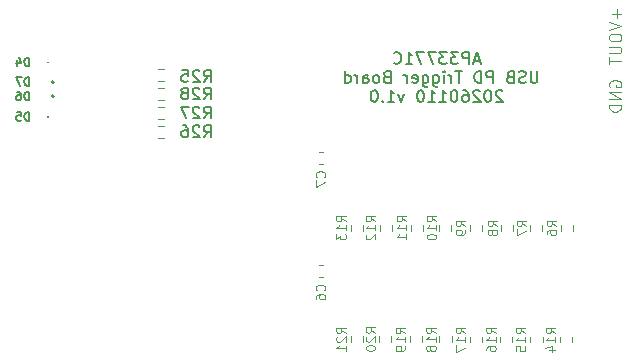
<source format=gbo>
%TF.GenerationSoftware,KiCad,Pcbnew,9.0.6*%
%TF.CreationDate,2026-01-08T22:49:20+05:30*%
%TF.ProjectId,USB_PD_Trigger,5553425f-5044-45f5-9472-69676765722e,rev?*%
%TF.SameCoordinates,Original*%
%TF.FileFunction,Legend,Bot*%
%TF.FilePolarity,Positive*%
%FSLAX46Y46*%
G04 Gerber Fmt 4.6, Leading zero omitted, Abs format (unit mm)*
G04 Created by KiCad (PCBNEW 9.0.6) date 2026-01-08 22:49:20*
%MOMM*%
%LPD*%
G01*
G04 APERTURE LIST*
%ADD10C,0.200000*%
%ADD11C,0.125000*%
%ADD12C,0.140157*%
%ADD13C,0.100000*%
%ADD14C,0.150000*%
%ADD15C,0.120000*%
G04 APERTURE END LIST*
D10*
X165189047Y-97441560D02*
X164712857Y-97441560D01*
X165284285Y-97727275D02*
X164950952Y-96727275D01*
X164950952Y-96727275D02*
X164617619Y-97727275D01*
X164284285Y-97727275D02*
X164284285Y-96727275D01*
X164284285Y-96727275D02*
X163903333Y-96727275D01*
X163903333Y-96727275D02*
X163808095Y-96774894D01*
X163808095Y-96774894D02*
X163760476Y-96822513D01*
X163760476Y-96822513D02*
X163712857Y-96917751D01*
X163712857Y-96917751D02*
X163712857Y-97060608D01*
X163712857Y-97060608D02*
X163760476Y-97155846D01*
X163760476Y-97155846D02*
X163808095Y-97203465D01*
X163808095Y-97203465D02*
X163903333Y-97251084D01*
X163903333Y-97251084D02*
X164284285Y-97251084D01*
X163379523Y-96727275D02*
X162760476Y-96727275D01*
X162760476Y-96727275D02*
X163093809Y-97108227D01*
X163093809Y-97108227D02*
X162950952Y-97108227D01*
X162950952Y-97108227D02*
X162855714Y-97155846D01*
X162855714Y-97155846D02*
X162808095Y-97203465D01*
X162808095Y-97203465D02*
X162760476Y-97298703D01*
X162760476Y-97298703D02*
X162760476Y-97536798D01*
X162760476Y-97536798D02*
X162808095Y-97632036D01*
X162808095Y-97632036D02*
X162855714Y-97679656D01*
X162855714Y-97679656D02*
X162950952Y-97727275D01*
X162950952Y-97727275D02*
X163236666Y-97727275D01*
X163236666Y-97727275D02*
X163331904Y-97679656D01*
X163331904Y-97679656D02*
X163379523Y-97632036D01*
X162427142Y-96727275D02*
X161808095Y-96727275D01*
X161808095Y-96727275D02*
X162141428Y-97108227D01*
X162141428Y-97108227D02*
X161998571Y-97108227D01*
X161998571Y-97108227D02*
X161903333Y-97155846D01*
X161903333Y-97155846D02*
X161855714Y-97203465D01*
X161855714Y-97203465D02*
X161808095Y-97298703D01*
X161808095Y-97298703D02*
X161808095Y-97536798D01*
X161808095Y-97536798D02*
X161855714Y-97632036D01*
X161855714Y-97632036D02*
X161903333Y-97679656D01*
X161903333Y-97679656D02*
X161998571Y-97727275D01*
X161998571Y-97727275D02*
X162284285Y-97727275D01*
X162284285Y-97727275D02*
X162379523Y-97679656D01*
X162379523Y-97679656D02*
X162427142Y-97632036D01*
X161474761Y-96727275D02*
X160808095Y-96727275D01*
X160808095Y-96727275D02*
X161236666Y-97727275D01*
X160522380Y-96727275D02*
X159855714Y-96727275D01*
X159855714Y-96727275D02*
X160284285Y-97727275D01*
X158950952Y-97727275D02*
X159522380Y-97727275D01*
X159236666Y-97727275D02*
X159236666Y-96727275D01*
X159236666Y-96727275D02*
X159331904Y-96870132D01*
X159331904Y-96870132D02*
X159427142Y-96965370D01*
X159427142Y-96965370D02*
X159522380Y-97012989D01*
X157950952Y-97632036D02*
X157998571Y-97679656D01*
X157998571Y-97679656D02*
X158141428Y-97727275D01*
X158141428Y-97727275D02*
X158236666Y-97727275D01*
X158236666Y-97727275D02*
X158379523Y-97679656D01*
X158379523Y-97679656D02*
X158474761Y-97584417D01*
X158474761Y-97584417D02*
X158522380Y-97489179D01*
X158522380Y-97489179D02*
X158569999Y-97298703D01*
X158569999Y-97298703D02*
X158569999Y-97155846D01*
X158569999Y-97155846D02*
X158522380Y-96965370D01*
X158522380Y-96965370D02*
X158474761Y-96870132D01*
X158474761Y-96870132D02*
X158379523Y-96774894D01*
X158379523Y-96774894D02*
X158236666Y-96727275D01*
X158236666Y-96727275D02*
X158141428Y-96727275D01*
X158141428Y-96727275D02*
X157998571Y-96774894D01*
X157998571Y-96774894D02*
X157950952Y-96822513D01*
X170093810Y-98337219D02*
X170093810Y-99146742D01*
X170093810Y-99146742D02*
X170046191Y-99241980D01*
X170046191Y-99241980D02*
X169998572Y-99289600D01*
X169998572Y-99289600D02*
X169903334Y-99337219D01*
X169903334Y-99337219D02*
X169712858Y-99337219D01*
X169712858Y-99337219D02*
X169617620Y-99289600D01*
X169617620Y-99289600D02*
X169570001Y-99241980D01*
X169570001Y-99241980D02*
X169522382Y-99146742D01*
X169522382Y-99146742D02*
X169522382Y-98337219D01*
X169093810Y-99289600D02*
X168950953Y-99337219D01*
X168950953Y-99337219D02*
X168712858Y-99337219D01*
X168712858Y-99337219D02*
X168617620Y-99289600D01*
X168617620Y-99289600D02*
X168570001Y-99241980D01*
X168570001Y-99241980D02*
X168522382Y-99146742D01*
X168522382Y-99146742D02*
X168522382Y-99051504D01*
X168522382Y-99051504D02*
X168570001Y-98956266D01*
X168570001Y-98956266D02*
X168617620Y-98908647D01*
X168617620Y-98908647D02*
X168712858Y-98861028D01*
X168712858Y-98861028D02*
X168903334Y-98813409D01*
X168903334Y-98813409D02*
X168998572Y-98765790D01*
X168998572Y-98765790D02*
X169046191Y-98718171D01*
X169046191Y-98718171D02*
X169093810Y-98622933D01*
X169093810Y-98622933D02*
X169093810Y-98527695D01*
X169093810Y-98527695D02*
X169046191Y-98432457D01*
X169046191Y-98432457D02*
X168998572Y-98384838D01*
X168998572Y-98384838D02*
X168903334Y-98337219D01*
X168903334Y-98337219D02*
X168665239Y-98337219D01*
X168665239Y-98337219D02*
X168522382Y-98384838D01*
X167760477Y-98813409D02*
X167617620Y-98861028D01*
X167617620Y-98861028D02*
X167570001Y-98908647D01*
X167570001Y-98908647D02*
X167522382Y-99003885D01*
X167522382Y-99003885D02*
X167522382Y-99146742D01*
X167522382Y-99146742D02*
X167570001Y-99241980D01*
X167570001Y-99241980D02*
X167617620Y-99289600D01*
X167617620Y-99289600D02*
X167712858Y-99337219D01*
X167712858Y-99337219D02*
X168093810Y-99337219D01*
X168093810Y-99337219D02*
X168093810Y-98337219D01*
X168093810Y-98337219D02*
X167760477Y-98337219D01*
X167760477Y-98337219D02*
X167665239Y-98384838D01*
X167665239Y-98384838D02*
X167617620Y-98432457D01*
X167617620Y-98432457D02*
X167570001Y-98527695D01*
X167570001Y-98527695D02*
X167570001Y-98622933D01*
X167570001Y-98622933D02*
X167617620Y-98718171D01*
X167617620Y-98718171D02*
X167665239Y-98765790D01*
X167665239Y-98765790D02*
X167760477Y-98813409D01*
X167760477Y-98813409D02*
X168093810Y-98813409D01*
X166331905Y-99337219D02*
X166331905Y-98337219D01*
X166331905Y-98337219D02*
X165950953Y-98337219D01*
X165950953Y-98337219D02*
X165855715Y-98384838D01*
X165855715Y-98384838D02*
X165808096Y-98432457D01*
X165808096Y-98432457D02*
X165760477Y-98527695D01*
X165760477Y-98527695D02*
X165760477Y-98670552D01*
X165760477Y-98670552D02*
X165808096Y-98765790D01*
X165808096Y-98765790D02*
X165855715Y-98813409D01*
X165855715Y-98813409D02*
X165950953Y-98861028D01*
X165950953Y-98861028D02*
X166331905Y-98861028D01*
X165331905Y-99337219D02*
X165331905Y-98337219D01*
X165331905Y-98337219D02*
X165093810Y-98337219D01*
X165093810Y-98337219D02*
X164950953Y-98384838D01*
X164950953Y-98384838D02*
X164855715Y-98480076D01*
X164855715Y-98480076D02*
X164808096Y-98575314D01*
X164808096Y-98575314D02*
X164760477Y-98765790D01*
X164760477Y-98765790D02*
X164760477Y-98908647D01*
X164760477Y-98908647D02*
X164808096Y-99099123D01*
X164808096Y-99099123D02*
X164855715Y-99194361D01*
X164855715Y-99194361D02*
X164950953Y-99289600D01*
X164950953Y-99289600D02*
X165093810Y-99337219D01*
X165093810Y-99337219D02*
X165331905Y-99337219D01*
X163712857Y-98337219D02*
X163141429Y-98337219D01*
X163427143Y-99337219D02*
X163427143Y-98337219D01*
X162808095Y-99337219D02*
X162808095Y-98670552D01*
X162808095Y-98861028D02*
X162760476Y-98765790D01*
X162760476Y-98765790D02*
X162712857Y-98718171D01*
X162712857Y-98718171D02*
X162617619Y-98670552D01*
X162617619Y-98670552D02*
X162522381Y-98670552D01*
X162189047Y-99337219D02*
X162189047Y-98670552D01*
X162189047Y-98337219D02*
X162236666Y-98384838D01*
X162236666Y-98384838D02*
X162189047Y-98432457D01*
X162189047Y-98432457D02*
X162141428Y-98384838D01*
X162141428Y-98384838D02*
X162189047Y-98337219D01*
X162189047Y-98337219D02*
X162189047Y-98432457D01*
X161284286Y-98670552D02*
X161284286Y-99480076D01*
X161284286Y-99480076D02*
X161331905Y-99575314D01*
X161331905Y-99575314D02*
X161379524Y-99622933D01*
X161379524Y-99622933D02*
X161474762Y-99670552D01*
X161474762Y-99670552D02*
X161617619Y-99670552D01*
X161617619Y-99670552D02*
X161712857Y-99622933D01*
X161284286Y-99289600D02*
X161379524Y-99337219D01*
X161379524Y-99337219D02*
X161570000Y-99337219D01*
X161570000Y-99337219D02*
X161665238Y-99289600D01*
X161665238Y-99289600D02*
X161712857Y-99241980D01*
X161712857Y-99241980D02*
X161760476Y-99146742D01*
X161760476Y-99146742D02*
X161760476Y-98861028D01*
X161760476Y-98861028D02*
X161712857Y-98765790D01*
X161712857Y-98765790D02*
X161665238Y-98718171D01*
X161665238Y-98718171D02*
X161570000Y-98670552D01*
X161570000Y-98670552D02*
X161379524Y-98670552D01*
X161379524Y-98670552D02*
X161284286Y-98718171D01*
X160379524Y-98670552D02*
X160379524Y-99480076D01*
X160379524Y-99480076D02*
X160427143Y-99575314D01*
X160427143Y-99575314D02*
X160474762Y-99622933D01*
X160474762Y-99622933D02*
X160570000Y-99670552D01*
X160570000Y-99670552D02*
X160712857Y-99670552D01*
X160712857Y-99670552D02*
X160808095Y-99622933D01*
X160379524Y-99289600D02*
X160474762Y-99337219D01*
X160474762Y-99337219D02*
X160665238Y-99337219D01*
X160665238Y-99337219D02*
X160760476Y-99289600D01*
X160760476Y-99289600D02*
X160808095Y-99241980D01*
X160808095Y-99241980D02*
X160855714Y-99146742D01*
X160855714Y-99146742D02*
X160855714Y-98861028D01*
X160855714Y-98861028D02*
X160808095Y-98765790D01*
X160808095Y-98765790D02*
X160760476Y-98718171D01*
X160760476Y-98718171D02*
X160665238Y-98670552D01*
X160665238Y-98670552D02*
X160474762Y-98670552D01*
X160474762Y-98670552D02*
X160379524Y-98718171D01*
X159522381Y-99289600D02*
X159617619Y-99337219D01*
X159617619Y-99337219D02*
X159808095Y-99337219D01*
X159808095Y-99337219D02*
X159903333Y-99289600D01*
X159903333Y-99289600D02*
X159950952Y-99194361D01*
X159950952Y-99194361D02*
X159950952Y-98813409D01*
X159950952Y-98813409D02*
X159903333Y-98718171D01*
X159903333Y-98718171D02*
X159808095Y-98670552D01*
X159808095Y-98670552D02*
X159617619Y-98670552D01*
X159617619Y-98670552D02*
X159522381Y-98718171D01*
X159522381Y-98718171D02*
X159474762Y-98813409D01*
X159474762Y-98813409D02*
X159474762Y-98908647D01*
X159474762Y-98908647D02*
X159950952Y-99003885D01*
X159046190Y-99337219D02*
X159046190Y-98670552D01*
X159046190Y-98861028D02*
X158998571Y-98765790D01*
X158998571Y-98765790D02*
X158950952Y-98718171D01*
X158950952Y-98718171D02*
X158855714Y-98670552D01*
X158855714Y-98670552D02*
X158760476Y-98670552D01*
X157331904Y-98813409D02*
X157189047Y-98861028D01*
X157189047Y-98861028D02*
X157141428Y-98908647D01*
X157141428Y-98908647D02*
X157093809Y-99003885D01*
X157093809Y-99003885D02*
X157093809Y-99146742D01*
X157093809Y-99146742D02*
X157141428Y-99241980D01*
X157141428Y-99241980D02*
X157189047Y-99289600D01*
X157189047Y-99289600D02*
X157284285Y-99337219D01*
X157284285Y-99337219D02*
X157665237Y-99337219D01*
X157665237Y-99337219D02*
X157665237Y-98337219D01*
X157665237Y-98337219D02*
X157331904Y-98337219D01*
X157331904Y-98337219D02*
X157236666Y-98384838D01*
X157236666Y-98384838D02*
X157189047Y-98432457D01*
X157189047Y-98432457D02*
X157141428Y-98527695D01*
X157141428Y-98527695D02*
X157141428Y-98622933D01*
X157141428Y-98622933D02*
X157189047Y-98718171D01*
X157189047Y-98718171D02*
X157236666Y-98765790D01*
X157236666Y-98765790D02*
X157331904Y-98813409D01*
X157331904Y-98813409D02*
X157665237Y-98813409D01*
X156522380Y-99337219D02*
X156617618Y-99289600D01*
X156617618Y-99289600D02*
X156665237Y-99241980D01*
X156665237Y-99241980D02*
X156712856Y-99146742D01*
X156712856Y-99146742D02*
X156712856Y-98861028D01*
X156712856Y-98861028D02*
X156665237Y-98765790D01*
X156665237Y-98765790D02*
X156617618Y-98718171D01*
X156617618Y-98718171D02*
X156522380Y-98670552D01*
X156522380Y-98670552D02*
X156379523Y-98670552D01*
X156379523Y-98670552D02*
X156284285Y-98718171D01*
X156284285Y-98718171D02*
X156236666Y-98765790D01*
X156236666Y-98765790D02*
X156189047Y-98861028D01*
X156189047Y-98861028D02*
X156189047Y-99146742D01*
X156189047Y-99146742D02*
X156236666Y-99241980D01*
X156236666Y-99241980D02*
X156284285Y-99289600D01*
X156284285Y-99289600D02*
X156379523Y-99337219D01*
X156379523Y-99337219D02*
X156522380Y-99337219D01*
X155331904Y-99337219D02*
X155331904Y-98813409D01*
X155331904Y-98813409D02*
X155379523Y-98718171D01*
X155379523Y-98718171D02*
X155474761Y-98670552D01*
X155474761Y-98670552D02*
X155665237Y-98670552D01*
X155665237Y-98670552D02*
X155760475Y-98718171D01*
X155331904Y-99289600D02*
X155427142Y-99337219D01*
X155427142Y-99337219D02*
X155665237Y-99337219D01*
X155665237Y-99337219D02*
X155760475Y-99289600D01*
X155760475Y-99289600D02*
X155808094Y-99194361D01*
X155808094Y-99194361D02*
X155808094Y-99099123D01*
X155808094Y-99099123D02*
X155760475Y-99003885D01*
X155760475Y-99003885D02*
X155665237Y-98956266D01*
X155665237Y-98956266D02*
X155427142Y-98956266D01*
X155427142Y-98956266D02*
X155331904Y-98908647D01*
X154855713Y-99337219D02*
X154855713Y-98670552D01*
X154855713Y-98861028D02*
X154808094Y-98765790D01*
X154808094Y-98765790D02*
X154760475Y-98718171D01*
X154760475Y-98718171D02*
X154665237Y-98670552D01*
X154665237Y-98670552D02*
X154569999Y-98670552D01*
X153808094Y-99337219D02*
X153808094Y-98337219D01*
X153808094Y-99289600D02*
X153903332Y-99337219D01*
X153903332Y-99337219D02*
X154093808Y-99337219D01*
X154093808Y-99337219D02*
X154189046Y-99289600D01*
X154189046Y-99289600D02*
X154236665Y-99241980D01*
X154236665Y-99241980D02*
X154284284Y-99146742D01*
X154284284Y-99146742D02*
X154284284Y-98861028D01*
X154284284Y-98861028D02*
X154236665Y-98765790D01*
X154236665Y-98765790D02*
X154189046Y-98718171D01*
X154189046Y-98718171D02*
X154093808Y-98670552D01*
X154093808Y-98670552D02*
X153903332Y-98670552D01*
X153903332Y-98670552D02*
X153808094Y-98718171D01*
X167141428Y-100042401D02*
X167093809Y-99994782D01*
X167093809Y-99994782D02*
X166998571Y-99947163D01*
X166998571Y-99947163D02*
X166760476Y-99947163D01*
X166760476Y-99947163D02*
X166665238Y-99994782D01*
X166665238Y-99994782D02*
X166617619Y-100042401D01*
X166617619Y-100042401D02*
X166570000Y-100137639D01*
X166570000Y-100137639D02*
X166570000Y-100232877D01*
X166570000Y-100232877D02*
X166617619Y-100375734D01*
X166617619Y-100375734D02*
X167189047Y-100947163D01*
X167189047Y-100947163D02*
X166570000Y-100947163D01*
X165950952Y-99947163D02*
X165855714Y-99947163D01*
X165855714Y-99947163D02*
X165760476Y-99994782D01*
X165760476Y-99994782D02*
X165712857Y-100042401D01*
X165712857Y-100042401D02*
X165665238Y-100137639D01*
X165665238Y-100137639D02*
X165617619Y-100328115D01*
X165617619Y-100328115D02*
X165617619Y-100566210D01*
X165617619Y-100566210D02*
X165665238Y-100756686D01*
X165665238Y-100756686D02*
X165712857Y-100851924D01*
X165712857Y-100851924D02*
X165760476Y-100899544D01*
X165760476Y-100899544D02*
X165855714Y-100947163D01*
X165855714Y-100947163D02*
X165950952Y-100947163D01*
X165950952Y-100947163D02*
X166046190Y-100899544D01*
X166046190Y-100899544D02*
X166093809Y-100851924D01*
X166093809Y-100851924D02*
X166141428Y-100756686D01*
X166141428Y-100756686D02*
X166189047Y-100566210D01*
X166189047Y-100566210D02*
X166189047Y-100328115D01*
X166189047Y-100328115D02*
X166141428Y-100137639D01*
X166141428Y-100137639D02*
X166093809Y-100042401D01*
X166093809Y-100042401D02*
X166046190Y-99994782D01*
X166046190Y-99994782D02*
X165950952Y-99947163D01*
X165236666Y-100042401D02*
X165189047Y-99994782D01*
X165189047Y-99994782D02*
X165093809Y-99947163D01*
X165093809Y-99947163D02*
X164855714Y-99947163D01*
X164855714Y-99947163D02*
X164760476Y-99994782D01*
X164760476Y-99994782D02*
X164712857Y-100042401D01*
X164712857Y-100042401D02*
X164665238Y-100137639D01*
X164665238Y-100137639D02*
X164665238Y-100232877D01*
X164665238Y-100232877D02*
X164712857Y-100375734D01*
X164712857Y-100375734D02*
X165284285Y-100947163D01*
X165284285Y-100947163D02*
X164665238Y-100947163D01*
X163808095Y-99947163D02*
X163998571Y-99947163D01*
X163998571Y-99947163D02*
X164093809Y-99994782D01*
X164093809Y-99994782D02*
X164141428Y-100042401D01*
X164141428Y-100042401D02*
X164236666Y-100185258D01*
X164236666Y-100185258D02*
X164284285Y-100375734D01*
X164284285Y-100375734D02*
X164284285Y-100756686D01*
X164284285Y-100756686D02*
X164236666Y-100851924D01*
X164236666Y-100851924D02*
X164189047Y-100899544D01*
X164189047Y-100899544D02*
X164093809Y-100947163D01*
X164093809Y-100947163D02*
X163903333Y-100947163D01*
X163903333Y-100947163D02*
X163808095Y-100899544D01*
X163808095Y-100899544D02*
X163760476Y-100851924D01*
X163760476Y-100851924D02*
X163712857Y-100756686D01*
X163712857Y-100756686D02*
X163712857Y-100518591D01*
X163712857Y-100518591D02*
X163760476Y-100423353D01*
X163760476Y-100423353D02*
X163808095Y-100375734D01*
X163808095Y-100375734D02*
X163903333Y-100328115D01*
X163903333Y-100328115D02*
X164093809Y-100328115D01*
X164093809Y-100328115D02*
X164189047Y-100375734D01*
X164189047Y-100375734D02*
X164236666Y-100423353D01*
X164236666Y-100423353D02*
X164284285Y-100518591D01*
X163093809Y-99947163D02*
X162998571Y-99947163D01*
X162998571Y-99947163D02*
X162903333Y-99994782D01*
X162903333Y-99994782D02*
X162855714Y-100042401D01*
X162855714Y-100042401D02*
X162808095Y-100137639D01*
X162808095Y-100137639D02*
X162760476Y-100328115D01*
X162760476Y-100328115D02*
X162760476Y-100566210D01*
X162760476Y-100566210D02*
X162808095Y-100756686D01*
X162808095Y-100756686D02*
X162855714Y-100851924D01*
X162855714Y-100851924D02*
X162903333Y-100899544D01*
X162903333Y-100899544D02*
X162998571Y-100947163D01*
X162998571Y-100947163D02*
X163093809Y-100947163D01*
X163093809Y-100947163D02*
X163189047Y-100899544D01*
X163189047Y-100899544D02*
X163236666Y-100851924D01*
X163236666Y-100851924D02*
X163284285Y-100756686D01*
X163284285Y-100756686D02*
X163331904Y-100566210D01*
X163331904Y-100566210D02*
X163331904Y-100328115D01*
X163331904Y-100328115D02*
X163284285Y-100137639D01*
X163284285Y-100137639D02*
X163236666Y-100042401D01*
X163236666Y-100042401D02*
X163189047Y-99994782D01*
X163189047Y-99994782D02*
X163093809Y-99947163D01*
X161808095Y-100947163D02*
X162379523Y-100947163D01*
X162093809Y-100947163D02*
X162093809Y-99947163D01*
X162093809Y-99947163D02*
X162189047Y-100090020D01*
X162189047Y-100090020D02*
X162284285Y-100185258D01*
X162284285Y-100185258D02*
X162379523Y-100232877D01*
X160855714Y-100947163D02*
X161427142Y-100947163D01*
X161141428Y-100947163D02*
X161141428Y-99947163D01*
X161141428Y-99947163D02*
X161236666Y-100090020D01*
X161236666Y-100090020D02*
X161331904Y-100185258D01*
X161331904Y-100185258D02*
X161427142Y-100232877D01*
X160236666Y-99947163D02*
X160141428Y-99947163D01*
X160141428Y-99947163D02*
X160046190Y-99994782D01*
X160046190Y-99994782D02*
X159998571Y-100042401D01*
X159998571Y-100042401D02*
X159950952Y-100137639D01*
X159950952Y-100137639D02*
X159903333Y-100328115D01*
X159903333Y-100328115D02*
X159903333Y-100566210D01*
X159903333Y-100566210D02*
X159950952Y-100756686D01*
X159950952Y-100756686D02*
X159998571Y-100851924D01*
X159998571Y-100851924D02*
X160046190Y-100899544D01*
X160046190Y-100899544D02*
X160141428Y-100947163D01*
X160141428Y-100947163D02*
X160236666Y-100947163D01*
X160236666Y-100947163D02*
X160331904Y-100899544D01*
X160331904Y-100899544D02*
X160379523Y-100851924D01*
X160379523Y-100851924D02*
X160427142Y-100756686D01*
X160427142Y-100756686D02*
X160474761Y-100566210D01*
X160474761Y-100566210D02*
X160474761Y-100328115D01*
X160474761Y-100328115D02*
X160427142Y-100137639D01*
X160427142Y-100137639D02*
X160379523Y-100042401D01*
X160379523Y-100042401D02*
X160331904Y-99994782D01*
X160331904Y-99994782D02*
X160236666Y-99947163D01*
X158808094Y-100280496D02*
X158569999Y-100947163D01*
X158569999Y-100947163D02*
X158331904Y-100280496D01*
X157427142Y-100947163D02*
X157998570Y-100947163D01*
X157712856Y-100947163D02*
X157712856Y-99947163D01*
X157712856Y-99947163D02*
X157808094Y-100090020D01*
X157808094Y-100090020D02*
X157903332Y-100185258D01*
X157903332Y-100185258D02*
X157998570Y-100232877D01*
X156998570Y-100851924D02*
X156950951Y-100899544D01*
X156950951Y-100899544D02*
X156998570Y-100947163D01*
X156998570Y-100947163D02*
X157046189Y-100899544D01*
X157046189Y-100899544D02*
X156998570Y-100851924D01*
X156998570Y-100851924D02*
X156998570Y-100947163D01*
X156331904Y-99947163D02*
X156236666Y-99947163D01*
X156236666Y-99947163D02*
X156141428Y-99994782D01*
X156141428Y-99994782D02*
X156093809Y-100042401D01*
X156093809Y-100042401D02*
X156046190Y-100137639D01*
X156046190Y-100137639D02*
X155998571Y-100328115D01*
X155998571Y-100328115D02*
X155998571Y-100566210D01*
X155998571Y-100566210D02*
X156046190Y-100756686D01*
X156046190Y-100756686D02*
X156093809Y-100851924D01*
X156093809Y-100851924D02*
X156141428Y-100899544D01*
X156141428Y-100899544D02*
X156236666Y-100947163D01*
X156236666Y-100947163D02*
X156331904Y-100947163D01*
X156331904Y-100947163D02*
X156427142Y-100899544D01*
X156427142Y-100899544D02*
X156474761Y-100851924D01*
X156474761Y-100851924D02*
X156522380Y-100756686D01*
X156522380Y-100756686D02*
X156569999Y-100566210D01*
X156569999Y-100566210D02*
X156569999Y-100328115D01*
X156569999Y-100328115D02*
X156522380Y-100137639D01*
X156522380Y-100137639D02*
X156474761Y-100042401D01*
X156474761Y-100042401D02*
X156427142Y-99994782D01*
X156427142Y-99994782D02*
X156331904Y-99947163D01*
D11*
X176808366Y-93113505D02*
X176808366Y-93875410D01*
X177189319Y-93494457D02*
X176427414Y-93494457D01*
X176189319Y-94208743D02*
X177189319Y-94542076D01*
X177189319Y-94542076D02*
X176189319Y-94875409D01*
X176189319Y-95399219D02*
X176189319Y-95589695D01*
X176189319Y-95589695D02*
X176236938Y-95684933D01*
X176236938Y-95684933D02*
X176332176Y-95780171D01*
X176332176Y-95780171D02*
X176522652Y-95827790D01*
X176522652Y-95827790D02*
X176855985Y-95827790D01*
X176855985Y-95827790D02*
X177046461Y-95780171D01*
X177046461Y-95780171D02*
X177141700Y-95684933D01*
X177141700Y-95684933D02*
X177189319Y-95589695D01*
X177189319Y-95589695D02*
X177189319Y-95399219D01*
X177189319Y-95399219D02*
X177141700Y-95303981D01*
X177141700Y-95303981D02*
X177046461Y-95208743D01*
X177046461Y-95208743D02*
X176855985Y-95161124D01*
X176855985Y-95161124D02*
X176522652Y-95161124D01*
X176522652Y-95161124D02*
X176332176Y-95208743D01*
X176332176Y-95208743D02*
X176236938Y-95303981D01*
X176236938Y-95303981D02*
X176189319Y-95399219D01*
X176189319Y-96256362D02*
X176998842Y-96256362D01*
X176998842Y-96256362D02*
X177094080Y-96303981D01*
X177094080Y-96303981D02*
X177141700Y-96351600D01*
X177141700Y-96351600D02*
X177189319Y-96446838D01*
X177189319Y-96446838D02*
X177189319Y-96637314D01*
X177189319Y-96637314D02*
X177141700Y-96732552D01*
X177141700Y-96732552D02*
X177094080Y-96780171D01*
X177094080Y-96780171D02*
X176998842Y-96827790D01*
X176998842Y-96827790D02*
X176189319Y-96827790D01*
X176189319Y-97161124D02*
X176189319Y-97732552D01*
X177189319Y-97446838D02*
X176189319Y-97446838D01*
X176236938Y-99669695D02*
X176189319Y-99574457D01*
X176189319Y-99574457D02*
X176189319Y-99431600D01*
X176189319Y-99431600D02*
X176236938Y-99288743D01*
X176236938Y-99288743D02*
X176332176Y-99193505D01*
X176332176Y-99193505D02*
X176427414Y-99145886D01*
X176427414Y-99145886D02*
X176617890Y-99098267D01*
X176617890Y-99098267D02*
X176760747Y-99098267D01*
X176760747Y-99098267D02*
X176951223Y-99145886D01*
X176951223Y-99145886D02*
X177046461Y-99193505D01*
X177046461Y-99193505D02*
X177141700Y-99288743D01*
X177141700Y-99288743D02*
X177189319Y-99431600D01*
X177189319Y-99431600D02*
X177189319Y-99526838D01*
X177189319Y-99526838D02*
X177141700Y-99669695D01*
X177141700Y-99669695D02*
X177094080Y-99717314D01*
X177094080Y-99717314D02*
X176760747Y-99717314D01*
X176760747Y-99717314D02*
X176760747Y-99526838D01*
X177189319Y-100145886D02*
X176189319Y-100145886D01*
X176189319Y-100145886D02*
X177189319Y-100717314D01*
X177189319Y-100717314D02*
X176189319Y-100717314D01*
X177189319Y-101193505D02*
X176189319Y-101193505D01*
X176189319Y-101193505D02*
X176189319Y-101431600D01*
X176189319Y-101431600D02*
X176236938Y-101574457D01*
X176236938Y-101574457D02*
X176332176Y-101669695D01*
X176332176Y-101669695D02*
X176427414Y-101717314D01*
X176427414Y-101717314D02*
X176617890Y-101764933D01*
X176617890Y-101764933D02*
X176760747Y-101764933D01*
X176760747Y-101764933D02*
X176951223Y-101717314D01*
X176951223Y-101717314D02*
X177046461Y-101669695D01*
X177046461Y-101669695D02*
X177141700Y-101574457D01*
X177141700Y-101574457D02*
X177189319Y-101431600D01*
X177189319Y-101431600D02*
X177189319Y-101193505D01*
D12*
X127060046Y-102526508D02*
X127060046Y-101825721D01*
X127060046Y-101825721D02*
X126893192Y-101825721D01*
X126893192Y-101825721D02*
X126793080Y-101859092D01*
X126793080Y-101859092D02*
X126726338Y-101925834D01*
X126726338Y-101925834D02*
X126692968Y-101992575D01*
X126692968Y-101992575D02*
X126659597Y-102126059D01*
X126659597Y-102126059D02*
X126659597Y-102226171D01*
X126659597Y-102226171D02*
X126692968Y-102359654D01*
X126692968Y-102359654D02*
X126726338Y-102426396D01*
X126726338Y-102426396D02*
X126793080Y-102493138D01*
X126793080Y-102493138D02*
X126893192Y-102526508D01*
X126893192Y-102526508D02*
X127060046Y-102526508D01*
X126025551Y-101825721D02*
X126359259Y-101825721D01*
X126359259Y-101825721D02*
X126392630Y-102159429D01*
X126392630Y-102159429D02*
X126359259Y-102126059D01*
X126359259Y-102126059D02*
X126292518Y-102092688D01*
X126292518Y-102092688D02*
X126125664Y-102092688D01*
X126125664Y-102092688D02*
X126058922Y-102126059D01*
X126058922Y-102126059D02*
X126025551Y-102159429D01*
X126025551Y-102159429D02*
X125992181Y-102226171D01*
X125992181Y-102226171D02*
X125992181Y-102393025D01*
X125992181Y-102393025D02*
X126025551Y-102459767D01*
X126025551Y-102459767D02*
X126058922Y-102493138D01*
X126058922Y-102493138D02*
X126125664Y-102526508D01*
X126125664Y-102526508D02*
X126292518Y-102526508D01*
X126292518Y-102526508D02*
X126359259Y-102493138D01*
X126359259Y-102493138D02*
X126392630Y-102459767D01*
X127060046Y-97903708D02*
X127060046Y-97202921D01*
X127060046Y-97202921D02*
X126893192Y-97202921D01*
X126893192Y-97202921D02*
X126793080Y-97236292D01*
X126793080Y-97236292D02*
X126726338Y-97303034D01*
X126726338Y-97303034D02*
X126692968Y-97369775D01*
X126692968Y-97369775D02*
X126659597Y-97503259D01*
X126659597Y-97503259D02*
X126659597Y-97603371D01*
X126659597Y-97603371D02*
X126692968Y-97736854D01*
X126692968Y-97736854D02*
X126726338Y-97803596D01*
X126726338Y-97803596D02*
X126793080Y-97870338D01*
X126793080Y-97870338D02*
X126893192Y-97903708D01*
X126893192Y-97903708D02*
X127060046Y-97903708D01*
X126058922Y-97436517D02*
X126058922Y-97903708D01*
X126225776Y-97169551D02*
X126392630Y-97670113D01*
X126392630Y-97670113D02*
X125958810Y-97670113D01*
D13*
X158884895Y-120510714D02*
X158503942Y-120244047D01*
X158884895Y-120053571D02*
X158084895Y-120053571D01*
X158084895Y-120053571D02*
X158084895Y-120358333D01*
X158084895Y-120358333D02*
X158122990Y-120434523D01*
X158122990Y-120434523D02*
X158161085Y-120472618D01*
X158161085Y-120472618D02*
X158237276Y-120510714D01*
X158237276Y-120510714D02*
X158351561Y-120510714D01*
X158351561Y-120510714D02*
X158427752Y-120472618D01*
X158427752Y-120472618D02*
X158465847Y-120434523D01*
X158465847Y-120434523D02*
X158503942Y-120358333D01*
X158503942Y-120358333D02*
X158503942Y-120053571D01*
X158884895Y-121272618D02*
X158884895Y-120815475D01*
X158884895Y-121044047D02*
X158084895Y-121044047D01*
X158084895Y-121044047D02*
X158199180Y-120967856D01*
X158199180Y-120967856D02*
X158275371Y-120891666D01*
X158275371Y-120891666D02*
X158313466Y-120815475D01*
X158884895Y-121653571D02*
X158884895Y-121805952D01*
X158884895Y-121805952D02*
X158846800Y-121882142D01*
X158846800Y-121882142D02*
X158808704Y-121920238D01*
X158808704Y-121920238D02*
X158694419Y-121996428D01*
X158694419Y-121996428D02*
X158542038Y-122034523D01*
X158542038Y-122034523D02*
X158237276Y-122034523D01*
X158237276Y-122034523D02*
X158161085Y-121996428D01*
X158161085Y-121996428D02*
X158122990Y-121958333D01*
X158122990Y-121958333D02*
X158084895Y-121882142D01*
X158084895Y-121882142D02*
X158084895Y-121729761D01*
X158084895Y-121729761D02*
X158122990Y-121653571D01*
X158122990Y-121653571D02*
X158161085Y-121615476D01*
X158161085Y-121615476D02*
X158237276Y-121577380D01*
X158237276Y-121577380D02*
X158427752Y-121577380D01*
X158427752Y-121577380D02*
X158503942Y-121615476D01*
X158503942Y-121615476D02*
X158542038Y-121653571D01*
X158542038Y-121653571D02*
X158580133Y-121729761D01*
X158580133Y-121729761D02*
X158580133Y-121882142D01*
X158580133Y-121882142D02*
X158542038Y-121958333D01*
X158542038Y-121958333D02*
X158503942Y-121996428D01*
X158503942Y-121996428D02*
X158427752Y-122034523D01*
X153884895Y-120510714D02*
X153503942Y-120244047D01*
X153884895Y-120053571D02*
X153084895Y-120053571D01*
X153084895Y-120053571D02*
X153084895Y-120358333D01*
X153084895Y-120358333D02*
X153122990Y-120434523D01*
X153122990Y-120434523D02*
X153161085Y-120472618D01*
X153161085Y-120472618D02*
X153237276Y-120510714D01*
X153237276Y-120510714D02*
X153351561Y-120510714D01*
X153351561Y-120510714D02*
X153427752Y-120472618D01*
X153427752Y-120472618D02*
X153465847Y-120434523D01*
X153465847Y-120434523D02*
X153503942Y-120358333D01*
X153503942Y-120358333D02*
X153503942Y-120053571D01*
X153161085Y-120815475D02*
X153122990Y-120853571D01*
X153122990Y-120853571D02*
X153084895Y-120929761D01*
X153084895Y-120929761D02*
X153084895Y-121120237D01*
X153084895Y-121120237D02*
X153122990Y-121196428D01*
X153122990Y-121196428D02*
X153161085Y-121234523D01*
X153161085Y-121234523D02*
X153237276Y-121272618D01*
X153237276Y-121272618D02*
X153313466Y-121272618D01*
X153313466Y-121272618D02*
X153427752Y-121234523D01*
X153427752Y-121234523D02*
X153884895Y-120777380D01*
X153884895Y-120777380D02*
X153884895Y-121272618D01*
X153884895Y-122034523D02*
X153884895Y-121577380D01*
X153884895Y-121805952D02*
X153084895Y-121805952D01*
X153084895Y-121805952D02*
X153199180Y-121729761D01*
X153199180Y-121729761D02*
X153275371Y-121653571D01*
X153275371Y-121653571D02*
X153313466Y-121577380D01*
X153884895Y-111070714D02*
X153503942Y-110804047D01*
X153884895Y-110613571D02*
X153084895Y-110613571D01*
X153084895Y-110613571D02*
X153084895Y-110918333D01*
X153084895Y-110918333D02*
X153122990Y-110994523D01*
X153122990Y-110994523D02*
X153161085Y-111032618D01*
X153161085Y-111032618D02*
X153237276Y-111070714D01*
X153237276Y-111070714D02*
X153351561Y-111070714D01*
X153351561Y-111070714D02*
X153427752Y-111032618D01*
X153427752Y-111032618D02*
X153465847Y-110994523D01*
X153465847Y-110994523D02*
X153503942Y-110918333D01*
X153503942Y-110918333D02*
X153503942Y-110613571D01*
X153884895Y-111832618D02*
X153884895Y-111375475D01*
X153884895Y-111604047D02*
X153084895Y-111604047D01*
X153084895Y-111604047D02*
X153199180Y-111527856D01*
X153199180Y-111527856D02*
X153275371Y-111451666D01*
X153275371Y-111451666D02*
X153313466Y-111375475D01*
X153084895Y-112099285D02*
X153084895Y-112594523D01*
X153084895Y-112594523D02*
X153389657Y-112327857D01*
X153389657Y-112327857D02*
X153389657Y-112442142D01*
X153389657Y-112442142D02*
X153427752Y-112518333D01*
X153427752Y-112518333D02*
X153465847Y-112556428D01*
X153465847Y-112556428D02*
X153542038Y-112594523D01*
X153542038Y-112594523D02*
X153732514Y-112594523D01*
X153732514Y-112594523D02*
X153808704Y-112556428D01*
X153808704Y-112556428D02*
X153846800Y-112518333D01*
X153846800Y-112518333D02*
X153884895Y-112442142D01*
X153884895Y-112442142D02*
X153884895Y-112213571D01*
X153884895Y-112213571D02*
X153846800Y-112137380D01*
X153846800Y-112137380D02*
X153808704Y-112099285D01*
X161484895Y-120510714D02*
X161103942Y-120244047D01*
X161484895Y-120053571D02*
X160684895Y-120053571D01*
X160684895Y-120053571D02*
X160684895Y-120358333D01*
X160684895Y-120358333D02*
X160722990Y-120434523D01*
X160722990Y-120434523D02*
X160761085Y-120472618D01*
X160761085Y-120472618D02*
X160837276Y-120510714D01*
X160837276Y-120510714D02*
X160951561Y-120510714D01*
X160951561Y-120510714D02*
X161027752Y-120472618D01*
X161027752Y-120472618D02*
X161065847Y-120434523D01*
X161065847Y-120434523D02*
X161103942Y-120358333D01*
X161103942Y-120358333D02*
X161103942Y-120053571D01*
X161484895Y-121272618D02*
X161484895Y-120815475D01*
X161484895Y-121044047D02*
X160684895Y-121044047D01*
X160684895Y-121044047D02*
X160799180Y-120967856D01*
X160799180Y-120967856D02*
X160875371Y-120891666D01*
X160875371Y-120891666D02*
X160913466Y-120815475D01*
X161027752Y-121729761D02*
X160989657Y-121653571D01*
X160989657Y-121653571D02*
X160951561Y-121615476D01*
X160951561Y-121615476D02*
X160875371Y-121577380D01*
X160875371Y-121577380D02*
X160837276Y-121577380D01*
X160837276Y-121577380D02*
X160761085Y-121615476D01*
X160761085Y-121615476D02*
X160722990Y-121653571D01*
X160722990Y-121653571D02*
X160684895Y-121729761D01*
X160684895Y-121729761D02*
X160684895Y-121882142D01*
X160684895Y-121882142D02*
X160722990Y-121958333D01*
X160722990Y-121958333D02*
X160761085Y-121996428D01*
X160761085Y-121996428D02*
X160837276Y-122034523D01*
X160837276Y-122034523D02*
X160875371Y-122034523D01*
X160875371Y-122034523D02*
X160951561Y-121996428D01*
X160951561Y-121996428D02*
X160989657Y-121958333D01*
X160989657Y-121958333D02*
X161027752Y-121882142D01*
X161027752Y-121882142D02*
X161027752Y-121729761D01*
X161027752Y-121729761D02*
X161065847Y-121653571D01*
X161065847Y-121653571D02*
X161103942Y-121615476D01*
X161103942Y-121615476D02*
X161180133Y-121577380D01*
X161180133Y-121577380D02*
X161332514Y-121577380D01*
X161332514Y-121577380D02*
X161408704Y-121615476D01*
X161408704Y-121615476D02*
X161446800Y-121653571D01*
X161446800Y-121653571D02*
X161484895Y-121729761D01*
X161484895Y-121729761D02*
X161484895Y-121882142D01*
X161484895Y-121882142D02*
X161446800Y-121958333D01*
X161446800Y-121958333D02*
X161408704Y-121996428D01*
X161408704Y-121996428D02*
X161332514Y-122034523D01*
X161332514Y-122034523D02*
X161180133Y-122034523D01*
X161180133Y-122034523D02*
X161103942Y-121996428D01*
X161103942Y-121996428D02*
X161065847Y-121958333D01*
X161065847Y-121958333D02*
X161027752Y-121882142D01*
X161527895Y-111070714D02*
X161146942Y-110804047D01*
X161527895Y-110613571D02*
X160727895Y-110613571D01*
X160727895Y-110613571D02*
X160727895Y-110918333D01*
X160727895Y-110918333D02*
X160765990Y-110994523D01*
X160765990Y-110994523D02*
X160804085Y-111032618D01*
X160804085Y-111032618D02*
X160880276Y-111070714D01*
X160880276Y-111070714D02*
X160994561Y-111070714D01*
X160994561Y-111070714D02*
X161070752Y-111032618D01*
X161070752Y-111032618D02*
X161108847Y-110994523D01*
X161108847Y-110994523D02*
X161146942Y-110918333D01*
X161146942Y-110918333D02*
X161146942Y-110613571D01*
X161527895Y-111832618D02*
X161527895Y-111375475D01*
X161527895Y-111604047D02*
X160727895Y-111604047D01*
X160727895Y-111604047D02*
X160842180Y-111527856D01*
X160842180Y-111527856D02*
X160918371Y-111451666D01*
X160918371Y-111451666D02*
X160956466Y-111375475D01*
X160727895Y-112327857D02*
X160727895Y-112404047D01*
X160727895Y-112404047D02*
X160765990Y-112480238D01*
X160765990Y-112480238D02*
X160804085Y-112518333D01*
X160804085Y-112518333D02*
X160880276Y-112556428D01*
X160880276Y-112556428D02*
X161032657Y-112594523D01*
X161032657Y-112594523D02*
X161223133Y-112594523D01*
X161223133Y-112594523D02*
X161375514Y-112556428D01*
X161375514Y-112556428D02*
X161451704Y-112518333D01*
X161451704Y-112518333D02*
X161489800Y-112480238D01*
X161489800Y-112480238D02*
X161527895Y-112404047D01*
X161527895Y-112404047D02*
X161527895Y-112327857D01*
X161527895Y-112327857D02*
X161489800Y-112251666D01*
X161489800Y-112251666D02*
X161451704Y-112213571D01*
X161451704Y-112213571D02*
X161375514Y-112175476D01*
X161375514Y-112175476D02*
X161223133Y-112137380D01*
X161223133Y-112137380D02*
X161032657Y-112137380D01*
X161032657Y-112137380D02*
X160880276Y-112175476D01*
X160880276Y-112175476D02*
X160804085Y-112213571D01*
X160804085Y-112213571D02*
X160765990Y-112251666D01*
X160765990Y-112251666D02*
X160727895Y-112327857D01*
X171611695Y-120542114D02*
X171230742Y-120275447D01*
X171611695Y-120084971D02*
X170811695Y-120084971D01*
X170811695Y-120084971D02*
X170811695Y-120389733D01*
X170811695Y-120389733D02*
X170849790Y-120465923D01*
X170849790Y-120465923D02*
X170887885Y-120504018D01*
X170887885Y-120504018D02*
X170964076Y-120542114D01*
X170964076Y-120542114D02*
X171078361Y-120542114D01*
X171078361Y-120542114D02*
X171154552Y-120504018D01*
X171154552Y-120504018D02*
X171192647Y-120465923D01*
X171192647Y-120465923D02*
X171230742Y-120389733D01*
X171230742Y-120389733D02*
X171230742Y-120084971D01*
X171611695Y-121304018D02*
X171611695Y-120846875D01*
X171611695Y-121075447D02*
X170811695Y-121075447D01*
X170811695Y-121075447D02*
X170925980Y-120999256D01*
X170925980Y-120999256D02*
X171002171Y-120923066D01*
X171002171Y-120923066D02*
X171040266Y-120846875D01*
X171078361Y-121989733D02*
X171611695Y-121989733D01*
X170773600Y-121799257D02*
X171345028Y-121608780D01*
X171345028Y-121608780D02*
X171345028Y-122104019D01*
D14*
X141862857Y-99239819D02*
X142196190Y-98763628D01*
X142434285Y-99239819D02*
X142434285Y-98239819D01*
X142434285Y-98239819D02*
X142053333Y-98239819D01*
X142053333Y-98239819D02*
X141958095Y-98287438D01*
X141958095Y-98287438D02*
X141910476Y-98335057D01*
X141910476Y-98335057D02*
X141862857Y-98430295D01*
X141862857Y-98430295D02*
X141862857Y-98573152D01*
X141862857Y-98573152D02*
X141910476Y-98668390D01*
X141910476Y-98668390D02*
X141958095Y-98716009D01*
X141958095Y-98716009D02*
X142053333Y-98763628D01*
X142053333Y-98763628D02*
X142434285Y-98763628D01*
X141481904Y-98335057D02*
X141434285Y-98287438D01*
X141434285Y-98287438D02*
X141339047Y-98239819D01*
X141339047Y-98239819D02*
X141100952Y-98239819D01*
X141100952Y-98239819D02*
X141005714Y-98287438D01*
X141005714Y-98287438D02*
X140958095Y-98335057D01*
X140958095Y-98335057D02*
X140910476Y-98430295D01*
X140910476Y-98430295D02*
X140910476Y-98525533D01*
X140910476Y-98525533D02*
X140958095Y-98668390D01*
X140958095Y-98668390D02*
X141529523Y-99239819D01*
X141529523Y-99239819D02*
X140910476Y-99239819D01*
X140005714Y-98239819D02*
X140481904Y-98239819D01*
X140481904Y-98239819D02*
X140529523Y-98716009D01*
X140529523Y-98716009D02*
X140481904Y-98668390D01*
X140481904Y-98668390D02*
X140386666Y-98620771D01*
X140386666Y-98620771D02*
X140148571Y-98620771D01*
X140148571Y-98620771D02*
X140053333Y-98668390D01*
X140053333Y-98668390D02*
X140005714Y-98716009D01*
X140005714Y-98716009D02*
X139958095Y-98811247D01*
X139958095Y-98811247D02*
X139958095Y-99049342D01*
X139958095Y-99049342D02*
X140005714Y-99144580D01*
X140005714Y-99144580D02*
X140053333Y-99192200D01*
X140053333Y-99192200D02*
X140148571Y-99239819D01*
X140148571Y-99239819D02*
X140386666Y-99239819D01*
X140386666Y-99239819D02*
X140481904Y-99192200D01*
X140481904Y-99192200D02*
X140529523Y-99144580D01*
D13*
X169084895Y-120535714D02*
X168703942Y-120269047D01*
X169084895Y-120078571D02*
X168284895Y-120078571D01*
X168284895Y-120078571D02*
X168284895Y-120383333D01*
X168284895Y-120383333D02*
X168322990Y-120459523D01*
X168322990Y-120459523D02*
X168361085Y-120497618D01*
X168361085Y-120497618D02*
X168437276Y-120535714D01*
X168437276Y-120535714D02*
X168551561Y-120535714D01*
X168551561Y-120535714D02*
X168627752Y-120497618D01*
X168627752Y-120497618D02*
X168665847Y-120459523D01*
X168665847Y-120459523D02*
X168703942Y-120383333D01*
X168703942Y-120383333D02*
X168703942Y-120078571D01*
X169084895Y-121297618D02*
X169084895Y-120840475D01*
X169084895Y-121069047D02*
X168284895Y-121069047D01*
X168284895Y-121069047D02*
X168399180Y-120992856D01*
X168399180Y-120992856D02*
X168475371Y-120916666D01*
X168475371Y-120916666D02*
X168513466Y-120840475D01*
X168284895Y-122021428D02*
X168284895Y-121640476D01*
X168284895Y-121640476D02*
X168665847Y-121602380D01*
X168665847Y-121602380D02*
X168627752Y-121640476D01*
X168627752Y-121640476D02*
X168589657Y-121716666D01*
X168589657Y-121716666D02*
X168589657Y-121907142D01*
X168589657Y-121907142D02*
X168627752Y-121983333D01*
X168627752Y-121983333D02*
X168665847Y-122021428D01*
X168665847Y-122021428D02*
X168742038Y-122059523D01*
X168742038Y-122059523D02*
X168932514Y-122059523D01*
X168932514Y-122059523D02*
X169008704Y-122021428D01*
X169008704Y-122021428D02*
X169046800Y-121983333D01*
X169046800Y-121983333D02*
X169084895Y-121907142D01*
X169084895Y-121907142D02*
X169084895Y-121716666D01*
X169084895Y-121716666D02*
X169046800Y-121640476D01*
X169046800Y-121640476D02*
X169008704Y-121602380D01*
D14*
X141862857Y-100739819D02*
X142196190Y-100263628D01*
X142434285Y-100739819D02*
X142434285Y-99739819D01*
X142434285Y-99739819D02*
X142053333Y-99739819D01*
X142053333Y-99739819D02*
X141958095Y-99787438D01*
X141958095Y-99787438D02*
X141910476Y-99835057D01*
X141910476Y-99835057D02*
X141862857Y-99930295D01*
X141862857Y-99930295D02*
X141862857Y-100073152D01*
X141862857Y-100073152D02*
X141910476Y-100168390D01*
X141910476Y-100168390D02*
X141958095Y-100216009D01*
X141958095Y-100216009D02*
X142053333Y-100263628D01*
X142053333Y-100263628D02*
X142434285Y-100263628D01*
X141481904Y-99835057D02*
X141434285Y-99787438D01*
X141434285Y-99787438D02*
X141339047Y-99739819D01*
X141339047Y-99739819D02*
X141100952Y-99739819D01*
X141100952Y-99739819D02*
X141005714Y-99787438D01*
X141005714Y-99787438D02*
X140958095Y-99835057D01*
X140958095Y-99835057D02*
X140910476Y-99930295D01*
X140910476Y-99930295D02*
X140910476Y-100025533D01*
X140910476Y-100025533D02*
X140958095Y-100168390D01*
X140958095Y-100168390D02*
X141529523Y-100739819D01*
X141529523Y-100739819D02*
X140910476Y-100739819D01*
X140339047Y-100168390D02*
X140434285Y-100120771D01*
X140434285Y-100120771D02*
X140481904Y-100073152D01*
X140481904Y-100073152D02*
X140529523Y-99977914D01*
X140529523Y-99977914D02*
X140529523Y-99930295D01*
X140529523Y-99930295D02*
X140481904Y-99835057D01*
X140481904Y-99835057D02*
X140434285Y-99787438D01*
X140434285Y-99787438D02*
X140339047Y-99739819D01*
X140339047Y-99739819D02*
X140148571Y-99739819D01*
X140148571Y-99739819D02*
X140053333Y-99787438D01*
X140053333Y-99787438D02*
X140005714Y-99835057D01*
X140005714Y-99835057D02*
X139958095Y-99930295D01*
X139958095Y-99930295D02*
X139958095Y-99977914D01*
X139958095Y-99977914D02*
X140005714Y-100073152D01*
X140005714Y-100073152D02*
X140053333Y-100120771D01*
X140053333Y-100120771D02*
X140148571Y-100168390D01*
X140148571Y-100168390D02*
X140339047Y-100168390D01*
X140339047Y-100168390D02*
X140434285Y-100216009D01*
X140434285Y-100216009D02*
X140481904Y-100263628D01*
X140481904Y-100263628D02*
X140529523Y-100358866D01*
X140529523Y-100358866D02*
X140529523Y-100549342D01*
X140529523Y-100549342D02*
X140481904Y-100644580D01*
X140481904Y-100644580D02*
X140434285Y-100692200D01*
X140434285Y-100692200D02*
X140339047Y-100739819D01*
X140339047Y-100739819D02*
X140148571Y-100739819D01*
X140148571Y-100739819D02*
X140053333Y-100692200D01*
X140053333Y-100692200D02*
X140005714Y-100644580D01*
X140005714Y-100644580D02*
X139958095Y-100549342D01*
X139958095Y-100549342D02*
X139958095Y-100358866D01*
X139958095Y-100358866D02*
X140005714Y-100263628D01*
X140005714Y-100263628D02*
X140053333Y-100216009D01*
X140053333Y-100216009D02*
X140148571Y-100168390D01*
D13*
X152053704Y-107308667D02*
X152091800Y-107270571D01*
X152091800Y-107270571D02*
X152129895Y-107156286D01*
X152129895Y-107156286D02*
X152129895Y-107080095D01*
X152129895Y-107080095D02*
X152091800Y-106965809D01*
X152091800Y-106965809D02*
X152015609Y-106889619D01*
X152015609Y-106889619D02*
X151939419Y-106851524D01*
X151939419Y-106851524D02*
X151787038Y-106813428D01*
X151787038Y-106813428D02*
X151672752Y-106813428D01*
X151672752Y-106813428D02*
X151520371Y-106851524D01*
X151520371Y-106851524D02*
X151444180Y-106889619D01*
X151444180Y-106889619D02*
X151367990Y-106965809D01*
X151367990Y-106965809D02*
X151329895Y-107080095D01*
X151329895Y-107080095D02*
X151329895Y-107156286D01*
X151329895Y-107156286D02*
X151367990Y-107270571D01*
X151367990Y-107270571D02*
X151406085Y-107308667D01*
X151329895Y-107575333D02*
X151329895Y-108108667D01*
X151329895Y-108108667D02*
X152129895Y-107765809D01*
D14*
X141862857Y-103939819D02*
X142196190Y-103463628D01*
X142434285Y-103939819D02*
X142434285Y-102939819D01*
X142434285Y-102939819D02*
X142053333Y-102939819D01*
X142053333Y-102939819D02*
X141958095Y-102987438D01*
X141958095Y-102987438D02*
X141910476Y-103035057D01*
X141910476Y-103035057D02*
X141862857Y-103130295D01*
X141862857Y-103130295D02*
X141862857Y-103273152D01*
X141862857Y-103273152D02*
X141910476Y-103368390D01*
X141910476Y-103368390D02*
X141958095Y-103416009D01*
X141958095Y-103416009D02*
X142053333Y-103463628D01*
X142053333Y-103463628D02*
X142434285Y-103463628D01*
X141481904Y-103035057D02*
X141434285Y-102987438D01*
X141434285Y-102987438D02*
X141339047Y-102939819D01*
X141339047Y-102939819D02*
X141100952Y-102939819D01*
X141100952Y-102939819D02*
X141005714Y-102987438D01*
X141005714Y-102987438D02*
X140958095Y-103035057D01*
X140958095Y-103035057D02*
X140910476Y-103130295D01*
X140910476Y-103130295D02*
X140910476Y-103225533D01*
X140910476Y-103225533D02*
X140958095Y-103368390D01*
X140958095Y-103368390D02*
X141529523Y-103939819D01*
X141529523Y-103939819D02*
X140910476Y-103939819D01*
X140053333Y-102939819D02*
X140243809Y-102939819D01*
X140243809Y-102939819D02*
X140339047Y-102987438D01*
X140339047Y-102987438D02*
X140386666Y-103035057D01*
X140386666Y-103035057D02*
X140481904Y-103177914D01*
X140481904Y-103177914D02*
X140529523Y-103368390D01*
X140529523Y-103368390D02*
X140529523Y-103749342D01*
X140529523Y-103749342D02*
X140481904Y-103844580D01*
X140481904Y-103844580D02*
X140434285Y-103892200D01*
X140434285Y-103892200D02*
X140339047Y-103939819D01*
X140339047Y-103939819D02*
X140148571Y-103939819D01*
X140148571Y-103939819D02*
X140053333Y-103892200D01*
X140053333Y-103892200D02*
X140005714Y-103844580D01*
X140005714Y-103844580D02*
X139958095Y-103749342D01*
X139958095Y-103749342D02*
X139958095Y-103511247D01*
X139958095Y-103511247D02*
X140005714Y-103416009D01*
X140005714Y-103416009D02*
X140053333Y-103368390D01*
X140053333Y-103368390D02*
X140148571Y-103320771D01*
X140148571Y-103320771D02*
X140339047Y-103320771D01*
X140339047Y-103320771D02*
X140434285Y-103368390D01*
X140434285Y-103368390D02*
X140481904Y-103416009D01*
X140481904Y-103416009D02*
X140529523Y-103511247D01*
D13*
X169147895Y-111448867D02*
X168766942Y-111182200D01*
X169147895Y-110991724D02*
X168347895Y-110991724D01*
X168347895Y-110991724D02*
X168347895Y-111296486D01*
X168347895Y-111296486D02*
X168385990Y-111372676D01*
X168385990Y-111372676D02*
X168424085Y-111410771D01*
X168424085Y-111410771D02*
X168500276Y-111448867D01*
X168500276Y-111448867D02*
X168614561Y-111448867D01*
X168614561Y-111448867D02*
X168690752Y-111410771D01*
X168690752Y-111410771D02*
X168728847Y-111372676D01*
X168728847Y-111372676D02*
X168766942Y-111296486D01*
X168766942Y-111296486D02*
X168766942Y-110991724D01*
X168347895Y-111715533D02*
X168347895Y-112248867D01*
X168347895Y-112248867D02*
X169147895Y-111906009D01*
X152053704Y-116909867D02*
X152091800Y-116871771D01*
X152091800Y-116871771D02*
X152129895Y-116757486D01*
X152129895Y-116757486D02*
X152129895Y-116681295D01*
X152129895Y-116681295D02*
X152091800Y-116567009D01*
X152091800Y-116567009D02*
X152015609Y-116490819D01*
X152015609Y-116490819D02*
X151939419Y-116452724D01*
X151939419Y-116452724D02*
X151787038Y-116414628D01*
X151787038Y-116414628D02*
X151672752Y-116414628D01*
X151672752Y-116414628D02*
X151520371Y-116452724D01*
X151520371Y-116452724D02*
X151444180Y-116490819D01*
X151444180Y-116490819D02*
X151367990Y-116567009D01*
X151367990Y-116567009D02*
X151329895Y-116681295D01*
X151329895Y-116681295D02*
X151329895Y-116757486D01*
X151329895Y-116757486D02*
X151367990Y-116871771D01*
X151367990Y-116871771D02*
X151406085Y-116909867D01*
X151329895Y-117595581D02*
X151329895Y-117443200D01*
X151329895Y-117443200D02*
X151367990Y-117367009D01*
X151367990Y-117367009D02*
X151406085Y-117328914D01*
X151406085Y-117328914D02*
X151520371Y-117252724D01*
X151520371Y-117252724D02*
X151672752Y-117214628D01*
X151672752Y-117214628D02*
X151977514Y-117214628D01*
X151977514Y-117214628D02*
X152053704Y-117252724D01*
X152053704Y-117252724D02*
X152091800Y-117290819D01*
X152091800Y-117290819D02*
X152129895Y-117367009D01*
X152129895Y-117367009D02*
X152129895Y-117519390D01*
X152129895Y-117519390D02*
X152091800Y-117595581D01*
X152091800Y-117595581D02*
X152053704Y-117633676D01*
X152053704Y-117633676D02*
X151977514Y-117671771D01*
X151977514Y-117671771D02*
X151787038Y-117671771D01*
X151787038Y-117671771D02*
X151710847Y-117633676D01*
X151710847Y-117633676D02*
X151672752Y-117595581D01*
X151672752Y-117595581D02*
X151634657Y-117519390D01*
X151634657Y-117519390D02*
X151634657Y-117367009D01*
X151634657Y-117367009D02*
X151672752Y-117290819D01*
X151672752Y-117290819D02*
X151710847Y-117252724D01*
X151710847Y-117252724D02*
X151787038Y-117214628D01*
X158987895Y-111067914D02*
X158606942Y-110801247D01*
X158987895Y-110610771D02*
X158187895Y-110610771D01*
X158187895Y-110610771D02*
X158187895Y-110915533D01*
X158187895Y-110915533D02*
X158225990Y-110991723D01*
X158225990Y-110991723D02*
X158264085Y-111029818D01*
X158264085Y-111029818D02*
X158340276Y-111067914D01*
X158340276Y-111067914D02*
X158454561Y-111067914D01*
X158454561Y-111067914D02*
X158530752Y-111029818D01*
X158530752Y-111029818D02*
X158568847Y-110991723D01*
X158568847Y-110991723D02*
X158606942Y-110915533D01*
X158606942Y-110915533D02*
X158606942Y-110610771D01*
X158987895Y-111829818D02*
X158987895Y-111372675D01*
X158987895Y-111601247D02*
X158187895Y-111601247D01*
X158187895Y-111601247D02*
X158302180Y-111525056D01*
X158302180Y-111525056D02*
X158378371Y-111448866D01*
X158378371Y-111448866D02*
X158416466Y-111372675D01*
X158987895Y-112591723D02*
X158987895Y-112134580D01*
X158987895Y-112363152D02*
X158187895Y-112363152D01*
X158187895Y-112363152D02*
X158302180Y-112286961D01*
X158302180Y-112286961D02*
X158378371Y-112210771D01*
X158378371Y-112210771D02*
X158416466Y-112134580D01*
X171684895Y-111451667D02*
X171303942Y-111185000D01*
X171684895Y-110994524D02*
X170884895Y-110994524D01*
X170884895Y-110994524D02*
X170884895Y-111299286D01*
X170884895Y-111299286D02*
X170922990Y-111375476D01*
X170922990Y-111375476D02*
X170961085Y-111413571D01*
X170961085Y-111413571D02*
X171037276Y-111451667D01*
X171037276Y-111451667D02*
X171151561Y-111451667D01*
X171151561Y-111451667D02*
X171227752Y-111413571D01*
X171227752Y-111413571D02*
X171265847Y-111375476D01*
X171265847Y-111375476D02*
X171303942Y-111299286D01*
X171303942Y-111299286D02*
X171303942Y-110994524D01*
X170884895Y-112137381D02*
X170884895Y-111985000D01*
X170884895Y-111985000D02*
X170922990Y-111908809D01*
X170922990Y-111908809D02*
X170961085Y-111870714D01*
X170961085Y-111870714D02*
X171075371Y-111794524D01*
X171075371Y-111794524D02*
X171227752Y-111756428D01*
X171227752Y-111756428D02*
X171532514Y-111756428D01*
X171532514Y-111756428D02*
X171608704Y-111794524D01*
X171608704Y-111794524D02*
X171646800Y-111832619D01*
X171646800Y-111832619D02*
X171684895Y-111908809D01*
X171684895Y-111908809D02*
X171684895Y-112061190D01*
X171684895Y-112061190D02*
X171646800Y-112137381D01*
X171646800Y-112137381D02*
X171608704Y-112175476D01*
X171608704Y-112175476D02*
X171532514Y-112213571D01*
X171532514Y-112213571D02*
X171342038Y-112213571D01*
X171342038Y-112213571D02*
X171265847Y-112175476D01*
X171265847Y-112175476D02*
X171227752Y-112137381D01*
X171227752Y-112137381D02*
X171189657Y-112061190D01*
X171189657Y-112061190D02*
X171189657Y-111908809D01*
X171189657Y-111908809D02*
X171227752Y-111832619D01*
X171227752Y-111832619D02*
X171265847Y-111794524D01*
X171265847Y-111794524D02*
X171342038Y-111756428D01*
X163984895Y-120535714D02*
X163603942Y-120269047D01*
X163984895Y-120078571D02*
X163184895Y-120078571D01*
X163184895Y-120078571D02*
X163184895Y-120383333D01*
X163184895Y-120383333D02*
X163222990Y-120459523D01*
X163222990Y-120459523D02*
X163261085Y-120497618D01*
X163261085Y-120497618D02*
X163337276Y-120535714D01*
X163337276Y-120535714D02*
X163451561Y-120535714D01*
X163451561Y-120535714D02*
X163527752Y-120497618D01*
X163527752Y-120497618D02*
X163565847Y-120459523D01*
X163565847Y-120459523D02*
X163603942Y-120383333D01*
X163603942Y-120383333D02*
X163603942Y-120078571D01*
X163984895Y-121297618D02*
X163984895Y-120840475D01*
X163984895Y-121069047D02*
X163184895Y-121069047D01*
X163184895Y-121069047D02*
X163299180Y-120992856D01*
X163299180Y-120992856D02*
X163375371Y-120916666D01*
X163375371Y-120916666D02*
X163413466Y-120840475D01*
X163184895Y-121564285D02*
X163184895Y-122097619D01*
X163184895Y-122097619D02*
X163984895Y-121754761D01*
X166709495Y-111448867D02*
X166328542Y-111182200D01*
X166709495Y-110991724D02*
X165909495Y-110991724D01*
X165909495Y-110991724D02*
X165909495Y-111296486D01*
X165909495Y-111296486D02*
X165947590Y-111372676D01*
X165947590Y-111372676D02*
X165985685Y-111410771D01*
X165985685Y-111410771D02*
X166061876Y-111448867D01*
X166061876Y-111448867D02*
X166176161Y-111448867D01*
X166176161Y-111448867D02*
X166252352Y-111410771D01*
X166252352Y-111410771D02*
X166290447Y-111372676D01*
X166290447Y-111372676D02*
X166328542Y-111296486D01*
X166328542Y-111296486D02*
X166328542Y-110991724D01*
X166252352Y-111906009D02*
X166214257Y-111829819D01*
X166214257Y-111829819D02*
X166176161Y-111791724D01*
X166176161Y-111791724D02*
X166099971Y-111753628D01*
X166099971Y-111753628D02*
X166061876Y-111753628D01*
X166061876Y-111753628D02*
X165985685Y-111791724D01*
X165985685Y-111791724D02*
X165947590Y-111829819D01*
X165947590Y-111829819D02*
X165909495Y-111906009D01*
X165909495Y-111906009D02*
X165909495Y-112058390D01*
X165909495Y-112058390D02*
X165947590Y-112134581D01*
X165947590Y-112134581D02*
X165985685Y-112172676D01*
X165985685Y-112172676D02*
X166061876Y-112210771D01*
X166061876Y-112210771D02*
X166099971Y-112210771D01*
X166099971Y-112210771D02*
X166176161Y-112172676D01*
X166176161Y-112172676D02*
X166214257Y-112134581D01*
X166214257Y-112134581D02*
X166252352Y-112058390D01*
X166252352Y-112058390D02*
X166252352Y-111906009D01*
X166252352Y-111906009D02*
X166290447Y-111829819D01*
X166290447Y-111829819D02*
X166328542Y-111791724D01*
X166328542Y-111791724D02*
X166404733Y-111753628D01*
X166404733Y-111753628D02*
X166557114Y-111753628D01*
X166557114Y-111753628D02*
X166633304Y-111791724D01*
X166633304Y-111791724D02*
X166671400Y-111829819D01*
X166671400Y-111829819D02*
X166709495Y-111906009D01*
X166709495Y-111906009D02*
X166709495Y-112058390D01*
X166709495Y-112058390D02*
X166671400Y-112134581D01*
X166671400Y-112134581D02*
X166633304Y-112172676D01*
X166633304Y-112172676D02*
X166557114Y-112210771D01*
X166557114Y-112210771D02*
X166404733Y-112210771D01*
X166404733Y-112210771D02*
X166328542Y-112172676D01*
X166328542Y-112172676D02*
X166290447Y-112134581D01*
X166290447Y-112134581D02*
X166252352Y-112058390D01*
X163991695Y-111448867D02*
X163610742Y-111182200D01*
X163991695Y-110991724D02*
X163191695Y-110991724D01*
X163191695Y-110991724D02*
X163191695Y-111296486D01*
X163191695Y-111296486D02*
X163229790Y-111372676D01*
X163229790Y-111372676D02*
X163267885Y-111410771D01*
X163267885Y-111410771D02*
X163344076Y-111448867D01*
X163344076Y-111448867D02*
X163458361Y-111448867D01*
X163458361Y-111448867D02*
X163534552Y-111410771D01*
X163534552Y-111410771D02*
X163572647Y-111372676D01*
X163572647Y-111372676D02*
X163610742Y-111296486D01*
X163610742Y-111296486D02*
X163610742Y-110991724D01*
X163991695Y-111829819D02*
X163991695Y-111982200D01*
X163991695Y-111982200D02*
X163953600Y-112058390D01*
X163953600Y-112058390D02*
X163915504Y-112096486D01*
X163915504Y-112096486D02*
X163801219Y-112172676D01*
X163801219Y-112172676D02*
X163648838Y-112210771D01*
X163648838Y-112210771D02*
X163344076Y-112210771D01*
X163344076Y-112210771D02*
X163267885Y-112172676D01*
X163267885Y-112172676D02*
X163229790Y-112134581D01*
X163229790Y-112134581D02*
X163191695Y-112058390D01*
X163191695Y-112058390D02*
X163191695Y-111906009D01*
X163191695Y-111906009D02*
X163229790Y-111829819D01*
X163229790Y-111829819D02*
X163267885Y-111791724D01*
X163267885Y-111791724D02*
X163344076Y-111753628D01*
X163344076Y-111753628D02*
X163534552Y-111753628D01*
X163534552Y-111753628D02*
X163610742Y-111791724D01*
X163610742Y-111791724D02*
X163648838Y-111829819D01*
X163648838Y-111829819D02*
X163686933Y-111906009D01*
X163686933Y-111906009D02*
X163686933Y-112058390D01*
X163686933Y-112058390D02*
X163648838Y-112134581D01*
X163648838Y-112134581D02*
X163610742Y-112172676D01*
X163610742Y-112172676D02*
X163534552Y-112210771D01*
X156384895Y-111067914D02*
X156003942Y-110801247D01*
X156384895Y-110610771D02*
X155584895Y-110610771D01*
X155584895Y-110610771D02*
X155584895Y-110915533D01*
X155584895Y-110915533D02*
X155622990Y-110991723D01*
X155622990Y-110991723D02*
X155661085Y-111029818D01*
X155661085Y-111029818D02*
X155737276Y-111067914D01*
X155737276Y-111067914D02*
X155851561Y-111067914D01*
X155851561Y-111067914D02*
X155927752Y-111029818D01*
X155927752Y-111029818D02*
X155965847Y-110991723D01*
X155965847Y-110991723D02*
X156003942Y-110915533D01*
X156003942Y-110915533D02*
X156003942Y-110610771D01*
X156384895Y-111829818D02*
X156384895Y-111372675D01*
X156384895Y-111601247D02*
X155584895Y-111601247D01*
X155584895Y-111601247D02*
X155699180Y-111525056D01*
X155699180Y-111525056D02*
X155775371Y-111448866D01*
X155775371Y-111448866D02*
X155813466Y-111372675D01*
X155661085Y-112134580D02*
X155622990Y-112172676D01*
X155622990Y-112172676D02*
X155584895Y-112248866D01*
X155584895Y-112248866D02*
X155584895Y-112439342D01*
X155584895Y-112439342D02*
X155622990Y-112515533D01*
X155622990Y-112515533D02*
X155661085Y-112553628D01*
X155661085Y-112553628D02*
X155737276Y-112591723D01*
X155737276Y-112591723D02*
X155813466Y-112591723D01*
X155813466Y-112591723D02*
X155927752Y-112553628D01*
X155927752Y-112553628D02*
X156384895Y-112096485D01*
X156384895Y-112096485D02*
X156384895Y-112591723D01*
D14*
X127060046Y-100798797D02*
X127060046Y-100098010D01*
X127060046Y-100098010D02*
X126893192Y-100098010D01*
X126893192Y-100098010D02*
X126793080Y-100131381D01*
X126793080Y-100131381D02*
X126726338Y-100198123D01*
X126726338Y-100198123D02*
X126692968Y-100264864D01*
X126692968Y-100264864D02*
X126659597Y-100398348D01*
X126659597Y-100398348D02*
X126659597Y-100498460D01*
X126659597Y-100498460D02*
X126692968Y-100631943D01*
X126692968Y-100631943D02*
X126726338Y-100698685D01*
X126726338Y-100698685D02*
X126793080Y-100765427D01*
X126793080Y-100765427D02*
X126893192Y-100798797D01*
X126893192Y-100798797D02*
X127060046Y-100798797D01*
X126058922Y-100098010D02*
X126192405Y-100098010D01*
X126192405Y-100098010D02*
X126259147Y-100131381D01*
X126259147Y-100131381D02*
X126292518Y-100164752D01*
X126292518Y-100164752D02*
X126359259Y-100264864D01*
X126359259Y-100264864D02*
X126392630Y-100398348D01*
X126392630Y-100398348D02*
X126392630Y-100665314D01*
X126392630Y-100665314D02*
X126359259Y-100732056D01*
X126359259Y-100732056D02*
X126325889Y-100765427D01*
X126325889Y-100765427D02*
X126259147Y-100798797D01*
X126259147Y-100798797D02*
X126125664Y-100798797D01*
X126125664Y-100798797D02*
X126058922Y-100765427D01*
X126058922Y-100765427D02*
X126025551Y-100732056D01*
X126025551Y-100732056D02*
X125992181Y-100665314D01*
X125992181Y-100665314D02*
X125992181Y-100498460D01*
X125992181Y-100498460D02*
X126025551Y-100431718D01*
X126025551Y-100431718D02*
X126058922Y-100398348D01*
X126058922Y-100398348D02*
X126125664Y-100364977D01*
X126125664Y-100364977D02*
X126259147Y-100364977D01*
X126259147Y-100364977D02*
X126325889Y-100398348D01*
X126325889Y-100398348D02*
X126359259Y-100431718D01*
X126359259Y-100431718D02*
X126392630Y-100498460D01*
X127060046Y-99579597D02*
X127060046Y-98878810D01*
X127060046Y-98878810D02*
X126893192Y-98878810D01*
X126893192Y-98878810D02*
X126793080Y-98912181D01*
X126793080Y-98912181D02*
X126726338Y-98978923D01*
X126726338Y-98978923D02*
X126692968Y-99045664D01*
X126692968Y-99045664D02*
X126659597Y-99179148D01*
X126659597Y-99179148D02*
X126659597Y-99279260D01*
X126659597Y-99279260D02*
X126692968Y-99412743D01*
X126692968Y-99412743D02*
X126726338Y-99479485D01*
X126726338Y-99479485D02*
X126793080Y-99546227D01*
X126793080Y-99546227D02*
X126893192Y-99579597D01*
X126893192Y-99579597D02*
X127060046Y-99579597D01*
X126426001Y-98878810D02*
X125958810Y-98878810D01*
X125958810Y-98878810D02*
X126259147Y-99579597D01*
X141862857Y-102339819D02*
X142196190Y-101863628D01*
X142434285Y-102339819D02*
X142434285Y-101339819D01*
X142434285Y-101339819D02*
X142053333Y-101339819D01*
X142053333Y-101339819D02*
X141958095Y-101387438D01*
X141958095Y-101387438D02*
X141910476Y-101435057D01*
X141910476Y-101435057D02*
X141862857Y-101530295D01*
X141862857Y-101530295D02*
X141862857Y-101673152D01*
X141862857Y-101673152D02*
X141910476Y-101768390D01*
X141910476Y-101768390D02*
X141958095Y-101816009D01*
X141958095Y-101816009D02*
X142053333Y-101863628D01*
X142053333Y-101863628D02*
X142434285Y-101863628D01*
X141481904Y-101435057D02*
X141434285Y-101387438D01*
X141434285Y-101387438D02*
X141339047Y-101339819D01*
X141339047Y-101339819D02*
X141100952Y-101339819D01*
X141100952Y-101339819D02*
X141005714Y-101387438D01*
X141005714Y-101387438D02*
X140958095Y-101435057D01*
X140958095Y-101435057D02*
X140910476Y-101530295D01*
X140910476Y-101530295D02*
X140910476Y-101625533D01*
X140910476Y-101625533D02*
X140958095Y-101768390D01*
X140958095Y-101768390D02*
X141529523Y-102339819D01*
X141529523Y-102339819D02*
X140910476Y-102339819D01*
X140577142Y-101339819D02*
X139910476Y-101339819D01*
X139910476Y-101339819D02*
X140339047Y-102339819D01*
D13*
X166582495Y-120535714D02*
X166201542Y-120269047D01*
X166582495Y-120078571D02*
X165782495Y-120078571D01*
X165782495Y-120078571D02*
X165782495Y-120383333D01*
X165782495Y-120383333D02*
X165820590Y-120459523D01*
X165820590Y-120459523D02*
X165858685Y-120497618D01*
X165858685Y-120497618D02*
X165934876Y-120535714D01*
X165934876Y-120535714D02*
X166049161Y-120535714D01*
X166049161Y-120535714D02*
X166125352Y-120497618D01*
X166125352Y-120497618D02*
X166163447Y-120459523D01*
X166163447Y-120459523D02*
X166201542Y-120383333D01*
X166201542Y-120383333D02*
X166201542Y-120078571D01*
X166582495Y-121297618D02*
X166582495Y-120840475D01*
X166582495Y-121069047D02*
X165782495Y-121069047D01*
X165782495Y-121069047D02*
X165896780Y-120992856D01*
X165896780Y-120992856D02*
X165972971Y-120916666D01*
X165972971Y-120916666D02*
X166011066Y-120840475D01*
X165782495Y-121983333D02*
X165782495Y-121830952D01*
X165782495Y-121830952D02*
X165820590Y-121754761D01*
X165820590Y-121754761D02*
X165858685Y-121716666D01*
X165858685Y-121716666D02*
X165972971Y-121640476D01*
X165972971Y-121640476D02*
X166125352Y-121602380D01*
X166125352Y-121602380D02*
X166430114Y-121602380D01*
X166430114Y-121602380D02*
X166506304Y-121640476D01*
X166506304Y-121640476D02*
X166544400Y-121678571D01*
X166544400Y-121678571D02*
X166582495Y-121754761D01*
X166582495Y-121754761D02*
X166582495Y-121907142D01*
X166582495Y-121907142D02*
X166544400Y-121983333D01*
X166544400Y-121983333D02*
X166506304Y-122021428D01*
X166506304Y-122021428D02*
X166430114Y-122059523D01*
X166430114Y-122059523D02*
X166239638Y-122059523D01*
X166239638Y-122059523D02*
X166163447Y-122021428D01*
X166163447Y-122021428D02*
X166125352Y-121983333D01*
X166125352Y-121983333D02*
X166087257Y-121907142D01*
X166087257Y-121907142D02*
X166087257Y-121754761D01*
X166087257Y-121754761D02*
X166125352Y-121678571D01*
X166125352Y-121678571D02*
X166163447Y-121640476D01*
X166163447Y-121640476D02*
X166239638Y-121602380D01*
X156371695Y-120491314D02*
X155990742Y-120224647D01*
X156371695Y-120034171D02*
X155571695Y-120034171D01*
X155571695Y-120034171D02*
X155571695Y-120338933D01*
X155571695Y-120338933D02*
X155609790Y-120415123D01*
X155609790Y-120415123D02*
X155647885Y-120453218D01*
X155647885Y-120453218D02*
X155724076Y-120491314D01*
X155724076Y-120491314D02*
X155838361Y-120491314D01*
X155838361Y-120491314D02*
X155914552Y-120453218D01*
X155914552Y-120453218D02*
X155952647Y-120415123D01*
X155952647Y-120415123D02*
X155990742Y-120338933D01*
X155990742Y-120338933D02*
X155990742Y-120034171D01*
X155647885Y-120796075D02*
X155609790Y-120834171D01*
X155609790Y-120834171D02*
X155571695Y-120910361D01*
X155571695Y-120910361D02*
X155571695Y-121100837D01*
X155571695Y-121100837D02*
X155609790Y-121177028D01*
X155609790Y-121177028D02*
X155647885Y-121215123D01*
X155647885Y-121215123D02*
X155724076Y-121253218D01*
X155724076Y-121253218D02*
X155800266Y-121253218D01*
X155800266Y-121253218D02*
X155914552Y-121215123D01*
X155914552Y-121215123D02*
X156371695Y-120757980D01*
X156371695Y-120757980D02*
X156371695Y-121253218D01*
X155571695Y-121748457D02*
X155571695Y-121824647D01*
X155571695Y-121824647D02*
X155609790Y-121900838D01*
X155609790Y-121900838D02*
X155647885Y-121938933D01*
X155647885Y-121938933D02*
X155724076Y-121977028D01*
X155724076Y-121977028D02*
X155876457Y-122015123D01*
X155876457Y-122015123D02*
X156066933Y-122015123D01*
X156066933Y-122015123D02*
X156219314Y-121977028D01*
X156219314Y-121977028D02*
X156295504Y-121938933D01*
X156295504Y-121938933D02*
X156333600Y-121900838D01*
X156333600Y-121900838D02*
X156371695Y-121824647D01*
X156371695Y-121824647D02*
X156371695Y-121748457D01*
X156371695Y-121748457D02*
X156333600Y-121672266D01*
X156333600Y-121672266D02*
X156295504Y-121634171D01*
X156295504Y-121634171D02*
X156219314Y-121596076D01*
X156219314Y-121596076D02*
X156066933Y-121557980D01*
X156066933Y-121557980D02*
X155876457Y-121557980D01*
X155876457Y-121557980D02*
X155724076Y-121596076D01*
X155724076Y-121596076D02*
X155647885Y-121634171D01*
X155647885Y-121634171D02*
X155609790Y-121672266D01*
X155609790Y-121672266D02*
X155571695Y-121748457D01*
X128700000Y-102185000D02*
X128700000Y-102185000D01*
X128600000Y-102185000D02*
X128600000Y-102185000D01*
X128600000Y-102185000D02*
G75*
G02*
X128700000Y-102185000I50000J0D01*
G01*
X128700000Y-102185000D02*
G75*
G02*
X128600000Y-102185000I-50000J0D01*
G01*
X128700000Y-97585000D02*
X128700000Y-97585000D01*
X128600000Y-97585000D02*
X128600000Y-97585000D01*
X128600000Y-97585000D02*
G75*
G02*
X128700000Y-97585000I50000J0D01*
G01*
X128700000Y-97585000D02*
G75*
G02*
X128600000Y-97585000I-50000J0D01*
G01*
D15*
X159297500Y-120787742D02*
X159297500Y-121262258D01*
X160342500Y-120787742D02*
X160342500Y-121262258D01*
X154277500Y-120787742D02*
X154277500Y-121262258D01*
X155322500Y-120787742D02*
X155322500Y-121262258D01*
X154277500Y-111362742D02*
X154277500Y-111837258D01*
X155322500Y-111362742D02*
X155322500Y-111837258D01*
X161797500Y-120787742D02*
X161797500Y-121262258D01*
X162842500Y-120787742D02*
X162842500Y-121262258D01*
X161777500Y-111362742D02*
X161777500Y-111837258D01*
X162822500Y-111362742D02*
X162822500Y-111837258D01*
X171977500Y-120812742D02*
X171977500Y-121287258D01*
X173022500Y-120812742D02*
X173022500Y-121287258D01*
X137982742Y-98162500D02*
X138457258Y-98162500D01*
X137982742Y-99207500D02*
X138457258Y-99207500D01*
X169497500Y-120812742D02*
X169497500Y-121287258D01*
X170542500Y-120812742D02*
X170542500Y-121287258D01*
X137982742Y-99762500D02*
X138457258Y-99762500D01*
X137982742Y-100807500D02*
X138457258Y-100807500D01*
X151910580Y-105225000D02*
X151629420Y-105225000D01*
X151910580Y-106245000D02*
X151629420Y-106245000D01*
X137982742Y-102962500D02*
X138457258Y-102962500D01*
X137982742Y-104007500D02*
X138457258Y-104007500D01*
X169477500Y-111362742D02*
X169477500Y-111837258D01*
X170522500Y-111362742D02*
X170522500Y-111837258D01*
X151910580Y-114725000D02*
X151629420Y-114725000D01*
X151910580Y-115745000D02*
X151629420Y-115745000D01*
X159377500Y-111362742D02*
X159377500Y-111837258D01*
X160422500Y-111362742D02*
X160422500Y-111837258D01*
X172077500Y-111362742D02*
X172077500Y-111837258D01*
X173122500Y-111362742D02*
X173122500Y-111837258D01*
X164397500Y-120812742D02*
X164397500Y-121287258D01*
X165442500Y-120812742D02*
X165442500Y-121287258D01*
X166977500Y-111362742D02*
X166977500Y-111837258D01*
X168022500Y-111362742D02*
X168022500Y-111837258D01*
X164377500Y-111362742D02*
X164377500Y-111837258D01*
X165422500Y-111362742D02*
X165422500Y-111837258D01*
X156777500Y-111362742D02*
X156777500Y-111837258D01*
X157822500Y-111362742D02*
X157822500Y-111837258D01*
D10*
X129157500Y-100485000D02*
G75*
G02*
X128957500Y-100485000I-100000J0D01*
G01*
X128957500Y-100485000D02*
G75*
G02*
X129157500Y-100485000I100000J0D01*
G01*
X129157500Y-99285000D02*
G75*
G02*
X128957500Y-99285000I-100000J0D01*
G01*
X128957500Y-99285000D02*
G75*
G02*
X129157500Y-99285000I100000J0D01*
G01*
D15*
X137982742Y-101362500D02*
X138457258Y-101362500D01*
X137982742Y-102407500D02*
X138457258Y-102407500D01*
X166897500Y-120812742D02*
X166897500Y-121287258D01*
X167942500Y-120812742D02*
X167942500Y-121287258D01*
X156697500Y-120787742D02*
X156697500Y-121262258D01*
X157742500Y-120787742D02*
X157742500Y-121262258D01*
%LPC*%
G36*
X165263685Y-121382969D02*
G01*
X165272358Y-121386798D01*
X165279925Y-121387901D01*
X165327223Y-121411023D01*
X165364541Y-121427501D01*
X165367996Y-121430956D01*
X165368920Y-121431408D01*
X165438591Y-121501079D01*
X165439042Y-121502002D01*
X165442499Y-121505459D01*
X165458978Y-121542782D01*
X165482098Y-121590073D01*
X165483200Y-121597639D01*
X165487031Y-121606315D01*
X165495000Y-121675000D01*
X165495000Y-122075000D01*
X165487031Y-122143685D01*
X165483199Y-122152361D01*
X165482098Y-122159925D01*
X165458985Y-122207202D01*
X165442499Y-122244541D01*
X165439041Y-122247998D01*
X165438591Y-122248920D01*
X165368920Y-122318591D01*
X165367998Y-122319041D01*
X165364541Y-122322499D01*
X165327207Y-122338983D01*
X165279926Y-122362098D01*
X165272361Y-122363200D01*
X165263685Y-122367031D01*
X165195000Y-122375000D01*
X164645000Y-122375000D01*
X164576315Y-122367031D01*
X164567638Y-122363200D01*
X164560074Y-122362098D01*
X164512787Y-122338981D01*
X164475459Y-122322499D01*
X164472002Y-122319042D01*
X164471079Y-122318591D01*
X164401408Y-122248920D01*
X164400956Y-122247996D01*
X164397501Y-122244541D01*
X164381025Y-122207228D01*
X164357901Y-122159926D01*
X164356798Y-122152357D01*
X164352969Y-122143685D01*
X164345000Y-122075000D01*
X164345000Y-121675000D01*
X164352969Y-121606315D01*
X164356798Y-121597642D01*
X164357901Y-121590074D01*
X164381028Y-121542766D01*
X164397501Y-121505459D01*
X164400955Y-121502004D01*
X164401408Y-121501079D01*
X164471079Y-121431408D01*
X164472004Y-121430955D01*
X164475459Y-121427501D01*
X164512761Y-121411030D01*
X164560073Y-121387901D01*
X164567642Y-121386798D01*
X164576315Y-121382969D01*
X164645000Y-121375000D01*
X165195000Y-121375000D01*
X165263685Y-121382969D01*
G37*
G36*
X167763685Y-121382969D02*
G01*
X167772358Y-121386798D01*
X167779925Y-121387901D01*
X167827223Y-121411023D01*
X167864541Y-121427501D01*
X167867996Y-121430956D01*
X167868920Y-121431408D01*
X167938591Y-121501079D01*
X167939042Y-121502002D01*
X167942499Y-121505459D01*
X167958978Y-121542782D01*
X167982098Y-121590073D01*
X167983200Y-121597639D01*
X167987031Y-121606315D01*
X167995000Y-121675000D01*
X167995000Y-122075000D01*
X167987031Y-122143685D01*
X167983199Y-122152361D01*
X167982098Y-122159925D01*
X167958985Y-122207202D01*
X167942499Y-122244541D01*
X167939041Y-122247998D01*
X167938591Y-122248920D01*
X167868920Y-122318591D01*
X167867998Y-122319041D01*
X167864541Y-122322499D01*
X167827207Y-122338983D01*
X167779926Y-122362098D01*
X167772361Y-122363200D01*
X167763685Y-122367031D01*
X167695000Y-122375000D01*
X167145000Y-122375000D01*
X167076315Y-122367031D01*
X167067638Y-122363200D01*
X167060074Y-122362098D01*
X167012787Y-122338981D01*
X166975459Y-122322499D01*
X166972002Y-122319042D01*
X166971079Y-122318591D01*
X166901408Y-122248920D01*
X166900956Y-122247996D01*
X166897501Y-122244541D01*
X166881025Y-122207228D01*
X166857901Y-122159926D01*
X166856798Y-122152357D01*
X166852969Y-122143685D01*
X166845000Y-122075000D01*
X166845000Y-121675000D01*
X166852969Y-121606315D01*
X166856798Y-121597642D01*
X166857901Y-121590074D01*
X166881028Y-121542766D01*
X166897501Y-121505459D01*
X166900955Y-121502004D01*
X166901408Y-121501079D01*
X166971079Y-121431408D01*
X166972004Y-121430955D01*
X166975459Y-121427501D01*
X167012761Y-121411030D01*
X167060073Y-121387901D01*
X167067642Y-121386798D01*
X167076315Y-121382969D01*
X167145000Y-121375000D01*
X167695000Y-121375000D01*
X167763685Y-121382969D01*
G37*
G36*
X170363685Y-121382969D02*
G01*
X170372358Y-121386798D01*
X170379925Y-121387901D01*
X170427223Y-121411023D01*
X170464541Y-121427501D01*
X170467996Y-121430956D01*
X170468920Y-121431408D01*
X170538591Y-121501079D01*
X170539042Y-121502002D01*
X170542499Y-121505459D01*
X170558978Y-121542782D01*
X170582098Y-121590073D01*
X170583200Y-121597639D01*
X170587031Y-121606315D01*
X170595000Y-121675000D01*
X170595000Y-122075000D01*
X170587031Y-122143685D01*
X170583199Y-122152361D01*
X170582098Y-122159925D01*
X170558985Y-122207202D01*
X170542499Y-122244541D01*
X170539041Y-122247998D01*
X170538591Y-122248920D01*
X170468920Y-122318591D01*
X170467998Y-122319041D01*
X170464541Y-122322499D01*
X170427207Y-122338983D01*
X170379926Y-122362098D01*
X170372361Y-122363200D01*
X170363685Y-122367031D01*
X170295000Y-122375000D01*
X169745000Y-122375000D01*
X169676315Y-122367031D01*
X169667638Y-122363200D01*
X169660074Y-122362098D01*
X169612787Y-122338981D01*
X169575459Y-122322499D01*
X169572002Y-122319042D01*
X169571079Y-122318591D01*
X169501408Y-122248920D01*
X169500956Y-122247996D01*
X169497501Y-122244541D01*
X169481025Y-122207228D01*
X169457901Y-122159926D01*
X169456798Y-122152357D01*
X169452969Y-122143685D01*
X169445000Y-122075000D01*
X169445000Y-121675000D01*
X169452969Y-121606315D01*
X169456798Y-121597642D01*
X169457901Y-121590074D01*
X169481028Y-121542766D01*
X169497501Y-121505459D01*
X169500955Y-121502004D01*
X169501408Y-121501079D01*
X169571079Y-121431408D01*
X169572004Y-121430955D01*
X169575459Y-121427501D01*
X169612761Y-121411030D01*
X169660073Y-121387901D01*
X169667642Y-121386798D01*
X169676315Y-121382969D01*
X169745000Y-121375000D01*
X170295000Y-121375000D01*
X170363685Y-121382969D01*
G37*
G36*
X172843685Y-121382969D02*
G01*
X172852358Y-121386798D01*
X172859925Y-121387901D01*
X172907223Y-121411023D01*
X172944541Y-121427501D01*
X172947996Y-121430956D01*
X172948920Y-121431408D01*
X173018591Y-121501079D01*
X173019042Y-121502002D01*
X173022499Y-121505459D01*
X173038978Y-121542782D01*
X173062098Y-121590073D01*
X173063200Y-121597639D01*
X173067031Y-121606315D01*
X173075000Y-121675000D01*
X173075000Y-122075000D01*
X173067031Y-122143685D01*
X173063199Y-122152361D01*
X173062098Y-122159925D01*
X173038985Y-122207202D01*
X173022499Y-122244541D01*
X173019041Y-122247998D01*
X173018591Y-122248920D01*
X172948920Y-122318591D01*
X172947998Y-122319041D01*
X172944541Y-122322499D01*
X172907207Y-122338983D01*
X172859926Y-122362098D01*
X172852361Y-122363200D01*
X172843685Y-122367031D01*
X172775000Y-122375000D01*
X172225000Y-122375000D01*
X172156315Y-122367031D01*
X172147638Y-122363200D01*
X172140074Y-122362098D01*
X172092787Y-122338981D01*
X172055459Y-122322499D01*
X172052002Y-122319042D01*
X172051079Y-122318591D01*
X171981408Y-122248920D01*
X171980956Y-122247996D01*
X171977501Y-122244541D01*
X171961025Y-122207228D01*
X171937901Y-122159926D01*
X171936798Y-122152357D01*
X171932969Y-122143685D01*
X171925000Y-122075000D01*
X171925000Y-121675000D01*
X171932969Y-121606315D01*
X171936798Y-121597642D01*
X171937901Y-121590074D01*
X171961028Y-121542766D01*
X171977501Y-121505459D01*
X171980955Y-121502004D01*
X171981408Y-121501079D01*
X172051079Y-121431408D01*
X172052004Y-121430955D01*
X172055459Y-121427501D01*
X172092761Y-121411030D01*
X172140073Y-121387901D01*
X172147642Y-121386798D01*
X172156315Y-121382969D01*
X172225000Y-121375000D01*
X172775000Y-121375000D01*
X172843685Y-121382969D01*
G37*
G36*
X155143685Y-121357969D02*
G01*
X155152358Y-121361798D01*
X155159925Y-121362901D01*
X155207223Y-121386023D01*
X155244541Y-121402501D01*
X155247996Y-121405956D01*
X155248920Y-121406408D01*
X155318591Y-121476079D01*
X155319042Y-121477002D01*
X155322499Y-121480459D01*
X155338978Y-121517782D01*
X155362098Y-121565073D01*
X155363200Y-121572639D01*
X155367031Y-121581315D01*
X155375000Y-121650000D01*
X155375000Y-122050000D01*
X155367031Y-122118685D01*
X155363199Y-122127361D01*
X155362098Y-122134925D01*
X155338985Y-122182202D01*
X155322499Y-122219541D01*
X155319041Y-122222998D01*
X155318591Y-122223920D01*
X155248920Y-122293591D01*
X155247998Y-122294041D01*
X155244541Y-122297499D01*
X155207207Y-122313983D01*
X155159926Y-122337098D01*
X155152361Y-122338200D01*
X155143685Y-122342031D01*
X155075000Y-122350000D01*
X154525000Y-122350000D01*
X154456315Y-122342031D01*
X154447638Y-122338200D01*
X154440074Y-122337098D01*
X154392787Y-122313981D01*
X154355459Y-122297499D01*
X154352002Y-122294042D01*
X154351079Y-122293591D01*
X154281408Y-122223920D01*
X154280956Y-122222996D01*
X154277501Y-122219541D01*
X154261025Y-122182228D01*
X154237901Y-122134926D01*
X154236798Y-122127357D01*
X154232969Y-122118685D01*
X154225000Y-122050000D01*
X154225000Y-121650000D01*
X154232969Y-121581315D01*
X154236798Y-121572642D01*
X154237901Y-121565074D01*
X154261028Y-121517766D01*
X154277501Y-121480459D01*
X154280955Y-121477004D01*
X154281408Y-121476079D01*
X154351079Y-121406408D01*
X154352004Y-121405955D01*
X154355459Y-121402501D01*
X154392761Y-121386030D01*
X154440073Y-121362901D01*
X154447642Y-121361798D01*
X154456315Y-121357969D01*
X154525000Y-121350000D01*
X155075000Y-121350000D01*
X155143685Y-121357969D01*
G37*
G36*
X157563685Y-121357969D02*
G01*
X157572358Y-121361798D01*
X157579925Y-121362901D01*
X157627223Y-121386023D01*
X157664541Y-121402501D01*
X157667996Y-121405956D01*
X157668920Y-121406408D01*
X157738591Y-121476079D01*
X157739042Y-121477002D01*
X157742499Y-121480459D01*
X157758978Y-121517782D01*
X157782098Y-121565073D01*
X157783200Y-121572639D01*
X157787031Y-121581315D01*
X157795000Y-121650000D01*
X157795000Y-122050000D01*
X157787031Y-122118685D01*
X157783199Y-122127361D01*
X157782098Y-122134925D01*
X157758985Y-122182202D01*
X157742499Y-122219541D01*
X157739041Y-122222998D01*
X157738591Y-122223920D01*
X157668920Y-122293591D01*
X157667998Y-122294041D01*
X157664541Y-122297499D01*
X157627207Y-122313983D01*
X157579926Y-122337098D01*
X157572361Y-122338200D01*
X157563685Y-122342031D01*
X157495000Y-122350000D01*
X156945000Y-122350000D01*
X156876315Y-122342031D01*
X156867638Y-122338200D01*
X156860074Y-122337098D01*
X156812787Y-122313981D01*
X156775459Y-122297499D01*
X156772002Y-122294042D01*
X156771079Y-122293591D01*
X156701408Y-122223920D01*
X156700956Y-122222996D01*
X156697501Y-122219541D01*
X156681025Y-122182228D01*
X156657901Y-122134926D01*
X156656798Y-122127357D01*
X156652969Y-122118685D01*
X156645000Y-122050000D01*
X156645000Y-121650000D01*
X156652969Y-121581315D01*
X156656798Y-121572642D01*
X156657901Y-121565074D01*
X156681028Y-121517766D01*
X156697501Y-121480459D01*
X156700955Y-121477004D01*
X156701408Y-121476079D01*
X156771079Y-121406408D01*
X156772004Y-121405955D01*
X156775459Y-121402501D01*
X156812761Y-121386030D01*
X156860073Y-121362901D01*
X156867642Y-121361798D01*
X156876315Y-121357969D01*
X156945000Y-121350000D01*
X157495000Y-121350000D01*
X157563685Y-121357969D01*
G37*
G36*
X160163685Y-121357969D02*
G01*
X160172358Y-121361798D01*
X160179925Y-121362901D01*
X160227223Y-121386023D01*
X160264541Y-121402501D01*
X160267996Y-121405956D01*
X160268920Y-121406408D01*
X160338591Y-121476079D01*
X160339042Y-121477002D01*
X160342499Y-121480459D01*
X160358978Y-121517782D01*
X160382098Y-121565073D01*
X160383200Y-121572639D01*
X160387031Y-121581315D01*
X160395000Y-121650000D01*
X160395000Y-122050000D01*
X160387031Y-122118685D01*
X160383199Y-122127361D01*
X160382098Y-122134925D01*
X160358985Y-122182202D01*
X160342499Y-122219541D01*
X160339041Y-122222998D01*
X160338591Y-122223920D01*
X160268920Y-122293591D01*
X160267998Y-122294041D01*
X160264541Y-122297499D01*
X160227207Y-122313983D01*
X160179926Y-122337098D01*
X160172361Y-122338200D01*
X160163685Y-122342031D01*
X160095000Y-122350000D01*
X159545000Y-122350000D01*
X159476315Y-122342031D01*
X159467638Y-122338200D01*
X159460074Y-122337098D01*
X159412787Y-122313981D01*
X159375459Y-122297499D01*
X159372002Y-122294042D01*
X159371079Y-122293591D01*
X159301408Y-122223920D01*
X159300956Y-122222996D01*
X159297501Y-122219541D01*
X159281025Y-122182228D01*
X159257901Y-122134926D01*
X159256798Y-122127357D01*
X159252969Y-122118685D01*
X159245000Y-122050000D01*
X159245000Y-121650000D01*
X159252969Y-121581315D01*
X159256798Y-121572642D01*
X159257901Y-121565074D01*
X159281028Y-121517766D01*
X159297501Y-121480459D01*
X159300955Y-121477004D01*
X159301408Y-121476079D01*
X159371079Y-121406408D01*
X159372004Y-121405955D01*
X159375459Y-121402501D01*
X159412761Y-121386030D01*
X159460073Y-121362901D01*
X159467642Y-121361798D01*
X159476315Y-121357969D01*
X159545000Y-121350000D01*
X160095000Y-121350000D01*
X160163685Y-121357969D01*
G37*
G36*
X162663685Y-121357969D02*
G01*
X162672358Y-121361798D01*
X162679925Y-121362901D01*
X162727223Y-121386023D01*
X162764541Y-121402501D01*
X162767996Y-121405956D01*
X162768920Y-121406408D01*
X162838591Y-121476079D01*
X162839042Y-121477002D01*
X162842499Y-121480459D01*
X162858978Y-121517782D01*
X162882098Y-121565073D01*
X162883200Y-121572639D01*
X162887031Y-121581315D01*
X162895000Y-121650000D01*
X162895000Y-122050000D01*
X162887031Y-122118685D01*
X162883199Y-122127361D01*
X162882098Y-122134925D01*
X162858985Y-122182202D01*
X162842499Y-122219541D01*
X162839041Y-122222998D01*
X162838591Y-122223920D01*
X162768920Y-122293591D01*
X162767998Y-122294041D01*
X162764541Y-122297499D01*
X162727207Y-122313983D01*
X162679926Y-122337098D01*
X162672361Y-122338200D01*
X162663685Y-122342031D01*
X162595000Y-122350000D01*
X162045000Y-122350000D01*
X161976315Y-122342031D01*
X161967638Y-122338200D01*
X161960074Y-122337098D01*
X161912787Y-122313981D01*
X161875459Y-122297499D01*
X161872002Y-122294042D01*
X161871079Y-122293591D01*
X161801408Y-122223920D01*
X161800956Y-122222996D01*
X161797501Y-122219541D01*
X161781025Y-122182228D01*
X161757901Y-122134926D01*
X161756798Y-122127357D01*
X161752969Y-122118685D01*
X161745000Y-122050000D01*
X161745000Y-121650000D01*
X161752969Y-121581315D01*
X161756798Y-121572642D01*
X161757901Y-121565074D01*
X161781028Y-121517766D01*
X161797501Y-121480459D01*
X161800955Y-121477004D01*
X161801408Y-121476079D01*
X161871079Y-121406408D01*
X161872004Y-121405955D01*
X161875459Y-121402501D01*
X161912761Y-121386030D01*
X161960073Y-121362901D01*
X161967642Y-121361798D01*
X161976315Y-121357969D01*
X162045000Y-121350000D01*
X162595000Y-121350000D01*
X162663685Y-121357969D01*
G37*
G36*
X165263685Y-119732969D02*
G01*
X165272358Y-119736798D01*
X165279925Y-119737901D01*
X165327223Y-119761023D01*
X165364541Y-119777501D01*
X165367996Y-119780956D01*
X165368920Y-119781408D01*
X165438591Y-119851079D01*
X165439042Y-119852002D01*
X165442499Y-119855459D01*
X165458978Y-119892782D01*
X165482098Y-119940073D01*
X165483200Y-119947639D01*
X165487031Y-119956315D01*
X165495000Y-120025000D01*
X165495000Y-120425000D01*
X165487031Y-120493685D01*
X165483199Y-120502361D01*
X165482098Y-120509925D01*
X165458985Y-120557202D01*
X165442499Y-120594541D01*
X165439041Y-120597998D01*
X165438591Y-120598920D01*
X165368920Y-120668591D01*
X165367998Y-120669041D01*
X165364541Y-120672499D01*
X165327207Y-120688983D01*
X165279926Y-120712098D01*
X165272361Y-120713200D01*
X165263685Y-120717031D01*
X165195000Y-120725000D01*
X164645000Y-120725000D01*
X164576315Y-120717031D01*
X164567638Y-120713200D01*
X164560074Y-120712098D01*
X164512787Y-120688981D01*
X164475459Y-120672499D01*
X164472002Y-120669042D01*
X164471079Y-120668591D01*
X164401408Y-120598920D01*
X164400956Y-120597996D01*
X164397501Y-120594541D01*
X164381025Y-120557228D01*
X164357901Y-120509926D01*
X164356798Y-120502357D01*
X164352969Y-120493685D01*
X164345000Y-120425000D01*
X164345000Y-120025000D01*
X164352969Y-119956315D01*
X164356798Y-119947642D01*
X164357901Y-119940074D01*
X164381028Y-119892766D01*
X164397501Y-119855459D01*
X164400955Y-119852004D01*
X164401408Y-119851079D01*
X164471079Y-119781408D01*
X164472004Y-119780955D01*
X164475459Y-119777501D01*
X164512761Y-119761030D01*
X164560073Y-119737901D01*
X164567642Y-119736798D01*
X164576315Y-119732969D01*
X164645000Y-119725000D01*
X165195000Y-119725000D01*
X165263685Y-119732969D01*
G37*
G36*
X167763685Y-119732969D02*
G01*
X167772358Y-119736798D01*
X167779925Y-119737901D01*
X167827223Y-119761023D01*
X167864541Y-119777501D01*
X167867996Y-119780956D01*
X167868920Y-119781408D01*
X167938591Y-119851079D01*
X167939042Y-119852002D01*
X167942499Y-119855459D01*
X167958978Y-119892782D01*
X167982098Y-119940073D01*
X167983200Y-119947639D01*
X167987031Y-119956315D01*
X167995000Y-120025000D01*
X167995000Y-120425000D01*
X167987031Y-120493685D01*
X167983199Y-120502361D01*
X167982098Y-120509925D01*
X167958985Y-120557202D01*
X167942499Y-120594541D01*
X167939041Y-120597998D01*
X167938591Y-120598920D01*
X167868920Y-120668591D01*
X167867998Y-120669041D01*
X167864541Y-120672499D01*
X167827207Y-120688983D01*
X167779926Y-120712098D01*
X167772361Y-120713200D01*
X167763685Y-120717031D01*
X167695000Y-120725000D01*
X167145000Y-120725000D01*
X167076315Y-120717031D01*
X167067638Y-120713200D01*
X167060074Y-120712098D01*
X167012787Y-120688981D01*
X166975459Y-120672499D01*
X166972002Y-120669042D01*
X166971079Y-120668591D01*
X166901408Y-120598920D01*
X166900956Y-120597996D01*
X166897501Y-120594541D01*
X166881025Y-120557228D01*
X166857901Y-120509926D01*
X166856798Y-120502357D01*
X166852969Y-120493685D01*
X166845000Y-120425000D01*
X166845000Y-120025000D01*
X166852969Y-119956315D01*
X166856798Y-119947642D01*
X166857901Y-119940074D01*
X166881028Y-119892766D01*
X166897501Y-119855459D01*
X166900955Y-119852004D01*
X166901408Y-119851079D01*
X166971079Y-119781408D01*
X166972004Y-119780955D01*
X166975459Y-119777501D01*
X167012761Y-119761030D01*
X167060073Y-119737901D01*
X167067642Y-119736798D01*
X167076315Y-119732969D01*
X167145000Y-119725000D01*
X167695000Y-119725000D01*
X167763685Y-119732969D01*
G37*
G36*
X170363685Y-119732969D02*
G01*
X170372358Y-119736798D01*
X170379925Y-119737901D01*
X170427223Y-119761023D01*
X170464541Y-119777501D01*
X170467996Y-119780956D01*
X170468920Y-119781408D01*
X170538591Y-119851079D01*
X170539042Y-119852002D01*
X170542499Y-119855459D01*
X170558978Y-119892782D01*
X170582098Y-119940073D01*
X170583200Y-119947639D01*
X170587031Y-119956315D01*
X170595000Y-120025000D01*
X170595000Y-120425000D01*
X170587031Y-120493685D01*
X170583199Y-120502361D01*
X170582098Y-120509925D01*
X170558985Y-120557202D01*
X170542499Y-120594541D01*
X170539041Y-120597998D01*
X170538591Y-120598920D01*
X170468920Y-120668591D01*
X170467998Y-120669041D01*
X170464541Y-120672499D01*
X170427207Y-120688983D01*
X170379926Y-120712098D01*
X170372361Y-120713200D01*
X170363685Y-120717031D01*
X170295000Y-120725000D01*
X169745000Y-120725000D01*
X169676315Y-120717031D01*
X169667638Y-120713200D01*
X169660074Y-120712098D01*
X169612787Y-120688981D01*
X169575459Y-120672499D01*
X169572002Y-120669042D01*
X169571079Y-120668591D01*
X169501408Y-120598920D01*
X169500956Y-120597996D01*
X169497501Y-120594541D01*
X169481025Y-120557228D01*
X169457901Y-120509926D01*
X169456798Y-120502357D01*
X169452969Y-120493685D01*
X169445000Y-120425000D01*
X169445000Y-120025000D01*
X169452969Y-119956315D01*
X169456798Y-119947642D01*
X169457901Y-119940074D01*
X169481028Y-119892766D01*
X169497501Y-119855459D01*
X169500955Y-119852004D01*
X169501408Y-119851079D01*
X169571079Y-119781408D01*
X169572004Y-119780955D01*
X169575459Y-119777501D01*
X169612761Y-119761030D01*
X169660073Y-119737901D01*
X169667642Y-119736798D01*
X169676315Y-119732969D01*
X169745000Y-119725000D01*
X170295000Y-119725000D01*
X170363685Y-119732969D01*
G37*
G36*
X172843685Y-119732969D02*
G01*
X172852358Y-119736798D01*
X172859925Y-119737901D01*
X172907223Y-119761023D01*
X172944541Y-119777501D01*
X172947996Y-119780956D01*
X172948920Y-119781408D01*
X173018591Y-119851079D01*
X173019042Y-119852002D01*
X173022499Y-119855459D01*
X173038978Y-119892782D01*
X173062098Y-119940073D01*
X173063200Y-119947639D01*
X173067031Y-119956315D01*
X173075000Y-120025000D01*
X173075000Y-120425000D01*
X173067031Y-120493685D01*
X173063199Y-120502361D01*
X173062098Y-120509925D01*
X173038985Y-120557202D01*
X173022499Y-120594541D01*
X173019041Y-120597998D01*
X173018591Y-120598920D01*
X172948920Y-120668591D01*
X172947998Y-120669041D01*
X172944541Y-120672499D01*
X172907207Y-120688983D01*
X172859926Y-120712098D01*
X172852361Y-120713200D01*
X172843685Y-120717031D01*
X172775000Y-120725000D01*
X172225000Y-120725000D01*
X172156315Y-120717031D01*
X172147638Y-120713200D01*
X172140074Y-120712098D01*
X172092787Y-120688981D01*
X172055459Y-120672499D01*
X172052002Y-120669042D01*
X172051079Y-120668591D01*
X171981408Y-120598920D01*
X171980956Y-120597996D01*
X171977501Y-120594541D01*
X171961025Y-120557228D01*
X171937901Y-120509926D01*
X171936798Y-120502357D01*
X171932969Y-120493685D01*
X171925000Y-120425000D01*
X171925000Y-120025000D01*
X171932969Y-119956315D01*
X171936798Y-119947642D01*
X171937901Y-119940074D01*
X171961028Y-119892766D01*
X171977501Y-119855459D01*
X171980955Y-119852004D01*
X171981408Y-119851079D01*
X172051079Y-119781408D01*
X172052004Y-119780955D01*
X172055459Y-119777501D01*
X172092761Y-119761030D01*
X172140073Y-119737901D01*
X172147642Y-119736798D01*
X172156315Y-119732969D01*
X172225000Y-119725000D01*
X172775000Y-119725000D01*
X172843685Y-119732969D01*
G37*
G36*
X155143685Y-119707969D02*
G01*
X155152358Y-119711798D01*
X155159925Y-119712901D01*
X155207223Y-119736023D01*
X155244541Y-119752501D01*
X155247996Y-119755956D01*
X155248920Y-119756408D01*
X155318591Y-119826079D01*
X155319042Y-119827002D01*
X155322499Y-119830459D01*
X155338978Y-119867782D01*
X155362098Y-119915073D01*
X155363200Y-119922639D01*
X155367031Y-119931315D01*
X155375000Y-120000000D01*
X155375000Y-120400000D01*
X155367031Y-120468685D01*
X155363199Y-120477361D01*
X155362098Y-120484925D01*
X155338985Y-120532202D01*
X155322499Y-120569541D01*
X155319041Y-120572998D01*
X155318591Y-120573920D01*
X155248920Y-120643591D01*
X155247998Y-120644041D01*
X155244541Y-120647499D01*
X155207207Y-120663983D01*
X155159926Y-120687098D01*
X155152361Y-120688200D01*
X155143685Y-120692031D01*
X155075000Y-120700000D01*
X154525000Y-120700000D01*
X154456315Y-120692031D01*
X154447638Y-120688200D01*
X154440074Y-120687098D01*
X154392787Y-120663981D01*
X154355459Y-120647499D01*
X154352002Y-120644042D01*
X154351079Y-120643591D01*
X154281408Y-120573920D01*
X154280956Y-120572996D01*
X154277501Y-120569541D01*
X154261025Y-120532228D01*
X154237901Y-120484926D01*
X154236798Y-120477357D01*
X154232969Y-120468685D01*
X154225000Y-120400000D01*
X154225000Y-120000000D01*
X154232969Y-119931315D01*
X154236798Y-119922642D01*
X154237901Y-119915074D01*
X154261028Y-119867766D01*
X154277501Y-119830459D01*
X154280955Y-119827004D01*
X154281408Y-119826079D01*
X154351079Y-119756408D01*
X154352004Y-119755955D01*
X154355459Y-119752501D01*
X154392761Y-119736030D01*
X154440073Y-119712901D01*
X154447642Y-119711798D01*
X154456315Y-119707969D01*
X154525000Y-119700000D01*
X155075000Y-119700000D01*
X155143685Y-119707969D01*
G37*
G36*
X157563685Y-119707969D02*
G01*
X157572358Y-119711798D01*
X157579925Y-119712901D01*
X157627223Y-119736023D01*
X157664541Y-119752501D01*
X157667996Y-119755956D01*
X157668920Y-119756408D01*
X157738591Y-119826079D01*
X157739042Y-119827002D01*
X157742499Y-119830459D01*
X157758978Y-119867782D01*
X157782098Y-119915073D01*
X157783200Y-119922639D01*
X157787031Y-119931315D01*
X157795000Y-120000000D01*
X157795000Y-120400000D01*
X157787031Y-120468685D01*
X157783199Y-120477361D01*
X157782098Y-120484925D01*
X157758985Y-120532202D01*
X157742499Y-120569541D01*
X157739041Y-120572998D01*
X157738591Y-120573920D01*
X157668920Y-120643591D01*
X157667998Y-120644041D01*
X157664541Y-120647499D01*
X157627207Y-120663983D01*
X157579926Y-120687098D01*
X157572361Y-120688200D01*
X157563685Y-120692031D01*
X157495000Y-120700000D01*
X156945000Y-120700000D01*
X156876315Y-120692031D01*
X156867638Y-120688200D01*
X156860074Y-120687098D01*
X156812787Y-120663981D01*
X156775459Y-120647499D01*
X156772002Y-120644042D01*
X156771079Y-120643591D01*
X156701408Y-120573920D01*
X156700956Y-120572996D01*
X156697501Y-120569541D01*
X156681025Y-120532228D01*
X156657901Y-120484926D01*
X156656798Y-120477357D01*
X156652969Y-120468685D01*
X156645000Y-120400000D01*
X156645000Y-120000000D01*
X156652969Y-119931315D01*
X156656798Y-119922642D01*
X156657901Y-119915074D01*
X156681028Y-119867766D01*
X156697501Y-119830459D01*
X156700955Y-119827004D01*
X156701408Y-119826079D01*
X156771079Y-119756408D01*
X156772004Y-119755955D01*
X156775459Y-119752501D01*
X156812761Y-119736030D01*
X156860073Y-119712901D01*
X156867642Y-119711798D01*
X156876315Y-119707969D01*
X156945000Y-119700000D01*
X157495000Y-119700000D01*
X157563685Y-119707969D01*
G37*
G36*
X160163685Y-119707969D02*
G01*
X160172358Y-119711798D01*
X160179925Y-119712901D01*
X160227223Y-119736023D01*
X160264541Y-119752501D01*
X160267996Y-119755956D01*
X160268920Y-119756408D01*
X160338591Y-119826079D01*
X160339042Y-119827002D01*
X160342499Y-119830459D01*
X160358978Y-119867782D01*
X160382098Y-119915073D01*
X160383200Y-119922639D01*
X160387031Y-119931315D01*
X160395000Y-120000000D01*
X160395000Y-120400000D01*
X160387031Y-120468685D01*
X160383199Y-120477361D01*
X160382098Y-120484925D01*
X160358985Y-120532202D01*
X160342499Y-120569541D01*
X160339041Y-120572998D01*
X160338591Y-120573920D01*
X160268920Y-120643591D01*
X160267998Y-120644041D01*
X160264541Y-120647499D01*
X160227207Y-120663983D01*
X160179926Y-120687098D01*
X160172361Y-120688200D01*
X160163685Y-120692031D01*
X160095000Y-120700000D01*
X159545000Y-120700000D01*
X159476315Y-120692031D01*
X159467638Y-120688200D01*
X159460074Y-120687098D01*
X159412787Y-120663981D01*
X159375459Y-120647499D01*
X159372002Y-120644042D01*
X159371079Y-120643591D01*
X159301408Y-120573920D01*
X159300956Y-120572996D01*
X159297501Y-120569541D01*
X159281025Y-120532228D01*
X159257901Y-120484926D01*
X159256798Y-120477357D01*
X159252969Y-120468685D01*
X159245000Y-120400000D01*
X159245000Y-120000000D01*
X159252969Y-119931315D01*
X159256798Y-119922642D01*
X159257901Y-119915074D01*
X159281028Y-119867766D01*
X159297501Y-119830459D01*
X159300955Y-119827004D01*
X159301408Y-119826079D01*
X159371079Y-119756408D01*
X159372004Y-119755955D01*
X159375459Y-119752501D01*
X159412761Y-119736030D01*
X159460073Y-119712901D01*
X159467642Y-119711798D01*
X159476315Y-119707969D01*
X159545000Y-119700000D01*
X160095000Y-119700000D01*
X160163685Y-119707969D01*
G37*
G36*
X162663685Y-119707969D02*
G01*
X162672358Y-119711798D01*
X162679925Y-119712901D01*
X162727223Y-119736023D01*
X162764541Y-119752501D01*
X162767996Y-119755956D01*
X162768920Y-119756408D01*
X162838591Y-119826079D01*
X162839042Y-119827002D01*
X162842499Y-119830459D01*
X162858978Y-119867782D01*
X162882098Y-119915073D01*
X162883200Y-119922639D01*
X162887031Y-119931315D01*
X162895000Y-120000000D01*
X162895000Y-120400000D01*
X162887031Y-120468685D01*
X162883199Y-120477361D01*
X162882098Y-120484925D01*
X162858985Y-120532202D01*
X162842499Y-120569541D01*
X162839041Y-120572998D01*
X162838591Y-120573920D01*
X162768920Y-120643591D01*
X162767998Y-120644041D01*
X162764541Y-120647499D01*
X162727207Y-120663983D01*
X162679926Y-120687098D01*
X162672361Y-120688200D01*
X162663685Y-120692031D01*
X162595000Y-120700000D01*
X162045000Y-120700000D01*
X161976315Y-120692031D01*
X161967638Y-120688200D01*
X161960074Y-120687098D01*
X161912787Y-120663981D01*
X161875459Y-120647499D01*
X161872002Y-120644042D01*
X161871079Y-120643591D01*
X161801408Y-120573920D01*
X161800956Y-120572996D01*
X161797501Y-120569541D01*
X161781025Y-120532228D01*
X161757901Y-120484926D01*
X161756798Y-120477357D01*
X161752969Y-120468685D01*
X161745000Y-120400000D01*
X161745000Y-120000000D01*
X161752969Y-119931315D01*
X161756798Y-119922642D01*
X161757901Y-119915074D01*
X161781028Y-119867766D01*
X161797501Y-119830459D01*
X161800955Y-119827004D01*
X161801408Y-119826079D01*
X161871079Y-119756408D01*
X161872004Y-119755955D01*
X161875459Y-119752501D01*
X161912761Y-119736030D01*
X161960073Y-119712901D01*
X161967642Y-119711798D01*
X161976315Y-119707969D01*
X162045000Y-119700000D01*
X162595000Y-119700000D01*
X162663685Y-119707969D01*
G37*
G36*
X137166742Y-118771601D02*
G01*
X137320687Y-118835367D01*
X137459234Y-118927941D01*
X137577059Y-119045766D01*
X137669633Y-119184313D01*
X137733399Y-119338258D01*
X137765907Y-119501685D01*
X137765907Y-119668315D01*
X137733399Y-119831742D01*
X137669633Y-119985687D01*
X137577059Y-120124234D01*
X137459234Y-120242059D01*
X137320687Y-120334633D01*
X137166742Y-120398399D01*
X137003315Y-120430907D01*
X136836685Y-120430907D01*
X136673258Y-120398399D01*
X136519313Y-120334633D01*
X136380766Y-120242059D01*
X136262941Y-120124234D01*
X136170367Y-119985687D01*
X136106601Y-119831742D01*
X136074093Y-119668315D01*
X136074093Y-119501685D01*
X136106601Y-119338258D01*
X136170367Y-119184313D01*
X136262941Y-119045766D01*
X136380766Y-118927941D01*
X136519313Y-118835367D01*
X136673258Y-118771601D01*
X136836685Y-118739093D01*
X137003315Y-118739093D01*
X137166742Y-118771601D01*
G37*
G36*
X155598268Y-116832612D02*
G01*
X155630711Y-116854289D01*
X155652388Y-116886732D01*
X155660000Y-116925000D01*
X155660000Y-118625000D01*
X155652388Y-118663268D01*
X155630711Y-118695711D01*
X155598268Y-118717388D01*
X155560000Y-118725000D01*
X153860000Y-118725000D01*
X153821732Y-118717388D01*
X153789289Y-118695711D01*
X153767612Y-118663268D01*
X153760000Y-118625000D01*
X153760000Y-116925000D01*
X153767612Y-116886732D01*
X153789289Y-116854289D01*
X153821732Y-116832612D01*
X153860000Y-116825000D01*
X155560000Y-116825000D01*
X155598268Y-116832612D01*
G37*
G36*
X157525770Y-116865907D02*
G01*
X157697827Y-116937175D01*
X157852674Y-117040640D01*
X157984360Y-117172326D01*
X158087825Y-117327173D01*
X158159093Y-117499230D01*
X158195425Y-117681884D01*
X158195425Y-117868116D01*
X158159093Y-118050770D01*
X158087825Y-118222827D01*
X157984360Y-118377674D01*
X157852674Y-118509360D01*
X157697827Y-118612825D01*
X157525770Y-118684093D01*
X157343116Y-118720425D01*
X157156884Y-118720425D01*
X156974230Y-118684093D01*
X156802173Y-118612825D01*
X156647326Y-118509360D01*
X156515640Y-118377674D01*
X156412175Y-118222827D01*
X156340907Y-118050770D01*
X156304575Y-117868116D01*
X156304575Y-117681884D01*
X156340907Y-117499230D01*
X156412175Y-117327173D01*
X156515640Y-117172326D01*
X156647326Y-117040640D01*
X156802173Y-116937175D01*
X156974230Y-116865907D01*
X157156884Y-116829575D01*
X157343116Y-116829575D01*
X157525770Y-116865907D01*
G37*
G36*
X160065770Y-116865907D02*
G01*
X160237827Y-116937175D01*
X160392674Y-117040640D01*
X160524360Y-117172326D01*
X160627825Y-117327173D01*
X160699093Y-117499230D01*
X160735425Y-117681884D01*
X160735425Y-117868116D01*
X160699093Y-118050770D01*
X160627825Y-118222827D01*
X160524360Y-118377674D01*
X160392674Y-118509360D01*
X160237827Y-118612825D01*
X160065770Y-118684093D01*
X159883116Y-118720425D01*
X159696884Y-118720425D01*
X159514230Y-118684093D01*
X159342173Y-118612825D01*
X159187326Y-118509360D01*
X159055640Y-118377674D01*
X158952175Y-118222827D01*
X158880907Y-118050770D01*
X158844575Y-117868116D01*
X158844575Y-117681884D01*
X158880907Y-117499230D01*
X158952175Y-117327173D01*
X159055640Y-117172326D01*
X159187326Y-117040640D01*
X159342173Y-116937175D01*
X159514230Y-116865907D01*
X159696884Y-116829575D01*
X159883116Y-116829575D01*
X160065770Y-116865907D01*
G37*
G36*
X162605770Y-116865907D02*
G01*
X162777827Y-116937175D01*
X162932674Y-117040640D01*
X163064360Y-117172326D01*
X163167825Y-117327173D01*
X163239093Y-117499230D01*
X163275425Y-117681884D01*
X163275425Y-117868116D01*
X163239093Y-118050770D01*
X163167825Y-118222827D01*
X163064360Y-118377674D01*
X162932674Y-118509360D01*
X162777827Y-118612825D01*
X162605770Y-118684093D01*
X162423116Y-118720425D01*
X162236884Y-118720425D01*
X162054230Y-118684093D01*
X161882173Y-118612825D01*
X161727326Y-118509360D01*
X161595640Y-118377674D01*
X161492175Y-118222827D01*
X161420907Y-118050770D01*
X161384575Y-117868116D01*
X161384575Y-117681884D01*
X161420907Y-117499230D01*
X161492175Y-117327173D01*
X161595640Y-117172326D01*
X161727326Y-117040640D01*
X161882173Y-116937175D01*
X162054230Y-116865907D01*
X162236884Y-116829575D01*
X162423116Y-116829575D01*
X162605770Y-116865907D01*
G37*
G36*
X165145770Y-116865907D02*
G01*
X165317827Y-116937175D01*
X165472674Y-117040640D01*
X165604360Y-117172326D01*
X165707825Y-117327173D01*
X165779093Y-117499230D01*
X165815425Y-117681884D01*
X165815425Y-117868116D01*
X165779093Y-118050770D01*
X165707825Y-118222827D01*
X165604360Y-118377674D01*
X165472674Y-118509360D01*
X165317827Y-118612825D01*
X165145770Y-118684093D01*
X164963116Y-118720425D01*
X164776884Y-118720425D01*
X164594230Y-118684093D01*
X164422173Y-118612825D01*
X164267326Y-118509360D01*
X164135640Y-118377674D01*
X164032175Y-118222827D01*
X163960907Y-118050770D01*
X163924575Y-117868116D01*
X163924575Y-117681884D01*
X163960907Y-117499230D01*
X164032175Y-117327173D01*
X164135640Y-117172326D01*
X164267326Y-117040640D01*
X164422173Y-116937175D01*
X164594230Y-116865907D01*
X164776884Y-116829575D01*
X164963116Y-116829575D01*
X165145770Y-116865907D01*
G37*
G36*
X167685770Y-116865907D02*
G01*
X167857827Y-116937175D01*
X168012674Y-117040640D01*
X168144360Y-117172326D01*
X168247825Y-117327173D01*
X168319093Y-117499230D01*
X168355425Y-117681884D01*
X168355425Y-117868116D01*
X168319093Y-118050770D01*
X168247825Y-118222827D01*
X168144360Y-118377674D01*
X168012674Y-118509360D01*
X167857827Y-118612825D01*
X167685770Y-118684093D01*
X167503116Y-118720425D01*
X167316884Y-118720425D01*
X167134230Y-118684093D01*
X166962173Y-118612825D01*
X166807326Y-118509360D01*
X166675640Y-118377674D01*
X166572175Y-118222827D01*
X166500907Y-118050770D01*
X166464575Y-117868116D01*
X166464575Y-117681884D01*
X166500907Y-117499230D01*
X166572175Y-117327173D01*
X166675640Y-117172326D01*
X166807326Y-117040640D01*
X166962173Y-116937175D01*
X167134230Y-116865907D01*
X167316884Y-116829575D01*
X167503116Y-116829575D01*
X167685770Y-116865907D01*
G37*
G36*
X170225770Y-116865907D02*
G01*
X170397827Y-116937175D01*
X170552674Y-117040640D01*
X170684360Y-117172326D01*
X170787825Y-117327173D01*
X170859093Y-117499230D01*
X170895425Y-117681884D01*
X170895425Y-117868116D01*
X170859093Y-118050770D01*
X170787825Y-118222827D01*
X170684360Y-118377674D01*
X170552674Y-118509360D01*
X170397827Y-118612825D01*
X170225770Y-118684093D01*
X170043116Y-118720425D01*
X169856884Y-118720425D01*
X169674230Y-118684093D01*
X169502173Y-118612825D01*
X169347326Y-118509360D01*
X169215640Y-118377674D01*
X169112175Y-118222827D01*
X169040907Y-118050770D01*
X169004575Y-117868116D01*
X169004575Y-117681884D01*
X169040907Y-117499230D01*
X169112175Y-117327173D01*
X169215640Y-117172326D01*
X169347326Y-117040640D01*
X169502173Y-116937175D01*
X169674230Y-116865907D01*
X169856884Y-116829575D01*
X170043116Y-116829575D01*
X170225770Y-116865907D01*
G37*
G36*
X172765770Y-116865907D02*
G01*
X172937827Y-116937175D01*
X173092674Y-117040640D01*
X173224360Y-117172326D01*
X173327825Y-117327173D01*
X173399093Y-117499230D01*
X173435425Y-117681884D01*
X173435425Y-117868116D01*
X173399093Y-118050770D01*
X173327825Y-118222827D01*
X173224360Y-118377674D01*
X173092674Y-118509360D01*
X172937827Y-118612825D01*
X172765770Y-118684093D01*
X172583116Y-118720425D01*
X172396884Y-118720425D01*
X172214230Y-118684093D01*
X172042173Y-118612825D01*
X171887326Y-118509360D01*
X171755640Y-118377674D01*
X171652175Y-118222827D01*
X171580907Y-118050770D01*
X171544575Y-117868116D01*
X171544575Y-117681884D01*
X171580907Y-117499230D01*
X171652175Y-117327173D01*
X171755640Y-117172326D01*
X171887326Y-117040640D01*
X172042173Y-116937175D01*
X172214230Y-116865907D01*
X172396884Y-116829575D01*
X172583116Y-116829575D01*
X172765770Y-116865907D01*
G37*
G36*
X154985770Y-114325907D02*
G01*
X155157827Y-114397175D01*
X155312674Y-114500640D01*
X155444360Y-114632326D01*
X155547825Y-114787173D01*
X155619093Y-114959230D01*
X155655425Y-115141884D01*
X155655425Y-115328116D01*
X155619093Y-115510770D01*
X155547825Y-115682827D01*
X155444360Y-115837674D01*
X155312674Y-115969360D01*
X155157827Y-116072825D01*
X154985770Y-116144093D01*
X154803116Y-116180425D01*
X154616884Y-116180425D01*
X154434230Y-116144093D01*
X154262173Y-116072825D01*
X154107326Y-115969360D01*
X153975640Y-115837674D01*
X153872175Y-115682827D01*
X153800907Y-115510770D01*
X153764575Y-115328116D01*
X153764575Y-115141884D01*
X153800907Y-114959230D01*
X153872175Y-114787173D01*
X153975640Y-114632326D01*
X154107326Y-114500640D01*
X154262173Y-114397175D01*
X154434230Y-114325907D01*
X154616884Y-114289575D01*
X154803116Y-114289575D01*
X154985770Y-114325907D01*
G37*
G36*
X157525770Y-114325907D02*
G01*
X157697827Y-114397175D01*
X157852674Y-114500640D01*
X157984360Y-114632326D01*
X158087825Y-114787173D01*
X158159093Y-114959230D01*
X158195425Y-115141884D01*
X158195425Y-115328116D01*
X158159093Y-115510770D01*
X158087825Y-115682827D01*
X157984360Y-115837674D01*
X157852674Y-115969360D01*
X157697827Y-116072825D01*
X157525770Y-116144093D01*
X157343116Y-116180425D01*
X157156884Y-116180425D01*
X156974230Y-116144093D01*
X156802173Y-116072825D01*
X156647326Y-115969360D01*
X156515640Y-115837674D01*
X156412175Y-115682827D01*
X156340907Y-115510770D01*
X156304575Y-115328116D01*
X156304575Y-115141884D01*
X156340907Y-114959230D01*
X156412175Y-114787173D01*
X156515640Y-114632326D01*
X156647326Y-114500640D01*
X156802173Y-114397175D01*
X156974230Y-114325907D01*
X157156884Y-114289575D01*
X157343116Y-114289575D01*
X157525770Y-114325907D01*
G37*
G36*
X160065770Y-114325907D02*
G01*
X160237827Y-114397175D01*
X160392674Y-114500640D01*
X160524360Y-114632326D01*
X160627825Y-114787173D01*
X160699093Y-114959230D01*
X160735425Y-115141884D01*
X160735425Y-115328116D01*
X160699093Y-115510770D01*
X160627825Y-115682827D01*
X160524360Y-115837674D01*
X160392674Y-115969360D01*
X160237827Y-116072825D01*
X160065770Y-116144093D01*
X159883116Y-116180425D01*
X159696884Y-116180425D01*
X159514230Y-116144093D01*
X159342173Y-116072825D01*
X159187326Y-115969360D01*
X159055640Y-115837674D01*
X158952175Y-115682827D01*
X158880907Y-115510770D01*
X158844575Y-115328116D01*
X158844575Y-115141884D01*
X158880907Y-114959230D01*
X158952175Y-114787173D01*
X159055640Y-114632326D01*
X159187326Y-114500640D01*
X159342173Y-114397175D01*
X159514230Y-114325907D01*
X159696884Y-114289575D01*
X159883116Y-114289575D01*
X160065770Y-114325907D01*
G37*
G36*
X162605770Y-114325907D02*
G01*
X162777827Y-114397175D01*
X162932674Y-114500640D01*
X163064360Y-114632326D01*
X163167825Y-114787173D01*
X163239093Y-114959230D01*
X163275425Y-115141884D01*
X163275425Y-115328116D01*
X163239093Y-115510770D01*
X163167825Y-115682827D01*
X163064360Y-115837674D01*
X162932674Y-115969360D01*
X162777827Y-116072825D01*
X162605770Y-116144093D01*
X162423116Y-116180425D01*
X162236884Y-116180425D01*
X162054230Y-116144093D01*
X161882173Y-116072825D01*
X161727326Y-115969360D01*
X161595640Y-115837674D01*
X161492175Y-115682827D01*
X161420907Y-115510770D01*
X161384575Y-115328116D01*
X161384575Y-115141884D01*
X161420907Y-114959230D01*
X161492175Y-114787173D01*
X161595640Y-114632326D01*
X161727326Y-114500640D01*
X161882173Y-114397175D01*
X162054230Y-114325907D01*
X162236884Y-114289575D01*
X162423116Y-114289575D01*
X162605770Y-114325907D01*
G37*
G36*
X165145770Y-114325907D02*
G01*
X165317827Y-114397175D01*
X165472674Y-114500640D01*
X165604360Y-114632326D01*
X165707825Y-114787173D01*
X165779093Y-114959230D01*
X165815425Y-115141884D01*
X165815425Y-115328116D01*
X165779093Y-115510770D01*
X165707825Y-115682827D01*
X165604360Y-115837674D01*
X165472674Y-115969360D01*
X165317827Y-116072825D01*
X165145770Y-116144093D01*
X164963116Y-116180425D01*
X164776884Y-116180425D01*
X164594230Y-116144093D01*
X164422173Y-116072825D01*
X164267326Y-115969360D01*
X164135640Y-115837674D01*
X164032175Y-115682827D01*
X163960907Y-115510770D01*
X163924575Y-115328116D01*
X163924575Y-115141884D01*
X163960907Y-114959230D01*
X164032175Y-114787173D01*
X164135640Y-114632326D01*
X164267326Y-114500640D01*
X164422173Y-114397175D01*
X164594230Y-114325907D01*
X164776884Y-114289575D01*
X164963116Y-114289575D01*
X165145770Y-114325907D01*
G37*
G36*
X167685770Y-114325907D02*
G01*
X167857827Y-114397175D01*
X168012674Y-114500640D01*
X168144360Y-114632326D01*
X168247825Y-114787173D01*
X168319093Y-114959230D01*
X168355425Y-115141884D01*
X168355425Y-115328116D01*
X168319093Y-115510770D01*
X168247825Y-115682827D01*
X168144360Y-115837674D01*
X168012674Y-115969360D01*
X167857827Y-116072825D01*
X167685770Y-116144093D01*
X167503116Y-116180425D01*
X167316884Y-116180425D01*
X167134230Y-116144093D01*
X166962173Y-116072825D01*
X166807326Y-115969360D01*
X166675640Y-115837674D01*
X166572175Y-115682827D01*
X166500907Y-115510770D01*
X166464575Y-115328116D01*
X166464575Y-115141884D01*
X166500907Y-114959230D01*
X166572175Y-114787173D01*
X166675640Y-114632326D01*
X166807326Y-114500640D01*
X166962173Y-114397175D01*
X167134230Y-114325907D01*
X167316884Y-114289575D01*
X167503116Y-114289575D01*
X167685770Y-114325907D01*
G37*
G36*
X170225770Y-114325907D02*
G01*
X170397827Y-114397175D01*
X170552674Y-114500640D01*
X170684360Y-114632326D01*
X170787825Y-114787173D01*
X170859093Y-114959230D01*
X170895425Y-115141884D01*
X170895425Y-115328116D01*
X170859093Y-115510770D01*
X170787825Y-115682827D01*
X170684360Y-115837674D01*
X170552674Y-115969360D01*
X170397827Y-116072825D01*
X170225770Y-116144093D01*
X170043116Y-116180425D01*
X169856884Y-116180425D01*
X169674230Y-116144093D01*
X169502173Y-116072825D01*
X169347326Y-115969360D01*
X169215640Y-115837674D01*
X169112175Y-115682827D01*
X169040907Y-115510770D01*
X169004575Y-115328116D01*
X169004575Y-115141884D01*
X169040907Y-114959230D01*
X169112175Y-114787173D01*
X169215640Y-114632326D01*
X169347326Y-114500640D01*
X169502173Y-114397175D01*
X169674230Y-114325907D01*
X169856884Y-114289575D01*
X170043116Y-114289575D01*
X170225770Y-114325907D01*
G37*
G36*
X172765770Y-114325907D02*
G01*
X172937827Y-114397175D01*
X173092674Y-114500640D01*
X173224360Y-114632326D01*
X173327825Y-114787173D01*
X173399093Y-114959230D01*
X173435425Y-115141884D01*
X173435425Y-115328116D01*
X173399093Y-115510770D01*
X173327825Y-115682827D01*
X173224360Y-115837674D01*
X173092674Y-115969360D01*
X172937827Y-116072825D01*
X172765770Y-116144093D01*
X172583116Y-116180425D01*
X172396884Y-116180425D01*
X172214230Y-116144093D01*
X172042173Y-116072825D01*
X171887326Y-115969360D01*
X171755640Y-115837674D01*
X171652175Y-115682827D01*
X171580907Y-115510770D01*
X171544575Y-115328116D01*
X171544575Y-115141884D01*
X171580907Y-114959230D01*
X171652175Y-114787173D01*
X171755640Y-114632326D01*
X171887326Y-114500640D01*
X172042173Y-114397175D01*
X172214230Y-114325907D01*
X172396884Y-114289575D01*
X172583116Y-114289575D01*
X172765770Y-114325907D01*
G37*
G36*
X151304116Y-114671074D02*
G01*
X151309447Y-114673560D01*
X151312061Y-114673941D01*
X151349201Y-114692097D01*
X151406412Y-114718776D01*
X151486224Y-114798588D01*
X151512912Y-114855821D01*
X151531058Y-114892938D01*
X151531438Y-114895549D01*
X151533926Y-114900884D01*
X151545000Y-114985000D01*
X151545000Y-115485000D01*
X151533926Y-115569116D01*
X151531438Y-115574450D01*
X151531058Y-115577061D01*
X151512922Y-115614157D01*
X151486224Y-115671412D01*
X151406412Y-115751224D01*
X151349157Y-115777922D01*
X151312061Y-115796058D01*
X151309450Y-115796438D01*
X151304116Y-115798926D01*
X151220000Y-115810000D01*
X150770000Y-115810000D01*
X150685884Y-115798926D01*
X150680549Y-115796438D01*
X150677938Y-115796058D01*
X150640821Y-115777912D01*
X150583588Y-115751224D01*
X150503776Y-115671412D01*
X150477097Y-115614201D01*
X150458941Y-115577061D01*
X150458560Y-115574447D01*
X150456074Y-115569116D01*
X150445000Y-115485000D01*
X150445000Y-114985000D01*
X150456074Y-114900884D01*
X150458560Y-114895552D01*
X150458941Y-114892938D01*
X150477108Y-114855776D01*
X150503776Y-114798588D01*
X150583588Y-114718776D01*
X150640776Y-114692108D01*
X150677938Y-114673941D01*
X150680552Y-114673560D01*
X150685884Y-114671074D01*
X150770000Y-114660000D01*
X151220000Y-114660000D01*
X151304116Y-114671074D01*
G37*
G36*
X152854116Y-114671074D02*
G01*
X152859447Y-114673560D01*
X152862061Y-114673941D01*
X152899201Y-114692097D01*
X152956412Y-114718776D01*
X153036224Y-114798588D01*
X153062912Y-114855821D01*
X153081058Y-114892938D01*
X153081438Y-114895549D01*
X153083926Y-114900884D01*
X153095000Y-114985000D01*
X153095000Y-115485000D01*
X153083926Y-115569116D01*
X153081438Y-115574450D01*
X153081058Y-115577061D01*
X153062922Y-115614157D01*
X153036224Y-115671412D01*
X152956412Y-115751224D01*
X152899157Y-115777922D01*
X152862061Y-115796058D01*
X152859450Y-115796438D01*
X152854116Y-115798926D01*
X152770000Y-115810000D01*
X152320000Y-115810000D01*
X152235884Y-115798926D01*
X152230549Y-115796438D01*
X152227938Y-115796058D01*
X152190821Y-115777912D01*
X152133588Y-115751224D01*
X152053776Y-115671412D01*
X152027097Y-115614201D01*
X152008941Y-115577061D01*
X152008560Y-115574447D01*
X152006074Y-115569116D01*
X151995000Y-115485000D01*
X151995000Y-114985000D01*
X152006074Y-114900884D01*
X152008560Y-114895552D01*
X152008941Y-114892938D01*
X152027108Y-114855776D01*
X152053776Y-114798588D01*
X152133588Y-114718776D01*
X152190776Y-114692108D01*
X152227938Y-114673941D01*
X152230552Y-114673560D01*
X152235884Y-114671074D01*
X152320000Y-114660000D01*
X152770000Y-114660000D01*
X152854116Y-114671074D01*
G37*
G36*
X155143685Y-111932969D02*
G01*
X155152358Y-111936798D01*
X155159925Y-111937901D01*
X155207223Y-111961023D01*
X155244541Y-111977501D01*
X155247996Y-111980956D01*
X155248920Y-111981408D01*
X155318591Y-112051079D01*
X155319042Y-112052002D01*
X155322499Y-112055459D01*
X155338978Y-112092782D01*
X155362098Y-112140073D01*
X155363200Y-112147639D01*
X155367031Y-112156315D01*
X155375000Y-112225000D01*
X155375000Y-112625000D01*
X155367031Y-112693685D01*
X155363199Y-112702361D01*
X155362098Y-112709925D01*
X155338985Y-112757202D01*
X155322499Y-112794541D01*
X155319041Y-112797998D01*
X155318591Y-112798920D01*
X155248920Y-112868591D01*
X155247998Y-112869041D01*
X155244541Y-112872499D01*
X155207207Y-112888983D01*
X155159926Y-112912098D01*
X155152361Y-112913200D01*
X155143685Y-112917031D01*
X155075000Y-112925000D01*
X154525000Y-112925000D01*
X154456315Y-112917031D01*
X154447638Y-112913200D01*
X154440074Y-112912098D01*
X154392787Y-112888981D01*
X154355459Y-112872499D01*
X154352002Y-112869042D01*
X154351079Y-112868591D01*
X154281408Y-112798920D01*
X154280956Y-112797996D01*
X154277501Y-112794541D01*
X154261025Y-112757228D01*
X154237901Y-112709926D01*
X154236798Y-112702357D01*
X154232969Y-112693685D01*
X154225000Y-112625000D01*
X154225000Y-112225000D01*
X154232969Y-112156315D01*
X154236798Y-112147642D01*
X154237901Y-112140074D01*
X154261028Y-112092766D01*
X154277501Y-112055459D01*
X154280955Y-112052004D01*
X154281408Y-112051079D01*
X154351079Y-111981408D01*
X154352004Y-111980955D01*
X154355459Y-111977501D01*
X154392761Y-111961030D01*
X154440073Y-111937901D01*
X154447642Y-111936798D01*
X154456315Y-111932969D01*
X154525000Y-111925000D01*
X155075000Y-111925000D01*
X155143685Y-111932969D01*
G37*
G36*
X157643685Y-111932969D02*
G01*
X157652358Y-111936798D01*
X157659925Y-111937901D01*
X157707223Y-111961023D01*
X157744541Y-111977501D01*
X157747996Y-111980956D01*
X157748920Y-111981408D01*
X157818591Y-112051079D01*
X157819042Y-112052002D01*
X157822499Y-112055459D01*
X157838978Y-112092782D01*
X157862098Y-112140073D01*
X157863200Y-112147639D01*
X157867031Y-112156315D01*
X157875000Y-112225000D01*
X157875000Y-112625000D01*
X157867031Y-112693685D01*
X157863199Y-112702361D01*
X157862098Y-112709925D01*
X157838985Y-112757202D01*
X157822499Y-112794541D01*
X157819041Y-112797998D01*
X157818591Y-112798920D01*
X157748920Y-112868591D01*
X157747998Y-112869041D01*
X157744541Y-112872499D01*
X157707207Y-112888983D01*
X157659926Y-112912098D01*
X157652361Y-112913200D01*
X157643685Y-112917031D01*
X157575000Y-112925000D01*
X157025000Y-112925000D01*
X156956315Y-112917031D01*
X156947638Y-112913200D01*
X156940074Y-112912098D01*
X156892787Y-112888981D01*
X156855459Y-112872499D01*
X156852002Y-112869042D01*
X156851079Y-112868591D01*
X156781408Y-112798920D01*
X156780956Y-112797996D01*
X156777501Y-112794541D01*
X156761025Y-112757228D01*
X156737901Y-112709926D01*
X156736798Y-112702357D01*
X156732969Y-112693685D01*
X156725000Y-112625000D01*
X156725000Y-112225000D01*
X156732969Y-112156315D01*
X156736798Y-112147642D01*
X156737901Y-112140074D01*
X156761028Y-112092766D01*
X156777501Y-112055459D01*
X156780955Y-112052004D01*
X156781408Y-112051079D01*
X156851079Y-111981408D01*
X156852004Y-111980955D01*
X156855459Y-111977501D01*
X156892761Y-111961030D01*
X156940073Y-111937901D01*
X156947642Y-111936798D01*
X156956315Y-111932969D01*
X157025000Y-111925000D01*
X157575000Y-111925000D01*
X157643685Y-111932969D01*
G37*
G36*
X160243685Y-111932969D02*
G01*
X160252358Y-111936798D01*
X160259925Y-111937901D01*
X160307223Y-111961023D01*
X160344541Y-111977501D01*
X160347996Y-111980956D01*
X160348920Y-111981408D01*
X160418591Y-112051079D01*
X160419042Y-112052002D01*
X160422499Y-112055459D01*
X160438978Y-112092782D01*
X160462098Y-112140073D01*
X160463200Y-112147639D01*
X160467031Y-112156315D01*
X160475000Y-112225000D01*
X160475000Y-112625000D01*
X160467031Y-112693685D01*
X160463199Y-112702361D01*
X160462098Y-112709925D01*
X160438985Y-112757202D01*
X160422499Y-112794541D01*
X160419041Y-112797998D01*
X160418591Y-112798920D01*
X160348920Y-112868591D01*
X160347998Y-112869041D01*
X160344541Y-112872499D01*
X160307207Y-112888983D01*
X160259926Y-112912098D01*
X160252361Y-112913200D01*
X160243685Y-112917031D01*
X160175000Y-112925000D01*
X159625000Y-112925000D01*
X159556315Y-112917031D01*
X159547638Y-112913200D01*
X159540074Y-112912098D01*
X159492787Y-112888981D01*
X159455459Y-112872499D01*
X159452002Y-112869042D01*
X159451079Y-112868591D01*
X159381408Y-112798920D01*
X159380956Y-112797996D01*
X159377501Y-112794541D01*
X159361025Y-112757228D01*
X159337901Y-112709926D01*
X159336798Y-112702357D01*
X159332969Y-112693685D01*
X159325000Y-112625000D01*
X159325000Y-112225000D01*
X159332969Y-112156315D01*
X159336798Y-112147642D01*
X159337901Y-112140074D01*
X159361028Y-112092766D01*
X159377501Y-112055459D01*
X159380955Y-112052004D01*
X159381408Y-112051079D01*
X159451079Y-111981408D01*
X159452004Y-111980955D01*
X159455459Y-111977501D01*
X159492761Y-111961030D01*
X159540073Y-111937901D01*
X159547642Y-111936798D01*
X159556315Y-111932969D01*
X159625000Y-111925000D01*
X160175000Y-111925000D01*
X160243685Y-111932969D01*
G37*
G36*
X162643685Y-111932969D02*
G01*
X162652358Y-111936798D01*
X162659925Y-111937901D01*
X162707223Y-111961023D01*
X162744541Y-111977501D01*
X162747996Y-111980956D01*
X162748920Y-111981408D01*
X162818591Y-112051079D01*
X162819042Y-112052002D01*
X162822499Y-112055459D01*
X162838978Y-112092782D01*
X162862098Y-112140073D01*
X162863200Y-112147639D01*
X162867031Y-112156315D01*
X162875000Y-112225000D01*
X162875000Y-112625000D01*
X162867031Y-112693685D01*
X162863199Y-112702361D01*
X162862098Y-112709925D01*
X162838985Y-112757202D01*
X162822499Y-112794541D01*
X162819041Y-112797998D01*
X162818591Y-112798920D01*
X162748920Y-112868591D01*
X162747998Y-112869041D01*
X162744541Y-112872499D01*
X162707207Y-112888983D01*
X162659926Y-112912098D01*
X162652361Y-112913200D01*
X162643685Y-112917031D01*
X162575000Y-112925000D01*
X162025000Y-112925000D01*
X161956315Y-112917031D01*
X161947638Y-112913200D01*
X161940074Y-112912098D01*
X161892787Y-112888981D01*
X161855459Y-112872499D01*
X161852002Y-112869042D01*
X161851079Y-112868591D01*
X161781408Y-112798920D01*
X161780956Y-112797996D01*
X161777501Y-112794541D01*
X161761025Y-112757228D01*
X161737901Y-112709926D01*
X161736798Y-112702357D01*
X161732969Y-112693685D01*
X161725000Y-112625000D01*
X161725000Y-112225000D01*
X161732969Y-112156315D01*
X161736798Y-112147642D01*
X161737901Y-112140074D01*
X161761028Y-112092766D01*
X161777501Y-112055459D01*
X161780955Y-112052004D01*
X161781408Y-112051079D01*
X161851079Y-111981408D01*
X161852004Y-111980955D01*
X161855459Y-111977501D01*
X161892761Y-111961030D01*
X161940073Y-111937901D01*
X161947642Y-111936798D01*
X161956315Y-111932969D01*
X162025000Y-111925000D01*
X162575000Y-111925000D01*
X162643685Y-111932969D01*
G37*
G36*
X165243685Y-111932969D02*
G01*
X165252358Y-111936798D01*
X165259925Y-111937901D01*
X165307223Y-111961023D01*
X165344541Y-111977501D01*
X165347996Y-111980956D01*
X165348920Y-111981408D01*
X165418591Y-112051079D01*
X165419042Y-112052002D01*
X165422499Y-112055459D01*
X165438978Y-112092782D01*
X165462098Y-112140073D01*
X165463200Y-112147639D01*
X165467031Y-112156315D01*
X165475000Y-112225000D01*
X165475000Y-112625000D01*
X165467031Y-112693685D01*
X165463199Y-112702361D01*
X165462098Y-112709925D01*
X165438985Y-112757202D01*
X165422499Y-112794541D01*
X165419041Y-112797998D01*
X165418591Y-112798920D01*
X165348920Y-112868591D01*
X165347998Y-112869041D01*
X165344541Y-112872499D01*
X165307207Y-112888983D01*
X165259926Y-112912098D01*
X165252361Y-112913200D01*
X165243685Y-112917031D01*
X165175000Y-112925000D01*
X164625000Y-112925000D01*
X164556315Y-112917031D01*
X164547638Y-112913200D01*
X164540074Y-112912098D01*
X164492787Y-112888981D01*
X164455459Y-112872499D01*
X164452002Y-112869042D01*
X164451079Y-112868591D01*
X164381408Y-112798920D01*
X164380956Y-112797996D01*
X164377501Y-112794541D01*
X164361025Y-112757228D01*
X164337901Y-112709926D01*
X164336798Y-112702357D01*
X164332969Y-112693685D01*
X164325000Y-112625000D01*
X164325000Y-112225000D01*
X164332969Y-112156315D01*
X164336798Y-112147642D01*
X164337901Y-112140074D01*
X164361028Y-112092766D01*
X164377501Y-112055459D01*
X164380955Y-112052004D01*
X164381408Y-112051079D01*
X164451079Y-111981408D01*
X164452004Y-111980955D01*
X164455459Y-111977501D01*
X164492761Y-111961030D01*
X164540073Y-111937901D01*
X164547642Y-111936798D01*
X164556315Y-111932969D01*
X164625000Y-111925000D01*
X165175000Y-111925000D01*
X165243685Y-111932969D01*
G37*
G36*
X167843685Y-111932969D02*
G01*
X167852358Y-111936798D01*
X167859925Y-111937901D01*
X167907223Y-111961023D01*
X167944541Y-111977501D01*
X167947996Y-111980956D01*
X167948920Y-111981408D01*
X168018591Y-112051079D01*
X168019042Y-112052002D01*
X168022499Y-112055459D01*
X168038978Y-112092782D01*
X168062098Y-112140073D01*
X168063200Y-112147639D01*
X168067031Y-112156315D01*
X168075000Y-112225000D01*
X168075000Y-112625000D01*
X168067031Y-112693685D01*
X168063199Y-112702361D01*
X168062098Y-112709925D01*
X168038985Y-112757202D01*
X168022499Y-112794541D01*
X168019041Y-112797998D01*
X168018591Y-112798920D01*
X167948920Y-112868591D01*
X167947998Y-112869041D01*
X167944541Y-112872499D01*
X167907207Y-112888983D01*
X167859926Y-112912098D01*
X167852361Y-112913200D01*
X167843685Y-112917031D01*
X167775000Y-112925000D01*
X167225000Y-112925000D01*
X167156315Y-112917031D01*
X167147638Y-112913200D01*
X167140074Y-112912098D01*
X167092787Y-112888981D01*
X167055459Y-112872499D01*
X167052002Y-112869042D01*
X167051079Y-112868591D01*
X166981408Y-112798920D01*
X166980956Y-112797996D01*
X166977501Y-112794541D01*
X166961025Y-112757228D01*
X166937901Y-112709926D01*
X166936798Y-112702357D01*
X166932969Y-112693685D01*
X166925000Y-112625000D01*
X166925000Y-112225000D01*
X166932969Y-112156315D01*
X166936798Y-112147642D01*
X166937901Y-112140074D01*
X166961028Y-112092766D01*
X166977501Y-112055459D01*
X166980955Y-112052004D01*
X166981408Y-112051079D01*
X167051079Y-111981408D01*
X167052004Y-111980955D01*
X167055459Y-111977501D01*
X167092761Y-111961030D01*
X167140073Y-111937901D01*
X167147642Y-111936798D01*
X167156315Y-111932969D01*
X167225000Y-111925000D01*
X167775000Y-111925000D01*
X167843685Y-111932969D01*
G37*
G36*
X170343685Y-111932969D02*
G01*
X170352358Y-111936798D01*
X170359925Y-111937901D01*
X170407223Y-111961023D01*
X170444541Y-111977501D01*
X170447996Y-111980956D01*
X170448920Y-111981408D01*
X170518591Y-112051079D01*
X170519042Y-112052002D01*
X170522499Y-112055459D01*
X170538978Y-112092782D01*
X170562098Y-112140073D01*
X170563200Y-112147639D01*
X170567031Y-112156315D01*
X170575000Y-112225000D01*
X170575000Y-112625000D01*
X170567031Y-112693685D01*
X170563199Y-112702361D01*
X170562098Y-112709925D01*
X170538985Y-112757202D01*
X170522499Y-112794541D01*
X170519041Y-112797998D01*
X170518591Y-112798920D01*
X170448920Y-112868591D01*
X170447998Y-112869041D01*
X170444541Y-112872499D01*
X170407207Y-112888983D01*
X170359926Y-112912098D01*
X170352361Y-112913200D01*
X170343685Y-112917031D01*
X170275000Y-112925000D01*
X169725000Y-112925000D01*
X169656315Y-112917031D01*
X169647638Y-112913200D01*
X169640074Y-112912098D01*
X169592787Y-112888981D01*
X169555459Y-112872499D01*
X169552002Y-112869042D01*
X169551079Y-112868591D01*
X169481408Y-112798920D01*
X169480956Y-112797996D01*
X169477501Y-112794541D01*
X169461025Y-112757228D01*
X169437901Y-112709926D01*
X169436798Y-112702357D01*
X169432969Y-112693685D01*
X169425000Y-112625000D01*
X169425000Y-112225000D01*
X169432969Y-112156315D01*
X169436798Y-112147642D01*
X169437901Y-112140074D01*
X169461028Y-112092766D01*
X169477501Y-112055459D01*
X169480955Y-112052004D01*
X169481408Y-112051079D01*
X169551079Y-111981408D01*
X169552004Y-111980955D01*
X169555459Y-111977501D01*
X169592761Y-111961030D01*
X169640073Y-111937901D01*
X169647642Y-111936798D01*
X169656315Y-111932969D01*
X169725000Y-111925000D01*
X170275000Y-111925000D01*
X170343685Y-111932969D01*
G37*
G36*
X172943685Y-111932969D02*
G01*
X172952358Y-111936798D01*
X172959925Y-111937901D01*
X173007223Y-111961023D01*
X173044541Y-111977501D01*
X173047996Y-111980956D01*
X173048920Y-111981408D01*
X173118591Y-112051079D01*
X173119042Y-112052002D01*
X173122499Y-112055459D01*
X173138978Y-112092782D01*
X173162098Y-112140073D01*
X173163200Y-112147639D01*
X173167031Y-112156315D01*
X173175000Y-112225000D01*
X173175000Y-112625000D01*
X173167031Y-112693685D01*
X173163199Y-112702361D01*
X173162098Y-112709925D01*
X173138985Y-112757202D01*
X173122499Y-112794541D01*
X173119041Y-112797998D01*
X173118591Y-112798920D01*
X173048920Y-112868591D01*
X173047998Y-112869041D01*
X173044541Y-112872499D01*
X173007207Y-112888983D01*
X172959926Y-112912098D01*
X172952361Y-112913200D01*
X172943685Y-112917031D01*
X172875000Y-112925000D01*
X172325000Y-112925000D01*
X172256315Y-112917031D01*
X172247638Y-112913200D01*
X172240074Y-112912098D01*
X172192787Y-112888981D01*
X172155459Y-112872499D01*
X172152002Y-112869042D01*
X172151079Y-112868591D01*
X172081408Y-112798920D01*
X172080956Y-112797996D01*
X172077501Y-112794541D01*
X172061025Y-112757228D01*
X172037901Y-112709926D01*
X172036798Y-112702357D01*
X172032969Y-112693685D01*
X172025000Y-112625000D01*
X172025000Y-112225000D01*
X172032969Y-112156315D01*
X172036798Y-112147642D01*
X172037901Y-112140074D01*
X172061028Y-112092766D01*
X172077501Y-112055459D01*
X172080955Y-112052004D01*
X172081408Y-112051079D01*
X172151079Y-111981408D01*
X172152004Y-111980955D01*
X172155459Y-111977501D01*
X172192761Y-111961030D01*
X172240073Y-111937901D01*
X172247642Y-111936798D01*
X172256315Y-111932969D01*
X172325000Y-111925000D01*
X172875000Y-111925000D01*
X172943685Y-111932969D01*
G37*
G36*
X129468268Y-109827612D02*
G01*
X129500711Y-109849289D01*
X129522388Y-109881732D01*
X129530000Y-109920000D01*
X129530000Y-111620000D01*
X129522388Y-111658268D01*
X129500711Y-111690711D01*
X129468268Y-111712388D01*
X129430000Y-111720000D01*
X127730000Y-111720000D01*
X127691732Y-111712388D01*
X127659289Y-111690711D01*
X127637612Y-111658268D01*
X127630000Y-111620000D01*
X127630000Y-109920000D01*
X127637612Y-109881732D01*
X127659289Y-109849289D01*
X127691732Y-109827612D01*
X127730000Y-109820000D01*
X129430000Y-109820000D01*
X129468268Y-109827612D01*
G37*
G36*
X155143685Y-110282969D02*
G01*
X155152358Y-110286798D01*
X155159925Y-110287901D01*
X155207223Y-110311023D01*
X155244541Y-110327501D01*
X155247996Y-110330956D01*
X155248920Y-110331408D01*
X155318591Y-110401079D01*
X155319042Y-110402002D01*
X155322499Y-110405459D01*
X155338978Y-110442782D01*
X155362098Y-110490073D01*
X155363200Y-110497639D01*
X155367031Y-110506315D01*
X155375000Y-110575000D01*
X155375000Y-110975000D01*
X155367031Y-111043685D01*
X155363199Y-111052361D01*
X155362098Y-111059925D01*
X155338985Y-111107202D01*
X155322499Y-111144541D01*
X155319041Y-111147998D01*
X155318591Y-111148920D01*
X155248920Y-111218591D01*
X155247998Y-111219041D01*
X155244541Y-111222499D01*
X155207207Y-111238983D01*
X155159926Y-111262098D01*
X155152361Y-111263200D01*
X155143685Y-111267031D01*
X155075000Y-111275000D01*
X154525000Y-111275000D01*
X154456315Y-111267031D01*
X154447638Y-111263200D01*
X154440074Y-111262098D01*
X154392787Y-111238981D01*
X154355459Y-111222499D01*
X154352002Y-111219042D01*
X154351079Y-111218591D01*
X154281408Y-111148920D01*
X154280956Y-111147996D01*
X154277501Y-111144541D01*
X154261025Y-111107228D01*
X154237901Y-111059926D01*
X154236798Y-111052357D01*
X154232969Y-111043685D01*
X154225000Y-110975000D01*
X154225000Y-110575000D01*
X154232969Y-110506315D01*
X154236798Y-110497642D01*
X154237901Y-110490074D01*
X154261028Y-110442766D01*
X154277501Y-110405459D01*
X154280955Y-110402004D01*
X154281408Y-110401079D01*
X154351079Y-110331408D01*
X154352004Y-110330955D01*
X154355459Y-110327501D01*
X154392761Y-110311030D01*
X154440073Y-110287901D01*
X154447642Y-110286798D01*
X154456315Y-110282969D01*
X154525000Y-110275000D01*
X155075000Y-110275000D01*
X155143685Y-110282969D01*
G37*
G36*
X157643685Y-110282969D02*
G01*
X157652358Y-110286798D01*
X157659925Y-110287901D01*
X157707223Y-110311023D01*
X157744541Y-110327501D01*
X157747996Y-110330956D01*
X157748920Y-110331408D01*
X157818591Y-110401079D01*
X157819042Y-110402002D01*
X157822499Y-110405459D01*
X157838978Y-110442782D01*
X157862098Y-110490073D01*
X157863200Y-110497639D01*
X157867031Y-110506315D01*
X157875000Y-110575000D01*
X157875000Y-110975000D01*
X157867031Y-111043685D01*
X157863199Y-111052361D01*
X157862098Y-111059925D01*
X157838985Y-111107202D01*
X157822499Y-111144541D01*
X157819041Y-111147998D01*
X157818591Y-111148920D01*
X157748920Y-111218591D01*
X157747998Y-111219041D01*
X157744541Y-111222499D01*
X157707207Y-111238983D01*
X157659926Y-111262098D01*
X157652361Y-111263200D01*
X157643685Y-111267031D01*
X157575000Y-111275000D01*
X157025000Y-111275000D01*
X156956315Y-111267031D01*
X156947638Y-111263200D01*
X156940074Y-111262098D01*
X156892787Y-111238981D01*
X156855459Y-111222499D01*
X156852002Y-111219042D01*
X156851079Y-111218591D01*
X156781408Y-111148920D01*
X156780956Y-111147996D01*
X156777501Y-111144541D01*
X156761025Y-111107228D01*
X156737901Y-111059926D01*
X156736798Y-111052357D01*
X156732969Y-111043685D01*
X156725000Y-110975000D01*
X156725000Y-110575000D01*
X156732969Y-110506315D01*
X156736798Y-110497642D01*
X156737901Y-110490074D01*
X156761028Y-110442766D01*
X156777501Y-110405459D01*
X156780955Y-110402004D01*
X156781408Y-110401079D01*
X156851079Y-110331408D01*
X156852004Y-110330955D01*
X156855459Y-110327501D01*
X156892761Y-110311030D01*
X156940073Y-110287901D01*
X156947642Y-110286798D01*
X156956315Y-110282969D01*
X157025000Y-110275000D01*
X157575000Y-110275000D01*
X157643685Y-110282969D01*
G37*
G36*
X160243685Y-110282969D02*
G01*
X160252358Y-110286798D01*
X160259925Y-110287901D01*
X160307223Y-110311023D01*
X160344541Y-110327501D01*
X160347996Y-110330956D01*
X160348920Y-110331408D01*
X160418591Y-110401079D01*
X160419042Y-110402002D01*
X160422499Y-110405459D01*
X160438978Y-110442782D01*
X160462098Y-110490073D01*
X160463200Y-110497639D01*
X160467031Y-110506315D01*
X160475000Y-110575000D01*
X160475000Y-110975000D01*
X160467031Y-111043685D01*
X160463199Y-111052361D01*
X160462098Y-111059925D01*
X160438985Y-111107202D01*
X160422499Y-111144541D01*
X160419041Y-111147998D01*
X160418591Y-111148920D01*
X160348920Y-111218591D01*
X160347998Y-111219041D01*
X160344541Y-111222499D01*
X160307207Y-111238983D01*
X160259926Y-111262098D01*
X160252361Y-111263200D01*
X160243685Y-111267031D01*
X160175000Y-111275000D01*
X159625000Y-111275000D01*
X159556315Y-111267031D01*
X159547638Y-111263200D01*
X159540074Y-111262098D01*
X159492787Y-111238981D01*
X159455459Y-111222499D01*
X159452002Y-111219042D01*
X159451079Y-111218591D01*
X159381408Y-111148920D01*
X159380956Y-111147996D01*
X159377501Y-111144541D01*
X159361025Y-111107228D01*
X159337901Y-111059926D01*
X159336798Y-111052357D01*
X159332969Y-111043685D01*
X159325000Y-110975000D01*
X159325000Y-110575000D01*
X159332969Y-110506315D01*
X159336798Y-110497642D01*
X159337901Y-110490074D01*
X159361028Y-110442766D01*
X159377501Y-110405459D01*
X159380955Y-110402004D01*
X159381408Y-110401079D01*
X159451079Y-110331408D01*
X159452004Y-110330955D01*
X159455459Y-110327501D01*
X159492761Y-110311030D01*
X159540073Y-110287901D01*
X159547642Y-110286798D01*
X159556315Y-110282969D01*
X159625000Y-110275000D01*
X160175000Y-110275000D01*
X160243685Y-110282969D01*
G37*
G36*
X162643685Y-110282969D02*
G01*
X162652358Y-110286798D01*
X162659925Y-110287901D01*
X162707223Y-110311023D01*
X162744541Y-110327501D01*
X162747996Y-110330956D01*
X162748920Y-110331408D01*
X162818591Y-110401079D01*
X162819042Y-110402002D01*
X162822499Y-110405459D01*
X162838978Y-110442782D01*
X162862098Y-110490073D01*
X162863200Y-110497639D01*
X162867031Y-110506315D01*
X162875000Y-110575000D01*
X162875000Y-110975000D01*
X162867031Y-111043685D01*
X162863199Y-111052361D01*
X162862098Y-111059925D01*
X162838985Y-111107202D01*
X162822499Y-111144541D01*
X162819041Y-111147998D01*
X162818591Y-111148920D01*
X162748920Y-111218591D01*
X162747998Y-111219041D01*
X162744541Y-111222499D01*
X162707207Y-111238983D01*
X162659926Y-111262098D01*
X162652361Y-111263200D01*
X162643685Y-111267031D01*
X162575000Y-111275000D01*
X162025000Y-111275000D01*
X161956315Y-111267031D01*
X161947638Y-111263200D01*
X161940074Y-111262098D01*
X161892787Y-111238981D01*
X161855459Y-111222499D01*
X161852002Y-111219042D01*
X161851079Y-111218591D01*
X161781408Y-111148920D01*
X161780956Y-111147996D01*
X161777501Y-111144541D01*
X161761025Y-111107228D01*
X161737901Y-111059926D01*
X161736798Y-111052357D01*
X161732969Y-111043685D01*
X161725000Y-110975000D01*
X161725000Y-110575000D01*
X161732969Y-110506315D01*
X161736798Y-110497642D01*
X161737901Y-110490074D01*
X161761028Y-110442766D01*
X161777501Y-110405459D01*
X161780955Y-110402004D01*
X161781408Y-110401079D01*
X161851079Y-110331408D01*
X161852004Y-110330955D01*
X161855459Y-110327501D01*
X161892761Y-110311030D01*
X161940073Y-110287901D01*
X161947642Y-110286798D01*
X161956315Y-110282969D01*
X162025000Y-110275000D01*
X162575000Y-110275000D01*
X162643685Y-110282969D01*
G37*
G36*
X165243685Y-110282969D02*
G01*
X165252358Y-110286798D01*
X165259925Y-110287901D01*
X165307223Y-110311023D01*
X165344541Y-110327501D01*
X165347996Y-110330956D01*
X165348920Y-110331408D01*
X165418591Y-110401079D01*
X165419042Y-110402002D01*
X165422499Y-110405459D01*
X165438978Y-110442782D01*
X165462098Y-110490073D01*
X165463200Y-110497639D01*
X165467031Y-110506315D01*
X165475000Y-110575000D01*
X165475000Y-110975000D01*
X165467031Y-111043685D01*
X165463199Y-111052361D01*
X165462098Y-111059925D01*
X165438985Y-111107202D01*
X165422499Y-111144541D01*
X165419041Y-111147998D01*
X165418591Y-111148920D01*
X165348920Y-111218591D01*
X165347998Y-111219041D01*
X165344541Y-111222499D01*
X165307207Y-111238983D01*
X165259926Y-111262098D01*
X165252361Y-111263200D01*
X165243685Y-111267031D01*
X165175000Y-111275000D01*
X164625000Y-111275000D01*
X164556315Y-111267031D01*
X164547638Y-111263200D01*
X164540074Y-111262098D01*
X164492787Y-111238981D01*
X164455459Y-111222499D01*
X164452002Y-111219042D01*
X164451079Y-111218591D01*
X164381408Y-111148920D01*
X164380956Y-111147996D01*
X164377501Y-111144541D01*
X164361025Y-111107228D01*
X164337901Y-111059926D01*
X164336798Y-111052357D01*
X164332969Y-111043685D01*
X164325000Y-110975000D01*
X164325000Y-110575000D01*
X164332969Y-110506315D01*
X164336798Y-110497642D01*
X164337901Y-110490074D01*
X164361028Y-110442766D01*
X164377501Y-110405459D01*
X164380955Y-110402004D01*
X164381408Y-110401079D01*
X164451079Y-110331408D01*
X164452004Y-110330955D01*
X164455459Y-110327501D01*
X164492761Y-110311030D01*
X164540073Y-110287901D01*
X164547642Y-110286798D01*
X164556315Y-110282969D01*
X164625000Y-110275000D01*
X165175000Y-110275000D01*
X165243685Y-110282969D01*
G37*
G36*
X167843685Y-110282969D02*
G01*
X167852358Y-110286798D01*
X167859925Y-110287901D01*
X167907223Y-110311023D01*
X167944541Y-110327501D01*
X167947996Y-110330956D01*
X167948920Y-110331408D01*
X168018591Y-110401079D01*
X168019042Y-110402002D01*
X168022499Y-110405459D01*
X168038978Y-110442782D01*
X168062098Y-110490073D01*
X168063200Y-110497639D01*
X168067031Y-110506315D01*
X168075000Y-110575000D01*
X168075000Y-110975000D01*
X168067031Y-111043685D01*
X168063199Y-111052361D01*
X168062098Y-111059925D01*
X168038985Y-111107202D01*
X168022499Y-111144541D01*
X168019041Y-111147998D01*
X168018591Y-111148920D01*
X167948920Y-111218591D01*
X167947998Y-111219041D01*
X167944541Y-111222499D01*
X167907207Y-111238983D01*
X167859926Y-111262098D01*
X167852361Y-111263200D01*
X167843685Y-111267031D01*
X167775000Y-111275000D01*
X167225000Y-111275000D01*
X167156315Y-111267031D01*
X167147638Y-111263200D01*
X167140074Y-111262098D01*
X167092787Y-111238981D01*
X167055459Y-111222499D01*
X167052002Y-111219042D01*
X167051079Y-111218591D01*
X166981408Y-111148920D01*
X166980956Y-111147996D01*
X166977501Y-111144541D01*
X166961025Y-111107228D01*
X166937901Y-111059926D01*
X166936798Y-111052357D01*
X166932969Y-111043685D01*
X166925000Y-110975000D01*
X166925000Y-110575000D01*
X166932969Y-110506315D01*
X166936798Y-110497642D01*
X166937901Y-110490074D01*
X166961028Y-110442766D01*
X166977501Y-110405459D01*
X166980955Y-110402004D01*
X166981408Y-110401079D01*
X167051079Y-110331408D01*
X167052004Y-110330955D01*
X167055459Y-110327501D01*
X167092761Y-110311030D01*
X167140073Y-110287901D01*
X167147642Y-110286798D01*
X167156315Y-110282969D01*
X167225000Y-110275000D01*
X167775000Y-110275000D01*
X167843685Y-110282969D01*
G37*
G36*
X170343685Y-110282969D02*
G01*
X170352358Y-110286798D01*
X170359925Y-110287901D01*
X170407223Y-110311023D01*
X170444541Y-110327501D01*
X170447996Y-110330956D01*
X170448920Y-110331408D01*
X170518591Y-110401079D01*
X170519042Y-110402002D01*
X170522499Y-110405459D01*
X170538978Y-110442782D01*
X170562098Y-110490073D01*
X170563200Y-110497639D01*
X170567031Y-110506315D01*
X170575000Y-110575000D01*
X170575000Y-110975000D01*
X170567031Y-111043685D01*
X170563199Y-111052361D01*
X170562098Y-111059925D01*
X170538985Y-111107202D01*
X170522499Y-111144541D01*
X170519041Y-111147998D01*
X170518591Y-111148920D01*
X170448920Y-111218591D01*
X170447998Y-111219041D01*
X170444541Y-111222499D01*
X170407207Y-111238983D01*
X170359926Y-111262098D01*
X170352361Y-111263200D01*
X170343685Y-111267031D01*
X170275000Y-111275000D01*
X169725000Y-111275000D01*
X169656315Y-111267031D01*
X169647638Y-111263200D01*
X169640074Y-111262098D01*
X169592787Y-111238981D01*
X169555459Y-111222499D01*
X169552002Y-111219042D01*
X169551079Y-111218591D01*
X169481408Y-111148920D01*
X169480956Y-111147996D01*
X169477501Y-111144541D01*
X169461025Y-111107228D01*
X169437901Y-111059926D01*
X169436798Y-111052357D01*
X169432969Y-111043685D01*
X169425000Y-110975000D01*
X169425000Y-110575000D01*
X169432969Y-110506315D01*
X169436798Y-110497642D01*
X169437901Y-110490074D01*
X169461028Y-110442766D01*
X169477501Y-110405459D01*
X169480955Y-110402004D01*
X169481408Y-110401079D01*
X169551079Y-110331408D01*
X169552004Y-110330955D01*
X169555459Y-110327501D01*
X169592761Y-110311030D01*
X169640073Y-110287901D01*
X169647642Y-110286798D01*
X169656315Y-110282969D01*
X169725000Y-110275000D01*
X170275000Y-110275000D01*
X170343685Y-110282969D01*
G37*
G36*
X172943685Y-110282969D02*
G01*
X172952358Y-110286798D01*
X172959925Y-110287901D01*
X173007223Y-110311023D01*
X173044541Y-110327501D01*
X173047996Y-110330956D01*
X173048920Y-110331408D01*
X173118591Y-110401079D01*
X173119042Y-110402002D01*
X173122499Y-110405459D01*
X173138978Y-110442782D01*
X173162098Y-110490073D01*
X173163200Y-110497639D01*
X173167031Y-110506315D01*
X173175000Y-110575000D01*
X173175000Y-110975000D01*
X173167031Y-111043685D01*
X173163199Y-111052361D01*
X173162098Y-111059925D01*
X173138985Y-111107202D01*
X173122499Y-111144541D01*
X173119041Y-111147998D01*
X173118591Y-111148920D01*
X173048920Y-111218591D01*
X173047998Y-111219041D01*
X173044541Y-111222499D01*
X173007207Y-111238983D01*
X172959926Y-111262098D01*
X172952361Y-111263200D01*
X172943685Y-111267031D01*
X172875000Y-111275000D01*
X172325000Y-111275000D01*
X172256315Y-111267031D01*
X172247638Y-111263200D01*
X172240074Y-111262098D01*
X172192787Y-111238981D01*
X172155459Y-111222499D01*
X172152002Y-111219042D01*
X172151079Y-111218591D01*
X172081408Y-111148920D01*
X172080956Y-111147996D01*
X172077501Y-111144541D01*
X172061025Y-111107228D01*
X172037901Y-111059926D01*
X172036798Y-111052357D01*
X172032969Y-111043685D01*
X172025000Y-110975000D01*
X172025000Y-110575000D01*
X172032969Y-110506315D01*
X172036798Y-110497642D01*
X172037901Y-110490074D01*
X172061028Y-110442766D01*
X172077501Y-110405459D01*
X172080955Y-110402004D01*
X172081408Y-110401079D01*
X172151079Y-110331408D01*
X172152004Y-110330955D01*
X172155459Y-110327501D01*
X172192761Y-110311030D01*
X172240073Y-110287901D01*
X172247642Y-110286798D01*
X172256315Y-110282969D01*
X172325000Y-110275000D01*
X172875000Y-110275000D01*
X172943685Y-110282969D01*
G37*
G36*
X155598268Y-107332612D02*
G01*
X155630711Y-107354289D01*
X155652388Y-107386732D01*
X155660000Y-107425000D01*
X155660000Y-109125000D01*
X155652388Y-109163268D01*
X155630711Y-109195711D01*
X155598268Y-109217388D01*
X155560000Y-109225000D01*
X153860000Y-109225000D01*
X153821732Y-109217388D01*
X153789289Y-109195711D01*
X153767612Y-109163268D01*
X153760000Y-109125000D01*
X153760000Y-107425000D01*
X153767612Y-107386732D01*
X153789289Y-107354289D01*
X153821732Y-107332612D01*
X153860000Y-107325000D01*
X155560000Y-107325000D01*
X155598268Y-107332612D01*
G37*
G36*
X157525770Y-107365907D02*
G01*
X157697827Y-107437175D01*
X157852674Y-107540640D01*
X157984360Y-107672326D01*
X158087825Y-107827173D01*
X158159093Y-107999230D01*
X158195425Y-108181884D01*
X158195425Y-108368116D01*
X158159093Y-108550770D01*
X158087825Y-108722827D01*
X157984360Y-108877674D01*
X157852674Y-109009360D01*
X157697827Y-109112825D01*
X157525770Y-109184093D01*
X157343116Y-109220425D01*
X157156884Y-109220425D01*
X156974230Y-109184093D01*
X156802173Y-109112825D01*
X156647326Y-109009360D01*
X156515640Y-108877674D01*
X156412175Y-108722827D01*
X156340907Y-108550770D01*
X156304575Y-108368116D01*
X156304575Y-108181884D01*
X156340907Y-107999230D01*
X156412175Y-107827173D01*
X156515640Y-107672326D01*
X156647326Y-107540640D01*
X156802173Y-107437175D01*
X156974230Y-107365907D01*
X157156884Y-107329575D01*
X157343116Y-107329575D01*
X157525770Y-107365907D01*
G37*
G36*
X160065770Y-107365907D02*
G01*
X160237827Y-107437175D01*
X160392674Y-107540640D01*
X160524360Y-107672326D01*
X160627825Y-107827173D01*
X160699093Y-107999230D01*
X160735425Y-108181884D01*
X160735425Y-108368116D01*
X160699093Y-108550770D01*
X160627825Y-108722827D01*
X160524360Y-108877674D01*
X160392674Y-109009360D01*
X160237827Y-109112825D01*
X160065770Y-109184093D01*
X159883116Y-109220425D01*
X159696884Y-109220425D01*
X159514230Y-109184093D01*
X159342173Y-109112825D01*
X159187326Y-109009360D01*
X159055640Y-108877674D01*
X158952175Y-108722827D01*
X158880907Y-108550770D01*
X158844575Y-108368116D01*
X158844575Y-108181884D01*
X158880907Y-107999230D01*
X158952175Y-107827173D01*
X159055640Y-107672326D01*
X159187326Y-107540640D01*
X159342173Y-107437175D01*
X159514230Y-107365907D01*
X159696884Y-107329575D01*
X159883116Y-107329575D01*
X160065770Y-107365907D01*
G37*
G36*
X162605770Y-107365907D02*
G01*
X162777827Y-107437175D01*
X162932674Y-107540640D01*
X163064360Y-107672326D01*
X163167825Y-107827173D01*
X163239093Y-107999230D01*
X163275425Y-108181884D01*
X163275425Y-108368116D01*
X163239093Y-108550770D01*
X163167825Y-108722827D01*
X163064360Y-108877674D01*
X162932674Y-109009360D01*
X162777827Y-109112825D01*
X162605770Y-109184093D01*
X162423116Y-109220425D01*
X162236884Y-109220425D01*
X162054230Y-109184093D01*
X161882173Y-109112825D01*
X161727326Y-109009360D01*
X161595640Y-108877674D01*
X161492175Y-108722827D01*
X161420907Y-108550770D01*
X161384575Y-108368116D01*
X161384575Y-108181884D01*
X161420907Y-107999230D01*
X161492175Y-107827173D01*
X161595640Y-107672326D01*
X161727326Y-107540640D01*
X161882173Y-107437175D01*
X162054230Y-107365907D01*
X162236884Y-107329575D01*
X162423116Y-107329575D01*
X162605770Y-107365907D01*
G37*
G36*
X165145770Y-107365907D02*
G01*
X165317827Y-107437175D01*
X165472674Y-107540640D01*
X165604360Y-107672326D01*
X165707825Y-107827173D01*
X165779093Y-107999230D01*
X165815425Y-108181884D01*
X165815425Y-108368116D01*
X165779093Y-108550770D01*
X165707825Y-108722827D01*
X165604360Y-108877674D01*
X165472674Y-109009360D01*
X165317827Y-109112825D01*
X165145770Y-109184093D01*
X164963116Y-109220425D01*
X164776884Y-109220425D01*
X164594230Y-109184093D01*
X164422173Y-109112825D01*
X164267326Y-109009360D01*
X164135640Y-108877674D01*
X164032175Y-108722827D01*
X163960907Y-108550770D01*
X163924575Y-108368116D01*
X163924575Y-108181884D01*
X163960907Y-107999230D01*
X164032175Y-107827173D01*
X164135640Y-107672326D01*
X164267326Y-107540640D01*
X164422173Y-107437175D01*
X164594230Y-107365907D01*
X164776884Y-107329575D01*
X164963116Y-107329575D01*
X165145770Y-107365907D01*
G37*
G36*
X167685770Y-107365907D02*
G01*
X167857827Y-107437175D01*
X168012674Y-107540640D01*
X168144360Y-107672326D01*
X168247825Y-107827173D01*
X168319093Y-107999230D01*
X168355425Y-108181884D01*
X168355425Y-108368116D01*
X168319093Y-108550770D01*
X168247825Y-108722827D01*
X168144360Y-108877674D01*
X168012674Y-109009360D01*
X167857827Y-109112825D01*
X167685770Y-109184093D01*
X167503116Y-109220425D01*
X167316884Y-109220425D01*
X167134230Y-109184093D01*
X166962173Y-109112825D01*
X166807326Y-109009360D01*
X166675640Y-108877674D01*
X166572175Y-108722827D01*
X166500907Y-108550770D01*
X166464575Y-108368116D01*
X166464575Y-108181884D01*
X166500907Y-107999230D01*
X166572175Y-107827173D01*
X166675640Y-107672326D01*
X166807326Y-107540640D01*
X166962173Y-107437175D01*
X167134230Y-107365907D01*
X167316884Y-107329575D01*
X167503116Y-107329575D01*
X167685770Y-107365907D01*
G37*
G36*
X170225770Y-107365907D02*
G01*
X170397827Y-107437175D01*
X170552674Y-107540640D01*
X170684360Y-107672326D01*
X170787825Y-107827173D01*
X170859093Y-107999230D01*
X170895425Y-108181884D01*
X170895425Y-108368116D01*
X170859093Y-108550770D01*
X170787825Y-108722827D01*
X170684360Y-108877674D01*
X170552674Y-109009360D01*
X170397827Y-109112825D01*
X170225770Y-109184093D01*
X170043116Y-109220425D01*
X169856884Y-109220425D01*
X169674230Y-109184093D01*
X169502173Y-109112825D01*
X169347326Y-109009360D01*
X169215640Y-108877674D01*
X169112175Y-108722827D01*
X169040907Y-108550770D01*
X169004575Y-108368116D01*
X169004575Y-108181884D01*
X169040907Y-107999230D01*
X169112175Y-107827173D01*
X169215640Y-107672326D01*
X169347326Y-107540640D01*
X169502173Y-107437175D01*
X169674230Y-107365907D01*
X169856884Y-107329575D01*
X170043116Y-107329575D01*
X170225770Y-107365907D01*
G37*
G36*
X172765770Y-107365907D02*
G01*
X172937827Y-107437175D01*
X173092674Y-107540640D01*
X173224360Y-107672326D01*
X173327825Y-107827173D01*
X173399093Y-107999230D01*
X173435425Y-108181884D01*
X173435425Y-108368116D01*
X173399093Y-108550770D01*
X173327825Y-108722827D01*
X173224360Y-108877674D01*
X173092674Y-109009360D01*
X172937827Y-109112825D01*
X172765770Y-109184093D01*
X172583116Y-109220425D01*
X172396884Y-109220425D01*
X172214230Y-109184093D01*
X172042173Y-109112825D01*
X171887326Y-109009360D01*
X171755640Y-108877674D01*
X171652175Y-108722827D01*
X171580907Y-108550770D01*
X171544575Y-108368116D01*
X171544575Y-108181884D01*
X171580907Y-107999230D01*
X171652175Y-107827173D01*
X171755640Y-107672326D01*
X171887326Y-107540640D01*
X172042173Y-107437175D01*
X172214230Y-107365907D01*
X172396884Y-107329575D01*
X172583116Y-107329575D01*
X172765770Y-107365907D01*
G37*
G36*
X128855770Y-107320907D02*
G01*
X129027827Y-107392175D01*
X129182674Y-107495640D01*
X129314360Y-107627326D01*
X129417825Y-107782173D01*
X129489093Y-107954230D01*
X129525425Y-108136884D01*
X129525425Y-108323116D01*
X129489093Y-108505770D01*
X129417825Y-108677827D01*
X129314360Y-108832674D01*
X129182674Y-108964360D01*
X129027827Y-109067825D01*
X128855770Y-109139093D01*
X128673116Y-109175425D01*
X128486884Y-109175425D01*
X128304230Y-109139093D01*
X128132173Y-109067825D01*
X127977326Y-108964360D01*
X127845640Y-108832674D01*
X127742175Y-108677827D01*
X127670907Y-108505770D01*
X127634575Y-108323116D01*
X127634575Y-108136884D01*
X127670907Y-107954230D01*
X127742175Y-107782173D01*
X127845640Y-107627326D01*
X127977326Y-107495640D01*
X128132173Y-107392175D01*
X128304230Y-107320907D01*
X128486884Y-107284575D01*
X128673116Y-107284575D01*
X128855770Y-107320907D01*
G37*
G36*
X154985770Y-104825907D02*
G01*
X155157827Y-104897175D01*
X155312674Y-105000640D01*
X155444360Y-105132326D01*
X155547825Y-105287173D01*
X155619093Y-105459230D01*
X155655425Y-105641884D01*
X155655425Y-105828116D01*
X155619093Y-106010770D01*
X155547825Y-106182827D01*
X155444360Y-106337674D01*
X155312674Y-106469360D01*
X155157827Y-106572825D01*
X154985770Y-106644093D01*
X154803116Y-106680425D01*
X154616884Y-106680425D01*
X154434230Y-106644093D01*
X154262173Y-106572825D01*
X154107326Y-106469360D01*
X153975640Y-106337674D01*
X153872175Y-106182827D01*
X153800907Y-106010770D01*
X153764575Y-105828116D01*
X153764575Y-105641884D01*
X153800907Y-105459230D01*
X153872175Y-105287173D01*
X153975640Y-105132326D01*
X154107326Y-105000640D01*
X154262173Y-104897175D01*
X154434230Y-104825907D01*
X154616884Y-104789575D01*
X154803116Y-104789575D01*
X154985770Y-104825907D01*
G37*
G36*
X157525770Y-104825907D02*
G01*
X157697827Y-104897175D01*
X157852674Y-105000640D01*
X157984360Y-105132326D01*
X158087825Y-105287173D01*
X158159093Y-105459230D01*
X158195425Y-105641884D01*
X158195425Y-105828116D01*
X158159093Y-106010770D01*
X158087825Y-106182827D01*
X157984360Y-106337674D01*
X157852674Y-106469360D01*
X157697827Y-106572825D01*
X157525770Y-106644093D01*
X157343116Y-106680425D01*
X157156884Y-106680425D01*
X156974230Y-106644093D01*
X156802173Y-106572825D01*
X156647326Y-106469360D01*
X156515640Y-106337674D01*
X156412175Y-106182827D01*
X156340907Y-106010770D01*
X156304575Y-105828116D01*
X156304575Y-105641884D01*
X156340907Y-105459230D01*
X156412175Y-105287173D01*
X156515640Y-105132326D01*
X156647326Y-105000640D01*
X156802173Y-104897175D01*
X156974230Y-104825907D01*
X157156884Y-104789575D01*
X157343116Y-104789575D01*
X157525770Y-104825907D01*
G37*
G36*
X160065770Y-104825907D02*
G01*
X160237827Y-104897175D01*
X160392674Y-105000640D01*
X160524360Y-105132326D01*
X160627825Y-105287173D01*
X160699093Y-105459230D01*
X160735425Y-105641884D01*
X160735425Y-105828116D01*
X160699093Y-106010770D01*
X160627825Y-106182827D01*
X160524360Y-106337674D01*
X160392674Y-106469360D01*
X160237827Y-106572825D01*
X160065770Y-106644093D01*
X159883116Y-106680425D01*
X159696884Y-106680425D01*
X159514230Y-106644093D01*
X159342173Y-106572825D01*
X159187326Y-106469360D01*
X159055640Y-106337674D01*
X158952175Y-106182827D01*
X158880907Y-106010770D01*
X158844575Y-105828116D01*
X158844575Y-105641884D01*
X158880907Y-105459230D01*
X158952175Y-105287173D01*
X159055640Y-105132326D01*
X159187326Y-105000640D01*
X159342173Y-104897175D01*
X159514230Y-104825907D01*
X159696884Y-104789575D01*
X159883116Y-104789575D01*
X160065770Y-104825907D01*
G37*
G36*
X162605770Y-104825907D02*
G01*
X162777827Y-104897175D01*
X162932674Y-105000640D01*
X163064360Y-105132326D01*
X163167825Y-105287173D01*
X163239093Y-105459230D01*
X163275425Y-105641884D01*
X163275425Y-105828116D01*
X163239093Y-106010770D01*
X163167825Y-106182827D01*
X163064360Y-106337674D01*
X162932674Y-106469360D01*
X162777827Y-106572825D01*
X162605770Y-106644093D01*
X162423116Y-106680425D01*
X162236884Y-106680425D01*
X162054230Y-106644093D01*
X161882173Y-106572825D01*
X161727326Y-106469360D01*
X161595640Y-106337674D01*
X161492175Y-106182827D01*
X161420907Y-106010770D01*
X161384575Y-105828116D01*
X161384575Y-105641884D01*
X161420907Y-105459230D01*
X161492175Y-105287173D01*
X161595640Y-105132326D01*
X161727326Y-105000640D01*
X161882173Y-104897175D01*
X162054230Y-104825907D01*
X162236884Y-104789575D01*
X162423116Y-104789575D01*
X162605770Y-104825907D01*
G37*
G36*
X165145770Y-104825907D02*
G01*
X165317827Y-104897175D01*
X165472674Y-105000640D01*
X165604360Y-105132326D01*
X165707825Y-105287173D01*
X165779093Y-105459230D01*
X165815425Y-105641884D01*
X165815425Y-105828116D01*
X165779093Y-106010770D01*
X165707825Y-106182827D01*
X165604360Y-106337674D01*
X165472674Y-106469360D01*
X165317827Y-106572825D01*
X165145770Y-106644093D01*
X164963116Y-106680425D01*
X164776884Y-106680425D01*
X164594230Y-106644093D01*
X164422173Y-106572825D01*
X164267326Y-106469360D01*
X164135640Y-106337674D01*
X164032175Y-106182827D01*
X163960907Y-106010770D01*
X163924575Y-105828116D01*
X163924575Y-105641884D01*
X163960907Y-105459230D01*
X164032175Y-105287173D01*
X164135640Y-105132326D01*
X164267326Y-105000640D01*
X164422173Y-104897175D01*
X164594230Y-104825907D01*
X164776884Y-104789575D01*
X164963116Y-104789575D01*
X165145770Y-104825907D01*
G37*
G36*
X167685770Y-104825907D02*
G01*
X167857827Y-104897175D01*
X168012674Y-105000640D01*
X168144360Y-105132326D01*
X168247825Y-105287173D01*
X168319093Y-105459230D01*
X168355425Y-105641884D01*
X168355425Y-105828116D01*
X168319093Y-106010770D01*
X168247825Y-106182827D01*
X168144360Y-106337674D01*
X168012674Y-106469360D01*
X167857827Y-106572825D01*
X167685770Y-106644093D01*
X167503116Y-106680425D01*
X167316884Y-106680425D01*
X167134230Y-106644093D01*
X166962173Y-106572825D01*
X166807326Y-106469360D01*
X166675640Y-106337674D01*
X166572175Y-106182827D01*
X166500907Y-106010770D01*
X166464575Y-105828116D01*
X166464575Y-105641884D01*
X166500907Y-105459230D01*
X166572175Y-105287173D01*
X166675640Y-105132326D01*
X166807326Y-105000640D01*
X166962173Y-104897175D01*
X167134230Y-104825907D01*
X167316884Y-104789575D01*
X167503116Y-104789575D01*
X167685770Y-104825907D01*
G37*
G36*
X170225770Y-104825907D02*
G01*
X170397827Y-104897175D01*
X170552674Y-105000640D01*
X170684360Y-105132326D01*
X170787825Y-105287173D01*
X170859093Y-105459230D01*
X170895425Y-105641884D01*
X170895425Y-105828116D01*
X170859093Y-106010770D01*
X170787825Y-106182827D01*
X170684360Y-106337674D01*
X170552674Y-106469360D01*
X170397827Y-106572825D01*
X170225770Y-106644093D01*
X170043116Y-106680425D01*
X169856884Y-106680425D01*
X169674230Y-106644093D01*
X169502173Y-106572825D01*
X169347326Y-106469360D01*
X169215640Y-106337674D01*
X169112175Y-106182827D01*
X169040907Y-106010770D01*
X169004575Y-105828116D01*
X169004575Y-105641884D01*
X169040907Y-105459230D01*
X169112175Y-105287173D01*
X169215640Y-105132326D01*
X169347326Y-105000640D01*
X169502173Y-104897175D01*
X169674230Y-104825907D01*
X169856884Y-104789575D01*
X170043116Y-104789575D01*
X170225770Y-104825907D01*
G37*
G36*
X172765770Y-104825907D02*
G01*
X172937827Y-104897175D01*
X173092674Y-105000640D01*
X173224360Y-105132326D01*
X173327825Y-105287173D01*
X173399093Y-105459230D01*
X173435425Y-105641884D01*
X173435425Y-105828116D01*
X173399093Y-106010770D01*
X173327825Y-106182827D01*
X173224360Y-106337674D01*
X173092674Y-106469360D01*
X172937827Y-106572825D01*
X172765770Y-106644093D01*
X172583116Y-106680425D01*
X172396884Y-106680425D01*
X172214230Y-106644093D01*
X172042173Y-106572825D01*
X171887326Y-106469360D01*
X171755640Y-106337674D01*
X171652175Y-106182827D01*
X171580907Y-106010770D01*
X171544575Y-105828116D01*
X171544575Y-105641884D01*
X171580907Y-105459230D01*
X171652175Y-105287173D01*
X171755640Y-105132326D01*
X171887326Y-105000640D01*
X172042173Y-104897175D01*
X172214230Y-104825907D01*
X172396884Y-104789575D01*
X172583116Y-104789575D01*
X172765770Y-104825907D01*
G37*
G36*
X151304116Y-105171074D02*
G01*
X151309447Y-105173560D01*
X151312061Y-105173941D01*
X151349201Y-105192097D01*
X151406412Y-105218776D01*
X151486224Y-105298588D01*
X151512912Y-105355821D01*
X151531058Y-105392938D01*
X151531438Y-105395549D01*
X151533926Y-105400884D01*
X151545000Y-105485000D01*
X151545000Y-105985000D01*
X151533926Y-106069116D01*
X151531438Y-106074450D01*
X151531058Y-106077061D01*
X151512922Y-106114157D01*
X151486224Y-106171412D01*
X151406412Y-106251224D01*
X151349157Y-106277922D01*
X151312061Y-106296058D01*
X151309450Y-106296438D01*
X151304116Y-106298926D01*
X151220000Y-106310000D01*
X150770000Y-106310000D01*
X150685884Y-106298926D01*
X150680549Y-106296438D01*
X150677938Y-106296058D01*
X150640821Y-106277912D01*
X150583588Y-106251224D01*
X150503776Y-106171412D01*
X150477097Y-106114201D01*
X150458941Y-106077061D01*
X150458560Y-106074447D01*
X150456074Y-106069116D01*
X150445000Y-105985000D01*
X150445000Y-105485000D01*
X150456074Y-105400884D01*
X150458560Y-105395552D01*
X150458941Y-105392938D01*
X150477108Y-105355776D01*
X150503776Y-105298588D01*
X150583588Y-105218776D01*
X150640776Y-105192108D01*
X150677938Y-105173941D01*
X150680552Y-105173560D01*
X150685884Y-105171074D01*
X150770000Y-105160000D01*
X151220000Y-105160000D01*
X151304116Y-105171074D01*
G37*
G36*
X152854116Y-105171074D02*
G01*
X152859447Y-105173560D01*
X152862061Y-105173941D01*
X152899201Y-105192097D01*
X152956412Y-105218776D01*
X153036224Y-105298588D01*
X153062912Y-105355821D01*
X153081058Y-105392938D01*
X153081438Y-105395549D01*
X153083926Y-105400884D01*
X153095000Y-105485000D01*
X153095000Y-105985000D01*
X153083926Y-106069116D01*
X153081438Y-106074450D01*
X153081058Y-106077061D01*
X153062922Y-106114157D01*
X153036224Y-106171412D01*
X152956412Y-106251224D01*
X152899157Y-106277922D01*
X152862061Y-106296058D01*
X152859450Y-106296438D01*
X152854116Y-106298926D01*
X152770000Y-106310000D01*
X152320000Y-106310000D01*
X152235884Y-106298926D01*
X152230549Y-106296438D01*
X152227938Y-106296058D01*
X152190821Y-106277912D01*
X152133588Y-106251224D01*
X152053776Y-106171412D01*
X152027097Y-106114201D01*
X152008941Y-106077061D01*
X152008560Y-106074447D01*
X152006074Y-106069116D01*
X151995000Y-105985000D01*
X151995000Y-105485000D01*
X152006074Y-105400884D01*
X152008560Y-105395552D01*
X152008941Y-105392938D01*
X152027108Y-105355776D01*
X152053776Y-105298588D01*
X152133588Y-105218776D01*
X152190776Y-105192108D01*
X152227938Y-105173941D01*
X152230552Y-105173560D01*
X152235884Y-105171074D01*
X152320000Y-105160000D01*
X152770000Y-105160000D01*
X152854116Y-105171074D01*
G37*
G36*
X127361483Y-103659942D02*
G01*
X127414915Y-103662567D01*
X127421496Y-103663876D01*
X127435501Y-103664794D01*
X127462550Y-103672041D01*
X127530533Y-103685564D01*
X127562626Y-103698857D01*
X127585610Y-103705016D01*
X127606216Y-103716913D01*
X127638306Y-103730205D01*
X127695929Y-103768708D01*
X127720195Y-103782718D01*
X127726838Y-103789361D01*
X127735298Y-103795014D01*
X127817785Y-103877501D01*
X127823437Y-103885960D01*
X127830082Y-103892605D01*
X127844093Y-103916873D01*
X127882594Y-103974493D01*
X127895884Y-104006579D01*
X127907784Y-104027190D01*
X127913943Y-104050177D01*
X127927235Y-104082266D01*
X127940757Y-104150245D01*
X127948006Y-104177299D01*
X127948006Y-104186688D01*
X127949992Y-104196673D01*
X127949992Y-104313328D01*
X127948006Y-104323312D01*
X127948006Y-104332703D01*
X127940756Y-104359759D01*
X127927235Y-104427735D01*
X127913944Y-104459821D01*
X127907784Y-104482812D01*
X127895883Y-104503424D01*
X127882594Y-104535508D01*
X127844097Y-104593120D01*
X127830082Y-104617397D01*
X127823435Y-104624043D01*
X127817785Y-104632500D01*
X127735298Y-104714987D01*
X127726841Y-104720637D01*
X127720195Y-104727284D01*
X127695918Y-104741299D01*
X127638306Y-104779796D01*
X127606222Y-104793085D01*
X127585610Y-104804986D01*
X127562619Y-104811146D01*
X127530533Y-104824437D01*
X127462564Y-104837956D01*
X127435501Y-104845208D01*
X127421488Y-104846126D01*
X127414915Y-104847434D01*
X127361488Y-104850059D01*
X127357799Y-104850301D01*
X127356567Y-104850301D01*
X126139831Y-104850301D01*
X126138599Y-104850301D01*
X126134910Y-104850059D01*
X126081482Y-104847434D01*
X126074907Y-104846126D01*
X126060897Y-104845208D01*
X126033836Y-104837957D01*
X125965864Y-104824437D01*
X125933775Y-104811145D01*
X125910788Y-104804986D01*
X125890177Y-104793086D01*
X125858091Y-104779796D01*
X125800471Y-104741295D01*
X125776203Y-104727284D01*
X125769558Y-104720639D01*
X125761099Y-104714987D01*
X125678612Y-104632500D01*
X125672959Y-104624040D01*
X125666316Y-104617397D01*
X125652306Y-104593131D01*
X125613803Y-104535508D01*
X125600511Y-104503418D01*
X125588614Y-104482812D01*
X125582455Y-104459828D01*
X125569162Y-104427735D01*
X125555640Y-104359753D01*
X125548392Y-104332703D01*
X125548392Y-104323312D01*
X125546406Y-104313328D01*
X125546406Y-104196673D01*
X125548392Y-104186688D01*
X125548392Y-104177299D01*
X125555639Y-104150251D01*
X125569162Y-104082266D01*
X125582456Y-104050170D01*
X125588614Y-104027190D01*
X125600509Y-104006585D01*
X125613803Y-103974493D01*
X125652310Y-103916862D01*
X125666316Y-103892605D01*
X125672957Y-103885963D01*
X125678612Y-103877501D01*
X125761099Y-103795014D01*
X125769561Y-103789359D01*
X125776203Y-103782718D01*
X125800460Y-103768712D01*
X125858091Y-103730205D01*
X125890183Y-103716911D01*
X125910788Y-103705016D01*
X125933768Y-103698858D01*
X125965864Y-103685564D01*
X126033850Y-103672041D01*
X126060897Y-103664794D01*
X126074900Y-103663876D01*
X126081482Y-103662567D01*
X126134915Y-103659942D01*
X126138599Y-103659701D01*
X127357799Y-103659701D01*
X127361483Y-103659942D01*
G37*
G36*
X131158284Y-103659942D02*
G01*
X131211716Y-103662567D01*
X131218297Y-103663876D01*
X131232302Y-103664794D01*
X131259351Y-103672041D01*
X131327334Y-103685564D01*
X131359427Y-103698857D01*
X131382411Y-103705016D01*
X131403017Y-103716913D01*
X131435107Y-103730205D01*
X131492730Y-103768708D01*
X131516996Y-103782718D01*
X131523639Y-103789361D01*
X131532099Y-103795014D01*
X131614586Y-103877501D01*
X131620238Y-103885960D01*
X131626883Y-103892605D01*
X131640894Y-103916873D01*
X131679395Y-103974493D01*
X131692685Y-104006579D01*
X131704585Y-104027190D01*
X131710744Y-104050177D01*
X131724036Y-104082266D01*
X131737558Y-104150245D01*
X131744807Y-104177299D01*
X131744807Y-104186688D01*
X131746793Y-104196673D01*
X131746793Y-104313328D01*
X131744807Y-104323312D01*
X131744807Y-104332703D01*
X131737557Y-104359759D01*
X131724036Y-104427735D01*
X131710745Y-104459821D01*
X131704585Y-104482812D01*
X131692684Y-104503424D01*
X131679395Y-104535508D01*
X131640898Y-104593120D01*
X131626883Y-104617397D01*
X131620236Y-104624043D01*
X131614586Y-104632500D01*
X131532099Y-104714987D01*
X131523642Y-104720637D01*
X131516996Y-104727284D01*
X131492719Y-104741299D01*
X131435107Y-104779796D01*
X131403023Y-104793085D01*
X131382411Y-104804986D01*
X131359420Y-104811146D01*
X131327334Y-104824437D01*
X131259365Y-104837956D01*
X131232302Y-104845208D01*
X131218289Y-104846126D01*
X131211716Y-104847434D01*
X131158289Y-104850059D01*
X131154600Y-104850301D01*
X131153368Y-104850301D01*
X130343032Y-104850301D01*
X130341800Y-104850301D01*
X130338111Y-104850059D01*
X130284683Y-104847434D01*
X130278108Y-104846126D01*
X130264098Y-104845208D01*
X130237037Y-104837957D01*
X130169065Y-104824437D01*
X130136976Y-104811145D01*
X130113989Y-104804986D01*
X130093378Y-104793086D01*
X130061292Y-104779796D01*
X130003672Y-104741295D01*
X129979404Y-104727284D01*
X129972759Y-104720639D01*
X129964300Y-104714987D01*
X129881813Y-104632500D01*
X129876160Y-104624040D01*
X129869517Y-104617397D01*
X129855507Y-104593131D01*
X129817004Y-104535508D01*
X129803712Y-104503418D01*
X129791815Y-104482812D01*
X129785656Y-104459828D01*
X129772363Y-104427735D01*
X129758841Y-104359753D01*
X129751593Y-104332703D01*
X129751593Y-104323312D01*
X129749607Y-104313328D01*
X129749607Y-104196673D01*
X129751593Y-104186688D01*
X129751593Y-104177299D01*
X129758840Y-104150251D01*
X129772363Y-104082266D01*
X129785657Y-104050170D01*
X129791815Y-104027190D01*
X129803710Y-104006585D01*
X129817004Y-103974493D01*
X129855511Y-103916862D01*
X129869517Y-103892605D01*
X129876158Y-103885963D01*
X129881813Y-103877501D01*
X129964300Y-103795014D01*
X129972762Y-103789359D01*
X129979404Y-103782718D01*
X130003661Y-103768712D01*
X130061292Y-103730205D01*
X130093384Y-103716911D01*
X130113989Y-103705016D01*
X130136969Y-103698858D01*
X130169065Y-103685564D01*
X130237051Y-103672041D01*
X130264098Y-103664794D01*
X130278101Y-103663876D01*
X130284683Y-103662567D01*
X130338116Y-103659942D01*
X130341800Y-103659701D01*
X131154600Y-103659701D01*
X131158284Y-103659942D01*
G37*
G36*
X137663685Y-102917969D02*
G01*
X137672358Y-102921798D01*
X137679925Y-102922901D01*
X137727223Y-102946023D01*
X137764541Y-102962501D01*
X137767996Y-102965956D01*
X137768920Y-102966408D01*
X137838591Y-103036079D01*
X137839042Y-103037002D01*
X137842499Y-103040459D01*
X137858978Y-103077782D01*
X137882098Y-103125073D01*
X137883200Y-103132639D01*
X137887031Y-103141315D01*
X137895000Y-103210000D01*
X137895000Y-103760000D01*
X137887031Y-103828685D01*
X137883199Y-103837361D01*
X137882098Y-103844925D01*
X137858985Y-103892202D01*
X137842499Y-103929541D01*
X137839041Y-103932998D01*
X137838591Y-103933920D01*
X137768920Y-104003591D01*
X137767998Y-104004041D01*
X137764541Y-104007499D01*
X137727207Y-104023983D01*
X137679926Y-104047098D01*
X137672361Y-104048200D01*
X137663685Y-104052031D01*
X137595000Y-104060000D01*
X137195000Y-104060000D01*
X137126315Y-104052031D01*
X137117638Y-104048200D01*
X137110074Y-104047098D01*
X137062787Y-104023981D01*
X137025459Y-104007499D01*
X137022002Y-104004042D01*
X137021079Y-104003591D01*
X136951408Y-103933920D01*
X136950956Y-103932996D01*
X136947501Y-103929541D01*
X136931025Y-103892228D01*
X136907901Y-103844926D01*
X136906798Y-103837357D01*
X136902969Y-103828685D01*
X136895000Y-103760000D01*
X136895000Y-103210000D01*
X136902969Y-103141315D01*
X136906798Y-103132642D01*
X136907901Y-103125074D01*
X136931028Y-103077766D01*
X136947501Y-103040459D01*
X136950955Y-103037004D01*
X136951408Y-103036079D01*
X137021079Y-102966408D01*
X137022004Y-102965955D01*
X137025459Y-102962501D01*
X137062761Y-102946030D01*
X137110073Y-102922901D01*
X137117642Y-102921798D01*
X137126315Y-102917969D01*
X137195000Y-102910000D01*
X137595000Y-102910000D01*
X137663685Y-102917969D01*
G37*
G36*
X139313685Y-102917969D02*
G01*
X139322358Y-102921798D01*
X139329925Y-102922901D01*
X139377223Y-102946023D01*
X139414541Y-102962501D01*
X139417996Y-102965956D01*
X139418920Y-102966408D01*
X139488591Y-103036079D01*
X139489042Y-103037002D01*
X139492499Y-103040459D01*
X139508978Y-103077782D01*
X139532098Y-103125073D01*
X139533200Y-103132639D01*
X139537031Y-103141315D01*
X139545000Y-103210000D01*
X139545000Y-103760000D01*
X139537031Y-103828685D01*
X139533199Y-103837361D01*
X139532098Y-103844925D01*
X139508985Y-103892202D01*
X139492499Y-103929541D01*
X139489041Y-103932998D01*
X139488591Y-103933920D01*
X139418920Y-104003591D01*
X139417998Y-104004041D01*
X139414541Y-104007499D01*
X139377207Y-104023983D01*
X139329926Y-104047098D01*
X139322361Y-104048200D01*
X139313685Y-104052031D01*
X139245000Y-104060000D01*
X138845000Y-104060000D01*
X138776315Y-104052031D01*
X138767638Y-104048200D01*
X138760074Y-104047098D01*
X138712787Y-104023981D01*
X138675459Y-104007499D01*
X138672002Y-104004042D01*
X138671079Y-104003591D01*
X138601408Y-103933920D01*
X138600956Y-103932996D01*
X138597501Y-103929541D01*
X138581025Y-103892228D01*
X138557901Y-103844926D01*
X138556798Y-103837357D01*
X138552969Y-103828685D01*
X138545000Y-103760000D01*
X138545000Y-103210000D01*
X138552969Y-103141315D01*
X138556798Y-103132642D01*
X138557901Y-103125074D01*
X138581028Y-103077766D01*
X138597501Y-103040459D01*
X138600955Y-103037004D01*
X138601408Y-103036079D01*
X138671079Y-102966408D01*
X138672004Y-102965955D01*
X138675459Y-102962501D01*
X138712761Y-102946030D01*
X138760073Y-102922901D01*
X138767642Y-102921798D01*
X138776315Y-102917969D01*
X138845000Y-102910000D01*
X139245000Y-102910000D01*
X139313685Y-102917969D01*
G37*
G36*
X137663685Y-101317969D02*
G01*
X137672358Y-101321798D01*
X137679925Y-101322901D01*
X137727223Y-101346023D01*
X137764541Y-101362501D01*
X137767996Y-101365956D01*
X137768920Y-101366408D01*
X137838591Y-101436079D01*
X137839042Y-101437002D01*
X137842499Y-101440459D01*
X137858978Y-101477782D01*
X137882098Y-101525073D01*
X137883200Y-101532639D01*
X137887031Y-101541315D01*
X137895000Y-101610000D01*
X137895000Y-102160000D01*
X137887031Y-102228685D01*
X137883199Y-102237361D01*
X137882098Y-102244925D01*
X137858985Y-102292202D01*
X137842499Y-102329541D01*
X137839041Y-102332998D01*
X137838591Y-102333920D01*
X137768920Y-102403591D01*
X137767998Y-102404041D01*
X137764541Y-102407499D01*
X137727207Y-102423983D01*
X137679926Y-102447098D01*
X137672361Y-102448200D01*
X137663685Y-102452031D01*
X137595000Y-102460000D01*
X137195000Y-102460000D01*
X137126315Y-102452031D01*
X137117638Y-102448200D01*
X137110074Y-102447098D01*
X137062787Y-102423981D01*
X137025459Y-102407499D01*
X137022002Y-102404042D01*
X137021079Y-102403591D01*
X136951408Y-102333920D01*
X136950956Y-102332996D01*
X136947501Y-102329541D01*
X136931025Y-102292228D01*
X136907901Y-102244926D01*
X136906798Y-102237357D01*
X136902969Y-102228685D01*
X136895000Y-102160000D01*
X136895000Y-101610000D01*
X136902969Y-101541315D01*
X136906798Y-101532642D01*
X136907901Y-101525074D01*
X136931028Y-101477766D01*
X136947501Y-101440459D01*
X136950955Y-101437004D01*
X136951408Y-101436079D01*
X137021079Y-101366408D01*
X137022004Y-101365955D01*
X137025459Y-101362501D01*
X137062761Y-101346030D01*
X137110073Y-101322901D01*
X137117642Y-101321798D01*
X137126315Y-101317969D01*
X137195000Y-101310000D01*
X137595000Y-101310000D01*
X137663685Y-101317969D01*
G37*
G36*
X139313685Y-101317969D02*
G01*
X139322358Y-101321798D01*
X139329925Y-101322901D01*
X139377223Y-101346023D01*
X139414541Y-101362501D01*
X139417996Y-101365956D01*
X139418920Y-101366408D01*
X139488591Y-101436079D01*
X139489042Y-101437002D01*
X139492499Y-101440459D01*
X139508978Y-101477782D01*
X139532098Y-101525073D01*
X139533200Y-101532639D01*
X139537031Y-101541315D01*
X139545000Y-101610000D01*
X139545000Y-102160000D01*
X139537031Y-102228685D01*
X139533199Y-102237361D01*
X139532098Y-102244925D01*
X139508985Y-102292202D01*
X139492499Y-102329541D01*
X139489041Y-102332998D01*
X139488591Y-102333920D01*
X139418920Y-102403591D01*
X139417998Y-102404041D01*
X139414541Y-102407499D01*
X139377207Y-102423983D01*
X139329926Y-102447098D01*
X139322361Y-102448200D01*
X139313685Y-102452031D01*
X139245000Y-102460000D01*
X138845000Y-102460000D01*
X138776315Y-102452031D01*
X138767638Y-102448200D01*
X138760074Y-102447098D01*
X138712787Y-102423981D01*
X138675459Y-102407499D01*
X138672002Y-102404042D01*
X138671079Y-102403591D01*
X138601408Y-102333920D01*
X138600956Y-102332996D01*
X138597501Y-102329541D01*
X138581025Y-102292228D01*
X138557901Y-102244926D01*
X138556798Y-102237357D01*
X138552969Y-102228685D01*
X138545000Y-102160000D01*
X138545000Y-101610000D01*
X138552969Y-101541315D01*
X138556798Y-101532642D01*
X138557901Y-101525074D01*
X138581028Y-101477766D01*
X138597501Y-101440459D01*
X138600955Y-101437004D01*
X138601408Y-101436079D01*
X138671079Y-101366408D01*
X138672004Y-101365955D01*
X138675459Y-101362501D01*
X138712761Y-101346030D01*
X138760073Y-101322901D01*
X138767642Y-101321798D01*
X138776315Y-101317969D01*
X138845000Y-101310000D01*
X139245000Y-101310000D01*
X139313685Y-101317969D01*
G37*
G36*
X127729567Y-102036903D02*
G01*
X127737678Y-102042322D01*
X127743097Y-102050433D01*
X127745000Y-102060000D01*
X127745000Y-102310000D01*
X127743097Y-102319567D01*
X127737678Y-102327678D01*
X127729567Y-102333097D01*
X127720000Y-102335000D01*
X127440000Y-102335000D01*
X127430433Y-102333097D01*
X127422322Y-102327678D01*
X127416903Y-102319567D01*
X127415000Y-102310000D01*
X127415000Y-102060000D01*
X127416903Y-102050433D01*
X127422322Y-102042322D01*
X127430433Y-102036903D01*
X127440000Y-102035000D01*
X127720000Y-102035000D01*
X127729567Y-102036903D01*
G37*
G36*
X128169567Y-102036903D02*
G01*
X128177678Y-102042322D01*
X128183097Y-102050433D01*
X128185000Y-102060000D01*
X128185000Y-102310000D01*
X128183097Y-102319567D01*
X128177678Y-102327678D01*
X128169567Y-102333097D01*
X128160000Y-102335000D01*
X127880000Y-102335000D01*
X127870433Y-102333097D01*
X127862322Y-102327678D01*
X127856903Y-102319567D01*
X127855000Y-102310000D01*
X127855000Y-102060000D01*
X127856903Y-102050433D01*
X127862322Y-102042322D01*
X127870433Y-102036903D01*
X127880000Y-102035000D01*
X128160000Y-102035000D01*
X128169567Y-102036903D01*
G37*
G36*
X175242368Y-98999550D02*
G01*
X175248086Y-99002345D01*
X175250462Y-99002722D01*
X175288487Y-99022096D01*
X175345877Y-99050153D01*
X175427347Y-99131623D01*
X175455407Y-99189020D01*
X175474776Y-99227034D01*
X175475152Y-99229408D01*
X175477950Y-99235132D01*
X175492500Y-99335000D01*
X175492500Y-101435000D01*
X175477950Y-101534868D01*
X175475152Y-101540589D01*
X175474777Y-101542962D01*
X175455426Y-101580939D01*
X175427347Y-101638377D01*
X175345877Y-101719847D01*
X175288455Y-101747919D01*
X175250465Y-101767276D01*
X175248091Y-101767651D01*
X175242368Y-101770450D01*
X175142500Y-101785000D01*
X173042500Y-101785000D01*
X172942632Y-101770450D01*
X172936910Y-101767652D01*
X172934537Y-101767277D01*
X172896535Y-101747914D01*
X172839123Y-101719847D01*
X172757653Y-101638377D01*
X172729604Y-101581003D01*
X172710223Y-101542965D01*
X172709846Y-101540588D01*
X172707050Y-101534868D01*
X172692500Y-101435000D01*
X172692500Y-99335000D01*
X172707050Y-99235132D01*
X172709845Y-99229413D01*
X172710222Y-99227037D01*
X172729608Y-99188987D01*
X172757653Y-99131623D01*
X172839123Y-99050153D01*
X172896471Y-99022116D01*
X172934534Y-99002723D01*
X172936911Y-99002346D01*
X172942632Y-98999550D01*
X173042500Y-98985000D01*
X175142500Y-98985000D01*
X175242368Y-98999550D01*
G37*
G36*
X137663685Y-99717969D02*
G01*
X137672358Y-99721798D01*
X137679925Y-99722901D01*
X137727223Y-99746023D01*
X137764541Y-99762501D01*
X137767996Y-99765956D01*
X137768920Y-99766408D01*
X137838591Y-99836079D01*
X137839042Y-99837002D01*
X137842499Y-99840459D01*
X137858978Y-99877782D01*
X137882098Y-99925073D01*
X137883200Y-99932639D01*
X137887031Y-99941315D01*
X137895000Y-100010000D01*
X137895000Y-100560000D01*
X137887031Y-100628685D01*
X137883199Y-100637361D01*
X137882098Y-100644925D01*
X137858985Y-100692202D01*
X137842499Y-100729541D01*
X137839041Y-100732998D01*
X137838591Y-100733920D01*
X137768920Y-100803591D01*
X137767998Y-100804041D01*
X137764541Y-100807499D01*
X137727207Y-100823983D01*
X137679926Y-100847098D01*
X137672361Y-100848200D01*
X137663685Y-100852031D01*
X137595000Y-100860000D01*
X137195000Y-100860000D01*
X137126315Y-100852031D01*
X137117638Y-100848200D01*
X137110074Y-100847098D01*
X137062787Y-100823981D01*
X137025459Y-100807499D01*
X137022002Y-100804042D01*
X137021079Y-100803591D01*
X136951408Y-100733920D01*
X136950956Y-100732996D01*
X136947501Y-100729541D01*
X136931025Y-100692228D01*
X136907901Y-100644926D01*
X136906798Y-100637357D01*
X136902969Y-100628685D01*
X136895000Y-100560000D01*
X136895000Y-100010000D01*
X136902969Y-99941315D01*
X136906798Y-99932642D01*
X136907901Y-99925074D01*
X136931028Y-99877766D01*
X136947501Y-99840459D01*
X136950955Y-99837004D01*
X136951408Y-99836079D01*
X137021079Y-99766408D01*
X137022004Y-99765955D01*
X137025459Y-99762501D01*
X137062761Y-99746030D01*
X137110073Y-99722901D01*
X137117642Y-99721798D01*
X137126315Y-99717969D01*
X137195000Y-99710000D01*
X137595000Y-99710000D01*
X137663685Y-99717969D01*
G37*
G36*
X139313685Y-99717969D02*
G01*
X139322358Y-99721798D01*
X139329925Y-99722901D01*
X139377223Y-99746023D01*
X139414541Y-99762501D01*
X139417996Y-99765956D01*
X139418920Y-99766408D01*
X139488591Y-99836079D01*
X139489042Y-99837002D01*
X139492499Y-99840459D01*
X139508978Y-99877782D01*
X139532098Y-99925073D01*
X139533200Y-99932639D01*
X139537031Y-99941315D01*
X139545000Y-100010000D01*
X139545000Y-100560000D01*
X139537031Y-100628685D01*
X139533199Y-100637361D01*
X139532098Y-100644925D01*
X139508985Y-100692202D01*
X139492499Y-100729541D01*
X139489041Y-100732998D01*
X139488591Y-100733920D01*
X139418920Y-100803591D01*
X139417998Y-100804041D01*
X139414541Y-100807499D01*
X139377207Y-100823983D01*
X139329926Y-100847098D01*
X139322361Y-100848200D01*
X139313685Y-100852031D01*
X139245000Y-100860000D01*
X138845000Y-100860000D01*
X138776315Y-100852031D01*
X138767638Y-100848200D01*
X138760074Y-100847098D01*
X138712787Y-100823981D01*
X138675459Y-100807499D01*
X138672002Y-100804042D01*
X138671079Y-100803591D01*
X138601408Y-100733920D01*
X138600956Y-100732996D01*
X138597501Y-100729541D01*
X138581025Y-100692228D01*
X138557901Y-100644926D01*
X138556798Y-100637357D01*
X138552969Y-100628685D01*
X138545000Y-100560000D01*
X138545000Y-100010000D01*
X138552969Y-99941315D01*
X138556798Y-99932642D01*
X138557901Y-99925074D01*
X138581028Y-99877766D01*
X138597501Y-99840459D01*
X138600955Y-99837004D01*
X138601408Y-99836079D01*
X138671079Y-99766408D01*
X138672004Y-99765955D01*
X138675459Y-99762501D01*
X138712761Y-99746030D01*
X138760073Y-99722901D01*
X138767642Y-99721798D01*
X138776315Y-99717969D01*
X138845000Y-99710000D01*
X139245000Y-99710000D01*
X139313685Y-99717969D01*
G37*
G36*
X127645662Y-100295513D02*
G01*
X127647123Y-100296000D01*
X127647500Y-100296000D01*
X127650662Y-100296513D01*
X127652123Y-100297000D01*
X127652500Y-100297000D01*
X127655662Y-100297513D01*
X127658662Y-100298513D01*
X127659972Y-100299056D01*
X127661334Y-100299737D01*
X127663662Y-100300513D01*
X127667571Y-100302929D01*
X127668424Y-100303782D01*
X127668972Y-100304056D01*
X127671571Y-100305929D01*
X127672424Y-100306782D01*
X127672972Y-100307056D01*
X127675571Y-100308929D01*
X127683571Y-100316929D01*
X127685444Y-100319528D01*
X127685718Y-100320076D01*
X127686571Y-100320929D01*
X127688444Y-100323528D01*
X127688718Y-100324076D01*
X127689571Y-100324929D01*
X127691987Y-100328838D01*
X127692763Y-100331166D01*
X127693444Y-100332528D01*
X127693987Y-100333838D01*
X127694987Y-100336838D01*
X127695500Y-100340000D01*
X127695500Y-100340377D01*
X127695987Y-100341838D01*
X127696500Y-100345000D01*
X127696500Y-100345377D01*
X127696987Y-100346838D01*
X127697500Y-100350000D01*
X127697500Y-100620000D01*
X127696987Y-100623162D01*
X127696500Y-100624623D01*
X127696500Y-100625000D01*
X127695987Y-100628162D01*
X127695500Y-100629623D01*
X127695500Y-100630000D01*
X127694987Y-100633162D01*
X127693987Y-100636162D01*
X127693444Y-100637472D01*
X127692763Y-100638834D01*
X127691987Y-100641162D01*
X127689571Y-100645071D01*
X127688718Y-100645924D01*
X127688444Y-100646472D01*
X127686571Y-100649071D01*
X127685718Y-100649924D01*
X127685444Y-100650472D01*
X127683571Y-100653071D01*
X127675571Y-100661071D01*
X127672972Y-100662944D01*
X127672424Y-100663218D01*
X127671571Y-100664071D01*
X127668972Y-100665944D01*
X127668424Y-100666218D01*
X127667571Y-100667071D01*
X127663662Y-100669487D01*
X127661334Y-100670263D01*
X127659972Y-100670944D01*
X127658662Y-100671487D01*
X127655662Y-100672487D01*
X127652500Y-100673000D01*
X127652123Y-100673000D01*
X127650662Y-100673487D01*
X127647500Y-100674000D01*
X127647123Y-100674000D01*
X127645662Y-100674487D01*
X127642500Y-100675000D01*
X127638472Y-100675000D01*
X127576528Y-100675000D01*
X127572500Y-100675000D01*
X127569338Y-100674487D01*
X127567877Y-100674000D01*
X127567500Y-100674000D01*
X127564338Y-100673487D01*
X127562877Y-100673000D01*
X127562500Y-100673000D01*
X127559338Y-100672487D01*
X127556338Y-100671487D01*
X127555028Y-100670944D01*
X127553666Y-100670263D01*
X127551338Y-100669487D01*
X127547429Y-100667071D01*
X127546576Y-100666218D01*
X127546028Y-100665944D01*
X127543429Y-100664071D01*
X127542576Y-100663218D01*
X127542028Y-100662944D01*
X127539429Y-100661071D01*
X127531429Y-100653071D01*
X127529556Y-100650472D01*
X127529282Y-100649924D01*
X127528429Y-100649071D01*
X127526556Y-100646472D01*
X127526282Y-100645924D01*
X127525429Y-100645071D01*
X127523013Y-100641162D01*
X127522237Y-100638834D01*
X127521556Y-100637472D01*
X127521013Y-100636162D01*
X127520013Y-100633162D01*
X127519500Y-100630000D01*
X127519500Y-100629623D01*
X127519013Y-100628162D01*
X127518500Y-100625000D01*
X127518500Y-100624623D01*
X127518013Y-100623162D01*
X127517500Y-100620000D01*
X127517500Y-100350000D01*
X127518013Y-100346838D01*
X127518500Y-100345377D01*
X127518500Y-100345000D01*
X127519013Y-100341838D01*
X127519500Y-100340377D01*
X127519500Y-100340000D01*
X127520013Y-100336838D01*
X127521013Y-100333838D01*
X127521556Y-100332528D01*
X127522237Y-100331166D01*
X127523013Y-100328838D01*
X127525429Y-100324929D01*
X127526282Y-100324076D01*
X127526556Y-100323528D01*
X127528429Y-100320929D01*
X127529282Y-100320076D01*
X127529556Y-100319528D01*
X127531429Y-100316929D01*
X127534273Y-100314084D01*
X127534276Y-100314081D01*
X127536581Y-100311776D01*
X127536584Y-100311773D01*
X127539429Y-100308929D01*
X127542028Y-100307056D01*
X127542576Y-100306782D01*
X127543429Y-100305929D01*
X127546028Y-100304056D01*
X127546576Y-100303782D01*
X127547429Y-100302929D01*
X127551338Y-100300513D01*
X127553666Y-100299737D01*
X127555028Y-100299056D01*
X127556338Y-100298513D01*
X127559338Y-100297513D01*
X127562500Y-100297000D01*
X127562877Y-100297000D01*
X127564338Y-100296513D01*
X127567500Y-100296000D01*
X127567877Y-100296000D01*
X127569338Y-100295513D01*
X127572500Y-100295000D01*
X127642500Y-100295000D01*
X127645662Y-100295513D01*
G37*
G36*
X128345662Y-100295513D02*
G01*
X128347123Y-100296000D01*
X128347500Y-100296000D01*
X128350662Y-100296513D01*
X128352123Y-100297000D01*
X128352500Y-100297000D01*
X128355662Y-100297513D01*
X128358662Y-100298513D01*
X128359972Y-100299056D01*
X128361334Y-100299737D01*
X128363662Y-100300513D01*
X128367571Y-100302929D01*
X128368424Y-100303782D01*
X128368972Y-100304056D01*
X128371571Y-100305929D01*
X128372424Y-100306782D01*
X128372972Y-100307056D01*
X128375571Y-100308929D01*
X128383571Y-100316929D01*
X128385444Y-100319528D01*
X128385718Y-100320076D01*
X128386571Y-100320929D01*
X128388444Y-100323528D01*
X128388718Y-100324076D01*
X128389571Y-100324929D01*
X128391987Y-100328838D01*
X128392763Y-100331166D01*
X128393444Y-100332528D01*
X128393987Y-100333838D01*
X128394987Y-100336838D01*
X128395500Y-100340000D01*
X128395500Y-100340377D01*
X128395987Y-100341838D01*
X128396500Y-100345000D01*
X128396500Y-100345377D01*
X128396987Y-100346838D01*
X128397500Y-100350000D01*
X128397500Y-100620000D01*
X128396987Y-100623162D01*
X128396500Y-100624623D01*
X128396500Y-100625000D01*
X128395987Y-100628162D01*
X128395500Y-100629623D01*
X128395500Y-100630000D01*
X128394987Y-100633162D01*
X128393987Y-100636162D01*
X128393444Y-100637472D01*
X128392763Y-100638834D01*
X128391987Y-100641162D01*
X128389571Y-100645071D01*
X128388718Y-100645924D01*
X128388444Y-100646472D01*
X128386571Y-100649071D01*
X128385718Y-100649924D01*
X128385444Y-100650472D01*
X128383571Y-100653071D01*
X128375571Y-100661071D01*
X128372972Y-100662944D01*
X128372424Y-100663218D01*
X128371571Y-100664071D01*
X128368972Y-100665944D01*
X128368424Y-100666218D01*
X128367571Y-100667071D01*
X128363662Y-100669487D01*
X128361334Y-100670263D01*
X128359972Y-100670944D01*
X128358662Y-100671487D01*
X128355662Y-100672487D01*
X128352500Y-100673000D01*
X128352123Y-100673000D01*
X128350662Y-100673487D01*
X128347500Y-100674000D01*
X128347123Y-100674000D01*
X128345662Y-100674487D01*
X128342500Y-100675000D01*
X128338472Y-100675000D01*
X128276528Y-100675000D01*
X128272500Y-100675000D01*
X128269338Y-100674487D01*
X128267877Y-100674000D01*
X128267500Y-100674000D01*
X128264338Y-100673487D01*
X128262877Y-100673000D01*
X128262500Y-100673000D01*
X128259338Y-100672487D01*
X128256338Y-100671487D01*
X128255028Y-100670944D01*
X128253666Y-100670263D01*
X128251338Y-100669487D01*
X128247429Y-100667071D01*
X128246576Y-100666218D01*
X128246028Y-100665944D01*
X128243429Y-100664071D01*
X128242576Y-100663218D01*
X128242028Y-100662944D01*
X128239429Y-100661071D01*
X128231429Y-100653071D01*
X128229556Y-100650472D01*
X128229282Y-100649924D01*
X128228429Y-100649071D01*
X128226556Y-100646472D01*
X128226282Y-100645924D01*
X128225429Y-100645071D01*
X128223013Y-100641162D01*
X128222237Y-100638834D01*
X128221556Y-100637472D01*
X128221013Y-100636162D01*
X128220013Y-100633162D01*
X128219500Y-100630000D01*
X128219500Y-100629623D01*
X128219013Y-100628162D01*
X128218500Y-100625000D01*
X128218500Y-100624623D01*
X128218013Y-100623162D01*
X128217500Y-100620000D01*
X128217500Y-100350000D01*
X128218013Y-100346838D01*
X128218500Y-100345377D01*
X128218500Y-100345000D01*
X128219013Y-100341838D01*
X128219500Y-100340377D01*
X128219500Y-100340000D01*
X128220013Y-100336838D01*
X128221013Y-100333838D01*
X128221556Y-100332528D01*
X128222237Y-100331166D01*
X128223013Y-100328838D01*
X128225429Y-100324929D01*
X128226282Y-100324076D01*
X128226556Y-100323528D01*
X128228429Y-100320929D01*
X128229282Y-100320076D01*
X128229556Y-100319528D01*
X128231429Y-100316929D01*
X128234273Y-100314084D01*
X128234276Y-100314081D01*
X128236581Y-100311776D01*
X128236584Y-100311773D01*
X128239429Y-100308929D01*
X128242028Y-100307056D01*
X128242576Y-100306782D01*
X128243429Y-100305929D01*
X128246028Y-100304056D01*
X128246576Y-100303782D01*
X128247429Y-100302929D01*
X128251338Y-100300513D01*
X128253666Y-100299737D01*
X128255028Y-100299056D01*
X128256338Y-100298513D01*
X128259338Y-100297513D01*
X128262500Y-100297000D01*
X128262877Y-100297000D01*
X128264338Y-100296513D01*
X128267500Y-100296000D01*
X128267877Y-100296000D01*
X128269338Y-100295513D01*
X128272500Y-100295000D01*
X128342500Y-100295000D01*
X128345662Y-100295513D01*
G37*
G36*
X127645662Y-99095513D02*
G01*
X127647123Y-99096000D01*
X127647500Y-99096000D01*
X127650662Y-99096513D01*
X127652123Y-99097000D01*
X127652500Y-99097000D01*
X127655662Y-99097513D01*
X127658662Y-99098513D01*
X127659972Y-99099056D01*
X127661334Y-99099737D01*
X127663662Y-99100513D01*
X127667571Y-99102929D01*
X127668424Y-99103782D01*
X127668972Y-99104056D01*
X127671571Y-99105929D01*
X127672424Y-99106782D01*
X127672972Y-99107056D01*
X127675571Y-99108929D01*
X127683571Y-99116929D01*
X127685444Y-99119528D01*
X127685718Y-99120076D01*
X127686571Y-99120929D01*
X127688444Y-99123528D01*
X127688718Y-99124076D01*
X127689571Y-99124929D01*
X127691987Y-99128838D01*
X127692763Y-99131166D01*
X127693444Y-99132528D01*
X127693987Y-99133838D01*
X127694987Y-99136838D01*
X127695500Y-99140000D01*
X127695500Y-99140377D01*
X127695987Y-99141838D01*
X127696500Y-99145000D01*
X127696500Y-99145377D01*
X127696987Y-99146838D01*
X127697500Y-99150000D01*
X127697500Y-99420000D01*
X127696987Y-99423162D01*
X127696500Y-99424623D01*
X127696500Y-99425000D01*
X127695987Y-99428162D01*
X127695500Y-99429623D01*
X127695500Y-99430000D01*
X127694987Y-99433162D01*
X127693987Y-99436162D01*
X127693444Y-99437472D01*
X127692763Y-99438834D01*
X127691987Y-99441162D01*
X127689571Y-99445071D01*
X127688718Y-99445924D01*
X127688444Y-99446472D01*
X127686571Y-99449071D01*
X127685718Y-99449924D01*
X127685444Y-99450472D01*
X127683571Y-99453071D01*
X127675571Y-99461071D01*
X127672972Y-99462944D01*
X127672424Y-99463218D01*
X127671571Y-99464071D01*
X127668972Y-99465944D01*
X127668424Y-99466218D01*
X127667571Y-99467071D01*
X127663662Y-99469487D01*
X127661334Y-99470263D01*
X127659972Y-99470944D01*
X127658662Y-99471487D01*
X127655662Y-99472487D01*
X127652500Y-99473000D01*
X127652123Y-99473000D01*
X127650662Y-99473487D01*
X127647500Y-99474000D01*
X127647123Y-99474000D01*
X127645662Y-99474487D01*
X127642500Y-99475000D01*
X127638472Y-99475000D01*
X127576528Y-99475000D01*
X127572500Y-99475000D01*
X127569338Y-99474487D01*
X127567877Y-99474000D01*
X127567500Y-99474000D01*
X127564338Y-99473487D01*
X127562877Y-99473000D01*
X127562500Y-99473000D01*
X127559338Y-99472487D01*
X127556338Y-99471487D01*
X127555028Y-99470944D01*
X127553666Y-99470263D01*
X127551338Y-99469487D01*
X127547429Y-99467071D01*
X127546576Y-99466218D01*
X127546028Y-99465944D01*
X127543429Y-99464071D01*
X127542576Y-99463218D01*
X127542028Y-99462944D01*
X127539429Y-99461071D01*
X127531429Y-99453071D01*
X127529556Y-99450472D01*
X127529282Y-99449924D01*
X127528429Y-99449071D01*
X127526556Y-99446472D01*
X127526282Y-99445924D01*
X127525429Y-99445071D01*
X127523013Y-99441162D01*
X127522237Y-99438834D01*
X127521556Y-99437472D01*
X127521013Y-99436162D01*
X127520013Y-99433162D01*
X127519500Y-99430000D01*
X127519500Y-99429623D01*
X127519013Y-99428162D01*
X127518500Y-99425000D01*
X127518500Y-99424623D01*
X127518013Y-99423162D01*
X127517500Y-99420000D01*
X127517500Y-99150000D01*
X127518013Y-99146838D01*
X127518500Y-99145377D01*
X127518500Y-99145000D01*
X127519013Y-99141838D01*
X127519500Y-99140377D01*
X127519500Y-99140000D01*
X127520013Y-99136838D01*
X127521013Y-99133838D01*
X127521556Y-99132528D01*
X127522237Y-99131166D01*
X127523013Y-99128838D01*
X127525429Y-99124929D01*
X127526282Y-99124076D01*
X127526556Y-99123528D01*
X127528429Y-99120929D01*
X127529282Y-99120076D01*
X127529556Y-99119528D01*
X127531429Y-99116929D01*
X127534273Y-99114084D01*
X127534276Y-99114081D01*
X127536581Y-99111776D01*
X127536584Y-99111773D01*
X127539429Y-99108929D01*
X127542028Y-99107056D01*
X127542576Y-99106782D01*
X127543429Y-99105929D01*
X127546028Y-99104056D01*
X127546576Y-99103782D01*
X127547429Y-99102929D01*
X127551338Y-99100513D01*
X127553666Y-99099737D01*
X127555028Y-99099056D01*
X127556338Y-99098513D01*
X127559338Y-99097513D01*
X127562500Y-99097000D01*
X127562877Y-99097000D01*
X127564338Y-99096513D01*
X127567500Y-99096000D01*
X127567877Y-99096000D01*
X127569338Y-99095513D01*
X127572500Y-99095000D01*
X127642500Y-99095000D01*
X127645662Y-99095513D01*
G37*
G36*
X128345662Y-99095513D02*
G01*
X128347123Y-99096000D01*
X128347500Y-99096000D01*
X128350662Y-99096513D01*
X128352123Y-99097000D01*
X128352500Y-99097000D01*
X128355662Y-99097513D01*
X128358662Y-99098513D01*
X128359972Y-99099056D01*
X128361334Y-99099737D01*
X128363662Y-99100513D01*
X128367571Y-99102929D01*
X128368424Y-99103782D01*
X128368972Y-99104056D01*
X128371571Y-99105929D01*
X128372424Y-99106782D01*
X128372972Y-99107056D01*
X128375571Y-99108929D01*
X128383571Y-99116929D01*
X128385444Y-99119528D01*
X128385718Y-99120076D01*
X128386571Y-99120929D01*
X128388444Y-99123528D01*
X128388718Y-99124076D01*
X128389571Y-99124929D01*
X128391987Y-99128838D01*
X128392763Y-99131166D01*
X128393444Y-99132528D01*
X128393987Y-99133838D01*
X128394987Y-99136838D01*
X128395500Y-99140000D01*
X128395500Y-99140377D01*
X128395987Y-99141838D01*
X128396500Y-99145000D01*
X128396500Y-99145377D01*
X128396987Y-99146838D01*
X128397500Y-99150000D01*
X128397500Y-99420000D01*
X128396987Y-99423162D01*
X128396500Y-99424623D01*
X128396500Y-99425000D01*
X128395987Y-99428162D01*
X128395500Y-99429623D01*
X128395500Y-99430000D01*
X128394987Y-99433162D01*
X128393987Y-99436162D01*
X128393444Y-99437472D01*
X128392763Y-99438834D01*
X128391987Y-99441162D01*
X128389571Y-99445071D01*
X128388718Y-99445924D01*
X128388444Y-99446472D01*
X128386571Y-99449071D01*
X128385718Y-99449924D01*
X128385444Y-99450472D01*
X128383571Y-99453071D01*
X128375571Y-99461071D01*
X128372972Y-99462944D01*
X128372424Y-99463218D01*
X128371571Y-99464071D01*
X128368972Y-99465944D01*
X128368424Y-99466218D01*
X128367571Y-99467071D01*
X128363662Y-99469487D01*
X128361334Y-99470263D01*
X128359972Y-99470944D01*
X128358662Y-99471487D01*
X128355662Y-99472487D01*
X128352500Y-99473000D01*
X128352123Y-99473000D01*
X128350662Y-99473487D01*
X128347500Y-99474000D01*
X128347123Y-99474000D01*
X128345662Y-99474487D01*
X128342500Y-99475000D01*
X128338472Y-99475000D01*
X128276528Y-99475000D01*
X128272500Y-99475000D01*
X128269338Y-99474487D01*
X128267877Y-99474000D01*
X128267500Y-99474000D01*
X128264338Y-99473487D01*
X128262877Y-99473000D01*
X128262500Y-99473000D01*
X128259338Y-99472487D01*
X128256338Y-99471487D01*
X128255028Y-99470944D01*
X128253666Y-99470263D01*
X128251338Y-99469487D01*
X128247429Y-99467071D01*
X128246576Y-99466218D01*
X128246028Y-99465944D01*
X128243429Y-99464071D01*
X128242576Y-99463218D01*
X128242028Y-99462944D01*
X128239429Y-99461071D01*
X128231429Y-99453071D01*
X128229556Y-99450472D01*
X128229282Y-99449924D01*
X128228429Y-99449071D01*
X128226556Y-99446472D01*
X128226282Y-99445924D01*
X128225429Y-99445071D01*
X128223013Y-99441162D01*
X128222237Y-99438834D01*
X128221556Y-99437472D01*
X128221013Y-99436162D01*
X128220013Y-99433162D01*
X128219500Y-99430000D01*
X128219500Y-99429623D01*
X128219013Y-99428162D01*
X128218500Y-99425000D01*
X128218500Y-99424623D01*
X128218013Y-99423162D01*
X128217500Y-99420000D01*
X128217500Y-99150000D01*
X128218013Y-99146838D01*
X128218500Y-99145377D01*
X128218500Y-99145000D01*
X128219013Y-99141838D01*
X128219500Y-99140377D01*
X128219500Y-99140000D01*
X128220013Y-99136838D01*
X128221013Y-99133838D01*
X128221556Y-99132528D01*
X128222237Y-99131166D01*
X128223013Y-99128838D01*
X128225429Y-99124929D01*
X128226282Y-99124076D01*
X128226556Y-99123528D01*
X128228429Y-99120929D01*
X128229282Y-99120076D01*
X128229556Y-99119528D01*
X128231429Y-99116929D01*
X128234273Y-99114084D01*
X128234276Y-99114081D01*
X128236581Y-99111776D01*
X128236584Y-99111773D01*
X128239429Y-99108929D01*
X128242028Y-99107056D01*
X128242576Y-99106782D01*
X128243429Y-99105929D01*
X128246028Y-99104056D01*
X128246576Y-99103782D01*
X128247429Y-99102929D01*
X128251338Y-99100513D01*
X128253666Y-99099737D01*
X128255028Y-99099056D01*
X128256338Y-99098513D01*
X128259338Y-99097513D01*
X128262500Y-99097000D01*
X128262877Y-99097000D01*
X128264338Y-99096513D01*
X128267500Y-99096000D01*
X128267877Y-99096000D01*
X128269338Y-99095513D01*
X128272500Y-99095000D01*
X128342500Y-99095000D01*
X128345662Y-99095513D01*
G37*
G36*
X137663685Y-98117969D02*
G01*
X137672358Y-98121798D01*
X137679925Y-98122901D01*
X137727223Y-98146023D01*
X137764541Y-98162501D01*
X137767996Y-98165956D01*
X137768920Y-98166408D01*
X137838591Y-98236079D01*
X137839042Y-98237002D01*
X137842499Y-98240459D01*
X137858978Y-98277782D01*
X137882098Y-98325073D01*
X137883200Y-98332639D01*
X137887031Y-98341315D01*
X137895000Y-98410000D01*
X137895000Y-98960000D01*
X137887031Y-99028685D01*
X137883199Y-99037361D01*
X137882098Y-99044925D01*
X137858985Y-99092202D01*
X137842499Y-99129541D01*
X137839041Y-99132998D01*
X137838591Y-99133920D01*
X137768920Y-99203591D01*
X137767998Y-99204041D01*
X137764541Y-99207499D01*
X137727207Y-99223983D01*
X137679926Y-99247098D01*
X137672361Y-99248200D01*
X137663685Y-99252031D01*
X137595000Y-99260000D01*
X137195000Y-99260000D01*
X137126315Y-99252031D01*
X137117638Y-99248200D01*
X137110074Y-99247098D01*
X137062787Y-99223981D01*
X137025459Y-99207499D01*
X137022002Y-99204042D01*
X137021079Y-99203591D01*
X136951408Y-99133920D01*
X136950956Y-99132996D01*
X136947501Y-99129541D01*
X136931025Y-99092228D01*
X136907901Y-99044926D01*
X136906798Y-99037357D01*
X136902969Y-99028685D01*
X136895000Y-98960000D01*
X136895000Y-98410000D01*
X136902969Y-98341315D01*
X136906798Y-98332642D01*
X136907901Y-98325074D01*
X136931028Y-98277766D01*
X136947501Y-98240459D01*
X136950955Y-98237004D01*
X136951408Y-98236079D01*
X137021079Y-98166408D01*
X137022004Y-98165955D01*
X137025459Y-98162501D01*
X137062761Y-98146030D01*
X137110073Y-98122901D01*
X137117642Y-98121798D01*
X137126315Y-98117969D01*
X137195000Y-98110000D01*
X137595000Y-98110000D01*
X137663685Y-98117969D01*
G37*
G36*
X139313685Y-98117969D02*
G01*
X139322358Y-98121798D01*
X139329925Y-98122901D01*
X139377223Y-98146023D01*
X139414541Y-98162501D01*
X139417996Y-98165956D01*
X139418920Y-98166408D01*
X139488591Y-98236079D01*
X139489042Y-98237002D01*
X139492499Y-98240459D01*
X139508978Y-98277782D01*
X139532098Y-98325073D01*
X139533200Y-98332639D01*
X139537031Y-98341315D01*
X139545000Y-98410000D01*
X139545000Y-98960000D01*
X139537031Y-99028685D01*
X139533199Y-99037361D01*
X139532098Y-99044925D01*
X139508985Y-99092202D01*
X139492499Y-99129541D01*
X139489041Y-99132998D01*
X139488591Y-99133920D01*
X139418920Y-99203591D01*
X139417998Y-99204041D01*
X139414541Y-99207499D01*
X139377207Y-99223983D01*
X139329926Y-99247098D01*
X139322361Y-99248200D01*
X139313685Y-99252031D01*
X139245000Y-99260000D01*
X138845000Y-99260000D01*
X138776315Y-99252031D01*
X138767638Y-99248200D01*
X138760074Y-99247098D01*
X138712787Y-99223981D01*
X138675459Y-99207499D01*
X138672002Y-99204042D01*
X138671079Y-99203591D01*
X138601408Y-99133920D01*
X138600956Y-99132996D01*
X138597501Y-99129541D01*
X138581025Y-99092228D01*
X138557901Y-99044926D01*
X138556798Y-99037357D01*
X138552969Y-99028685D01*
X138545000Y-98960000D01*
X138545000Y-98410000D01*
X138552969Y-98341315D01*
X138556798Y-98332642D01*
X138557901Y-98325074D01*
X138581028Y-98277766D01*
X138597501Y-98240459D01*
X138600955Y-98237004D01*
X138601408Y-98236079D01*
X138671079Y-98166408D01*
X138672004Y-98165955D01*
X138675459Y-98162501D01*
X138712761Y-98146030D01*
X138760073Y-98122901D01*
X138767642Y-98121798D01*
X138776315Y-98117969D01*
X138845000Y-98110000D01*
X139245000Y-98110000D01*
X139313685Y-98117969D01*
G37*
G36*
X127729567Y-97436903D02*
G01*
X127737678Y-97442322D01*
X127743097Y-97450433D01*
X127745000Y-97460000D01*
X127745000Y-97710000D01*
X127743097Y-97719567D01*
X127737678Y-97727678D01*
X127729567Y-97733097D01*
X127720000Y-97735000D01*
X127440000Y-97735000D01*
X127430433Y-97733097D01*
X127422322Y-97727678D01*
X127416903Y-97719567D01*
X127415000Y-97710000D01*
X127415000Y-97460000D01*
X127416903Y-97450433D01*
X127422322Y-97442322D01*
X127430433Y-97436903D01*
X127440000Y-97435000D01*
X127720000Y-97435000D01*
X127729567Y-97436903D01*
G37*
G36*
X128169567Y-97436903D02*
G01*
X128177678Y-97442322D01*
X128183097Y-97450433D01*
X128185000Y-97460000D01*
X128185000Y-97710000D01*
X128183097Y-97719567D01*
X128177678Y-97727678D01*
X128169567Y-97733097D01*
X128160000Y-97735000D01*
X127880000Y-97735000D01*
X127870433Y-97733097D01*
X127862322Y-97727678D01*
X127856903Y-97719567D01*
X127855000Y-97710000D01*
X127855000Y-97460000D01*
X127856903Y-97450433D01*
X127862322Y-97442322D01*
X127870433Y-97436903D01*
X127880000Y-97435000D01*
X128160000Y-97435000D01*
X128169567Y-97436903D01*
G37*
G36*
X174419324Y-94023682D02*
G01*
X174628257Y-94091569D01*
X174823998Y-94191304D01*
X175001727Y-94320432D01*
X175157068Y-94475773D01*
X175286196Y-94653502D01*
X175385931Y-94849243D01*
X175453818Y-95058176D01*
X175488184Y-95275157D01*
X175488184Y-95494843D01*
X175453818Y-95711824D01*
X175385931Y-95920757D01*
X175286196Y-96116498D01*
X175157068Y-96294227D01*
X175001727Y-96449568D01*
X174823998Y-96578696D01*
X174628257Y-96678431D01*
X174419324Y-96746318D01*
X174202343Y-96780684D01*
X173982657Y-96780684D01*
X173765676Y-96746318D01*
X173556743Y-96678431D01*
X173361002Y-96578696D01*
X173183273Y-96449568D01*
X173027932Y-96294227D01*
X172898804Y-96116498D01*
X172799069Y-95920757D01*
X172731182Y-95711824D01*
X172696816Y-95494843D01*
X172696816Y-95275157D01*
X172731182Y-95058176D01*
X172799069Y-94849243D01*
X172898804Y-94653502D01*
X173027932Y-94475773D01*
X173183273Y-94320432D01*
X173361002Y-94191304D01*
X173556743Y-94091569D01*
X173765676Y-94023682D01*
X173982657Y-93989316D01*
X174202343Y-93989316D01*
X174419324Y-94023682D01*
G37*
G36*
X127361483Y-95019942D02*
G01*
X127414915Y-95022567D01*
X127421496Y-95023876D01*
X127435501Y-95024794D01*
X127462550Y-95032041D01*
X127530533Y-95045564D01*
X127562626Y-95058857D01*
X127585610Y-95065016D01*
X127606216Y-95076913D01*
X127638306Y-95090205D01*
X127695929Y-95128708D01*
X127720195Y-95142718D01*
X127726838Y-95149361D01*
X127735298Y-95155014D01*
X127817785Y-95237501D01*
X127823437Y-95245960D01*
X127830082Y-95252605D01*
X127844093Y-95276873D01*
X127882594Y-95334493D01*
X127895884Y-95366579D01*
X127907784Y-95387190D01*
X127913943Y-95410177D01*
X127927235Y-95442266D01*
X127940757Y-95510245D01*
X127948006Y-95537299D01*
X127948006Y-95546688D01*
X127949992Y-95556673D01*
X127949992Y-95673328D01*
X127948006Y-95683312D01*
X127948006Y-95692703D01*
X127940756Y-95719759D01*
X127927235Y-95787735D01*
X127913944Y-95819821D01*
X127907784Y-95842812D01*
X127895883Y-95863424D01*
X127882594Y-95895508D01*
X127844097Y-95953120D01*
X127830082Y-95977397D01*
X127823435Y-95984043D01*
X127817785Y-95992500D01*
X127735298Y-96074987D01*
X127726841Y-96080637D01*
X127720195Y-96087284D01*
X127695918Y-96101299D01*
X127638306Y-96139796D01*
X127606222Y-96153085D01*
X127585610Y-96164986D01*
X127562619Y-96171146D01*
X127530533Y-96184437D01*
X127462564Y-96197956D01*
X127435501Y-96205208D01*
X127421488Y-96206126D01*
X127414915Y-96207434D01*
X127361488Y-96210059D01*
X127357799Y-96210301D01*
X127356567Y-96210301D01*
X126139831Y-96210301D01*
X126138599Y-96210301D01*
X126134910Y-96210059D01*
X126081482Y-96207434D01*
X126074907Y-96206126D01*
X126060897Y-96205208D01*
X126033836Y-96197957D01*
X125965864Y-96184437D01*
X125933775Y-96171145D01*
X125910788Y-96164986D01*
X125890177Y-96153086D01*
X125858091Y-96139796D01*
X125800471Y-96101295D01*
X125776203Y-96087284D01*
X125769558Y-96080639D01*
X125761099Y-96074987D01*
X125678612Y-95992500D01*
X125672959Y-95984040D01*
X125666316Y-95977397D01*
X125652306Y-95953131D01*
X125613803Y-95895508D01*
X125600511Y-95863418D01*
X125588614Y-95842812D01*
X125582455Y-95819828D01*
X125569162Y-95787735D01*
X125555640Y-95719753D01*
X125548392Y-95692703D01*
X125548392Y-95683312D01*
X125546406Y-95673328D01*
X125546406Y-95556673D01*
X125548392Y-95546688D01*
X125548392Y-95537299D01*
X125555639Y-95510251D01*
X125569162Y-95442266D01*
X125582456Y-95410170D01*
X125588614Y-95387190D01*
X125600509Y-95366585D01*
X125613803Y-95334493D01*
X125652310Y-95276862D01*
X125666316Y-95252605D01*
X125672957Y-95245963D01*
X125678612Y-95237501D01*
X125761099Y-95155014D01*
X125769561Y-95149359D01*
X125776203Y-95142718D01*
X125800460Y-95128712D01*
X125858091Y-95090205D01*
X125890183Y-95076911D01*
X125910788Y-95065016D01*
X125933768Y-95058858D01*
X125965864Y-95045564D01*
X1260
... [3102 chars truncated]
</source>
